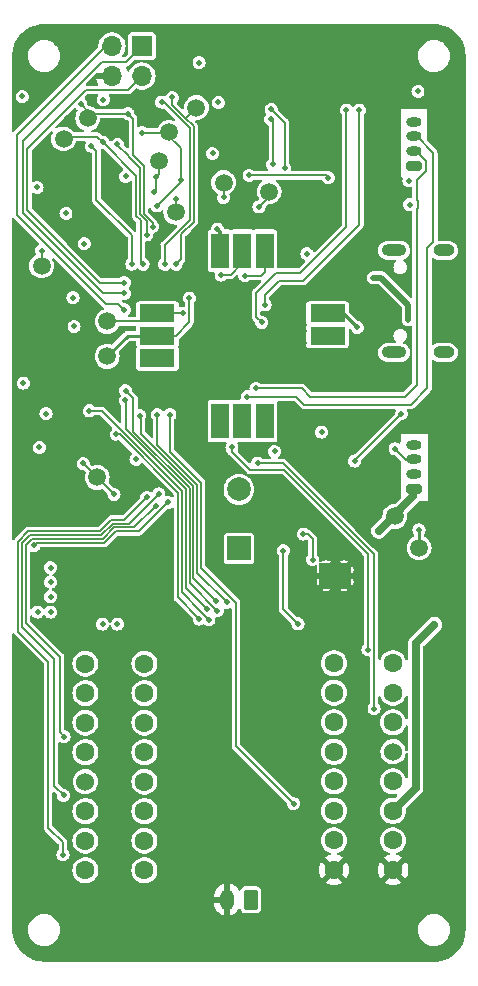
<source format=gbr>
%TF.GenerationSoftware,KiCad,Pcbnew,7.0.2-0*%
%TF.CreationDate,2023-10-14T01:58:59-05:00*%
%TF.ProjectId,Flight Computer,466c6967-6874-4204-936f-6d7075746572,1.1*%
%TF.SameCoordinates,Original*%
%TF.FileFunction,Copper,L4,Bot*%
%TF.FilePolarity,Positive*%
%FSLAX46Y46*%
G04 Gerber Fmt 4.6, Leading zero omitted, Abs format (unit mm)*
G04 Created by KiCad (PCBNEW 7.0.2-0) date 2023-10-14 01:58:59*
%MOMM*%
%LPD*%
G01*
G04 APERTURE LIST*
G04 Aperture macros list*
%AMRoundRect*
0 Rectangle with rounded corners*
0 $1 Rounding radius*
0 $2 $3 $4 $5 $6 $7 $8 $9 X,Y pos of 4 corners*
0 Add a 4 corners polygon primitive as box body*
4,1,4,$2,$3,$4,$5,$6,$7,$8,$9,$2,$3,0*
0 Add four circle primitives for the rounded corners*
1,1,$1+$1,$2,$3*
1,1,$1+$1,$4,$5*
1,1,$1+$1,$6,$7*
1,1,$1+$1,$8,$9*
0 Add four rect primitives between the rounded corners*
20,1,$1+$1,$2,$3,$4,$5,0*
20,1,$1+$1,$4,$5,$6,$7,0*
20,1,$1+$1,$6,$7,$8,$9,0*
20,1,$1+$1,$8,$9,$2,$3,0*%
G04 Aperture macros list end*
%TA.AperFunction,ComponentPad*%
%ADD10RoundRect,0.200000X0.450000X-0.200000X0.450000X0.200000X-0.450000X0.200000X-0.450000X-0.200000X0*%
%TD*%
%TA.AperFunction,ComponentPad*%
%ADD11O,1.300000X0.800000*%
%TD*%
%TA.AperFunction,ComponentPad*%
%ADD12O,2.100000X1.000000*%
%TD*%
%TA.AperFunction,ComponentPad*%
%ADD13O,1.800000X1.000000*%
%TD*%
%TA.AperFunction,ComponentPad*%
%ADD14C,0.600000*%
%TD*%
%TA.AperFunction,SMDPad,CuDef*%
%ADD15R,2.800000X2.300000*%
%TD*%
%TA.AperFunction,SMDPad,CuDef*%
%ADD16C,1.500000*%
%TD*%
%TA.AperFunction,ComponentPad*%
%ADD17RoundRect,0.250000X0.350000X0.625000X-0.350000X0.625000X-0.350000X-0.625000X0.350000X-0.625000X0*%
%TD*%
%TA.AperFunction,ComponentPad*%
%ADD18O,1.200000X1.750000*%
%TD*%
%TA.AperFunction,ComponentPad*%
%ADD19C,1.600000*%
%TD*%
%TA.AperFunction,ComponentPad*%
%ADD20C,1.524000*%
%TD*%
%TA.AperFunction,SMDPad,CuDef*%
%ADD21R,3.000000X1.500000*%
%TD*%
%TA.AperFunction,SMDPad,CuDef*%
%ADD22R,1.500000X3.000000*%
%TD*%
%TA.AperFunction,ComponentPad*%
%ADD23R,2.000000X2.000000*%
%TD*%
%TA.AperFunction,ComponentPad*%
%ADD24C,2.000000*%
%TD*%
%TA.AperFunction,ComponentPad*%
%ADD25R,1.700000X1.700000*%
%TD*%
%TA.AperFunction,ComponentPad*%
%ADD26O,1.700000X1.700000*%
%TD*%
%TA.AperFunction,ViaPad*%
%ADD27C,0.500000*%
%TD*%
%TA.AperFunction,Conductor*%
%ADD28C,0.127000*%
%TD*%
%TA.AperFunction,Conductor*%
%ADD29C,0.700000*%
%TD*%
%TA.AperFunction,Conductor*%
%ADD30C,0.300000*%
%TD*%
%TA.AperFunction,Conductor*%
%ADD31C,0.250000*%
%TD*%
%TA.AperFunction,Conductor*%
%ADD32C,0.500000*%
%TD*%
G04 APERTURE END LIST*
D10*
%TO.P,J8,1,Pin_1*%
%TO.N,+5V*%
X167100000Y-103175000D03*
D11*
%TO.P,J8,2,Pin_2*%
%TO.N,/UART3 RX*%
X167100000Y-101925000D03*
%TO.P,J8,3,Pin_3*%
%TO.N,/UART3 TX*%
X167100000Y-100675000D03*
%TO.P,J8,4,Pin_4*%
%TO.N,GND*%
X167100000Y-99425000D03*
%TD*%
D12*
%TO.P,J7,S1,SHIELD*%
%TO.N,Net-(J7-SHIELD)*%
X165440000Y-91622500D03*
D13*
X169640000Y-91622500D03*
D12*
X165440000Y-82982500D03*
D13*
X169640000Y-82982500D03*
%TD*%
D10*
%TO.P,J9,1,Pin_1*%
%TO.N,+3.3V*%
X167100000Y-75837500D03*
D11*
%TO.P,J9,2,Pin_2*%
%TO.N,/I2C2 SDA*%
X167100000Y-74587500D03*
%TO.P,J9,3,Pin_3*%
%TO.N,/I2C2 SCL*%
X167100000Y-73337500D03*
%TO.P,J9,4,Pin_4*%
%TO.N,GND*%
X167100000Y-72087500D03*
%TD*%
D14*
%TO.P,U8,11,GND*%
%TO.N,GND*%
X161200000Y-110037500D03*
X159700000Y-110037500D03*
X160450000Y-110537500D03*
D15*
X160450000Y-110537500D03*
D14*
X161200000Y-111037500D03*
X159700000Y-111037500D03*
%TD*%
D16*
%TO.P,TP10,1,1*%
%TO.N,/UART2 TX*%
X141150000Y-89000000D03*
%TD*%
%TO.P,TP15,1,1*%
%TO.N,/QSPI Clock*%
X140300000Y-102200000D03*
%TD*%
D17*
%TO.P,J4,1,Pin_1*%
%TO.N,/Main battery connector*%
X153300000Y-137950000D03*
D18*
%TO.P,J4,2,Pin_2*%
%TO.N,GND*%
X151300000Y-137950000D03*
%TD*%
D16*
%TO.P,TP5,1,1*%
%TO.N,/SPI1 SCK*%
X146400000Y-73000000D03*
%TD*%
%TO.P,TP4,1,1*%
%TO.N,/SPI1 MOSI*%
X145550000Y-75400000D03*
%TD*%
%TO.P,TP1,1,1*%
%TO.N,+5V*%
X165500000Y-105500000D03*
%TD*%
%TO.P,TP11,1,1*%
%TO.N,/UART2 RX*%
X141150000Y-91950000D03*
%TD*%
%TO.P,TP6,1,1*%
%TO.N,/Chip Select Altimeter*%
X135600000Y-84300000D03*
%TD*%
%TO.P,TP7,1,1*%
%TO.N,/Chip Select High G Accel*%
X148700000Y-70900000D03*
%TD*%
D19*
%TO.P,J2,1,Pin_1*%
%TO.N,+12V*%
X139300000Y-135462500D03*
%TO.P,J2,2,Pin_2*%
X144300000Y-135462500D03*
%TO.P,J2,3,Pin_3*%
%TO.N,/Pyrotechnic Channels/Pyro Channel A*%
X139300000Y-132962500D03*
%TO.P,J2,4,Pin_4*%
X144300000Y-132962500D03*
%TO.P,J2,5,Pin_5*%
%TO.N,+12V*%
X139300000Y-130462500D03*
%TO.P,J2,6,Pin_6*%
X144300000Y-130462500D03*
D20*
%TO.P,J2,7,Pin_7*%
%TO.N,/Pyrotechnic Channels/Pyro Channel B*%
X139300000Y-127962500D03*
D19*
%TO.P,J2,8,Pin_8*%
X144300000Y-127962500D03*
%TO.P,J2,9,Pin_9*%
%TO.N,+12V*%
X139300000Y-125462500D03*
%TO.P,J2,10,Pin_10*%
X144300000Y-125462500D03*
%TO.P,J2,11,Pin_11*%
%TO.N,/Pyrotechnic Channels/Pyro Channel C*%
X139300000Y-122962500D03*
%TO.P,J2,12,Pin_12*%
X144300000Y-122962500D03*
%TO.P,J2,13,Pin_13*%
%TO.N,+12V*%
X139300000Y-120462500D03*
%TO.P,J2,14,Pin_14*%
X144300000Y-120462500D03*
%TO.P,J2,15,Pin_15*%
%TO.N,/Pyrotechnic Channels/Pyro Channel D*%
X139300000Y-117962500D03*
%TO.P,J2,16,Pin_16*%
X144300000Y-117962500D03*
%TD*%
D21*
%TO.P,U11,1,GND*%
%TO.N,GND*%
X159800000Y-86412500D03*
%TO.P,U11,2,VCC_IO*%
%TO.N,+3.3V*%
X159800000Y-88312500D03*
%TO.P,U11,3,V_BCKP*%
%TO.N,unconnected-(U11-V_BCKP-Pad3)*%
X159800000Y-90212500D03*
%TO.P,U11,4,GND*%
%TO.N,GND*%
X159800000Y-92112500D03*
%TO.P,U11,5,GND*%
X159800000Y-94012500D03*
D22*
%TO.P,U11,6,GND*%
X156400000Y-97412500D03*
%TO.P,U11,7,TIMEPULSE*%
%TO.N,unconnected-(U11-TIMEPULSE-Pad7)*%
X154500000Y-97412500D03*
%TO.P,U11,8,~{SAFEBOOT}*%
%TO.N,unconnected-(U11-~{SAFEBOOT}-Pad8)*%
X152600000Y-97412500D03*
%TO.P,U11,9,SDA*%
%TO.N,unconnected-(U11-SDA-Pad9)*%
X150700000Y-97412500D03*
%TO.P,U11,10,GND*%
%TO.N,GND*%
X148800000Y-97412500D03*
D21*
%TO.P,U11,11,GND*%
X145400000Y-94012500D03*
%TO.P,U11,12,SCL*%
%TO.N,unconnected-(U11-SCL-Pad12)*%
X145400000Y-92112500D03*
%TO.P,U11,13,TXD*%
%TO.N,/UART2 RX*%
X145400000Y-90212500D03*
%TO.P,U11,14,RXD*%
%TO.N,/UART2 TX*%
X145400000Y-88312500D03*
%TO.P,U11,15,GND*%
%TO.N,GND*%
X145400000Y-86412500D03*
D22*
%TO.P,U11,16,GND*%
X148800000Y-83012500D03*
%TO.P,U11,17,VCC*%
%TO.N,+3.3V*%
X150700000Y-83012500D03*
%TO.P,U11,18,~{RESET}*%
%TO.N,/GPS Reset*%
X152600000Y-83012500D03*
%TO.P,U11,19,EXTINT*%
%TO.N,/GPS External Interrupt*%
X154500000Y-83012500D03*
%TO.P,U11,20,GND*%
%TO.N,GND*%
X156400000Y-83012500D03*
%TD*%
D16*
%TO.P,TP9,1,1*%
%TO.N,/Chip Select Low G Gyro*%
X139500000Y-71800000D03*
%TD*%
D23*
%TO.P,BZ1,1,-*%
%TO.N,+5V*%
X152300000Y-108212500D03*
D24*
%TO.P,BZ1,2,+*%
%TO.N,Net-(BZ1-+)*%
X152300000Y-103212500D03*
%TD*%
D16*
%TO.P,TP3,1,1*%
%TO.N,/SPI1 MISO*%
X146950000Y-79750000D03*
%TD*%
%TO.P,TP2,1,1*%
%TO.N,+3.3V*%
X167550000Y-108150000D03*
%TD*%
%TO.P,TP13,1,1*%
%TO.N,/SDMMC Clock*%
X154850000Y-78000000D03*
%TD*%
%TO.P,TP14,1,1*%
%TO.N,/SDMMC Command*%
X151000000Y-77250000D03*
%TD*%
D19*
%TO.P,J1,1,Pin_1*%
%TO.N,/Pyrotechnic Channels/Pyro Channel E*%
X165350000Y-117937500D03*
%TO.P,J1,2,Pin_2*%
X160350000Y-117937500D03*
%TO.P,J1,3,Pin_3*%
%TO.N,+12V*%
X165350000Y-120437500D03*
%TO.P,J1,4,Pin_4*%
X160350000Y-120437500D03*
%TO.P,J1,5,Pin_5*%
%TO.N,/Pyrotechnic Channels/Pyro Channel F*%
X165350000Y-122937500D03*
%TO.P,J1,6,Pin_6*%
X160350000Y-122937500D03*
D20*
%TO.P,J1,7,Pin_7*%
%TO.N,+12V*%
X165350000Y-125437500D03*
D19*
%TO.P,J1,8,Pin_8*%
X160350000Y-125437500D03*
%TO.P,J1,9,Pin_9*%
%TO.N,/Main battery connector*%
X165350000Y-127937500D03*
%TO.P,J1,10,Pin_10*%
X160350000Y-127937500D03*
%TO.P,J1,11,Pin_11*%
%TO.N,/Main battery in*%
X165350000Y-130437500D03*
%TO.P,J1,12,Pin_12*%
X160350000Y-130437500D03*
%TO.P,J1,13,Pin_13*%
%TO.N,+12V*%
X165350000Y-132937500D03*
%TO.P,J1,14,Pin_14*%
X160350000Y-132937500D03*
%TO.P,J1,15,Pin_15*%
%TO.N,GND*%
X165350000Y-135437500D03*
%TO.P,J1,16,Pin_16*%
X160350000Y-135437500D03*
%TD*%
D25*
%TO.P,J3,1,Pin_1*%
%TO.N,/SWDIO*%
X144100000Y-65675000D03*
D26*
%TO.P,J3,2,Pin_2*%
%TO.N,/NRST*%
X141560000Y-65675000D03*
%TO.P,J3,3,Pin_3*%
%TO.N,/SWCLK*%
X144100000Y-68215000D03*
%TO.P,J3,4,Pin_4*%
%TO.N,GND*%
X141560000Y-68215000D03*
%TD*%
D16*
%TO.P,TP8,1,1*%
%TO.N,/Chip Select Low G Accel*%
X137450000Y-73550000D03*
%TD*%
%TO.P,TP12,1,1*%
%TO.N,GND*%
X164300000Y-102300000D03*
%TD*%
D27*
%TO.N,+5V*%
X156050000Y-108400000D03*
X157300000Y-114600000D03*
X164131250Y-106731250D03*
%TO.N,+3.3V*%
X136350000Y-109850000D03*
X135970000Y-96800000D03*
X135400000Y-99650000D03*
X148925000Y-67075000D03*
X167550000Y-106650000D03*
X136350000Y-113600000D03*
X137650000Y-79850000D03*
X150550000Y-70450000D03*
X138250000Y-86992500D03*
X167450000Y-69512500D03*
X136350000Y-112300000D03*
X138350000Y-89417500D03*
X133950000Y-69950000D03*
X142700000Y-76700000D03*
X142000000Y-114612500D03*
X136350000Y-111050000D03*
X135250000Y-113600000D03*
X143576731Y-100673270D03*
X155312500Y-100000000D03*
X158050000Y-83262500D03*
X140820000Y-70219500D03*
X162315378Y-89504622D03*
X134050000Y-94212500D03*
X140750000Y-114612500D03*
X159300000Y-98362500D03*
X150474500Y-81181000D03*
X135200000Y-77650000D03*
X166690000Y-77090000D03*
X166750500Y-79112500D03*
X139200000Y-82400000D03*
X150066208Y-74775738D03*
%TO.N,GND*%
X136800000Y-93712500D03*
X141780000Y-70219500D03*
X149250000Y-126350000D03*
X147300000Y-121700000D03*
X139050000Y-115150000D03*
X133600000Y-93012500D03*
X155100000Y-125350000D03*
X169500000Y-107812500D03*
X153350000Y-118400000D03*
X144050000Y-71912500D03*
X137350000Y-81050000D03*
X149500000Y-73600000D03*
X166800000Y-110400000D03*
X159212500Y-99962500D03*
X148300000Y-131362500D03*
X157950000Y-82262500D03*
X154600000Y-115612500D03*
X163220000Y-83540000D03*
X139200000Y-80875000D03*
X136720000Y-79850000D03*
X150750000Y-120400000D03*
X138350000Y-88450000D03*
X134225000Y-122920000D03*
X152050000Y-133500000D03*
X144400000Y-108800000D03*
X152150000Y-77987998D03*
X135200000Y-76650000D03*
X150300000Y-107512500D03*
X157050000Y-112662500D03*
X158610916Y-104789084D03*
X147700000Y-92862500D03*
X142750000Y-100650000D03*
X139050000Y-114250000D03*
X155550000Y-119612500D03*
X161850000Y-94012500D03*
X170500000Y-119850000D03*
X153700000Y-119650000D03*
X133620000Y-96800000D03*
X147300000Y-116800000D03*
X149300000Y-121162500D03*
X157837998Y-90830000D03*
X138250000Y-86032500D03*
X150300000Y-105012500D03*
X139450000Y-104350000D03*
X149250000Y-131350000D03*
X139556585Y-69956585D03*
X141467869Y-105017869D03*
X165100000Y-110412500D03*
X166600500Y-93588046D03*
X148800000Y-81200000D03*
X165855000Y-79650000D03*
X151300000Y-122500000D03*
X139450000Y-77700000D03*
X170605000Y-79600000D03*
X150600000Y-125350000D03*
X153200419Y-100000000D03*
X157350000Y-124000000D03*
X150700000Y-129100000D03*
X168840000Y-72090000D03*
X167090000Y-98170000D03*
X153950000Y-112812500D03*
X148800000Y-94612500D03*
X148250000Y-121150000D03*
X155150000Y-112812500D03*
X149690000Y-72760000D03*
X141604977Y-76745023D03*
X149300000Y-69300000D03*
X157900000Y-97412500D03*
X157837998Y-89780000D03*
X153050000Y-122850000D03*
X158075000Y-129287500D03*
X147300000Y-126350000D03*
X138750000Y-74300000D03*
X137950000Y-115900000D03*
X137706585Y-71806585D03*
X165550000Y-113812500D03*
X148250000Y-116200000D03*
X147300000Y-131362500D03*
X152750000Y-112812500D03*
X156800000Y-124690000D03*
X159850000Y-97012500D03*
X134225000Y-127920000D03*
X157350000Y-119150000D03*
X134225000Y-117930000D03*
X134225000Y-132930000D03*
X148300000Y-126350000D03*
X170425000Y-124475000D03*
X163750000Y-90750000D03*
X149300000Y-116200000D03*
X161040000Y-113990000D03*
X145700000Y-109700000D03*
X156600000Y-119612500D03*
X143150000Y-103450000D03*
X159288743Y-85013000D03*
X155850000Y-124700000D03*
X148850000Y-136100000D03*
X135330000Y-86632500D03*
X141457760Y-73272825D03*
X142900000Y-107850000D03*
%TO.N,/SWDIO*%
X142602661Y-86616781D03*
%TO.N,/SWCLK*%
X142590690Y-85717358D03*
%TO.N,/NRST*%
X142598172Y-88000000D03*
%TO.N,/UART3 TX*%
X165524500Y-99790000D03*
%TO.N,/I2C2 SDA*%
X153750000Y-94663498D03*
%TO.N,/I2C2 SCL*%
X153000000Y-95362998D03*
%TO.N,/SDMMC Data 2*%
X155028415Y-71028415D03*
X156160000Y-76000000D03*
%TO.N,/SDMMC Data 3*%
X155170000Y-75700000D03*
X155000000Y-71890000D03*
%TO.N,/SDMMC Command*%
X151000000Y-78500000D03*
%TO.N,/SDMMC Clock*%
X154000000Y-79300000D03*
%TO.N,/SDMMC Data 0*%
X161400000Y-71100000D03*
X154237002Y-89085497D03*
%TO.N,/SDMMC Data 1*%
X154510000Y-87592500D03*
X162490000Y-71100000D03*
%TO.N,/SD Card Detect*%
X159870000Y-76822500D03*
X153160500Y-76620000D03*
%TO.N,/Pyro Channel A Trigger*%
X144501831Y-103877951D03*
X137400000Y-134150000D03*
%TO.N,/Pyro Channel B Trigger*%
X145525000Y-103595000D03*
X137450000Y-129112500D03*
%TO.N,/Pyro Channel C Trigger*%
X145269395Y-104597434D03*
X137500000Y-124150000D03*
%TO.N,/Pyro Channel E Trigger*%
X163224500Y-116787500D03*
X151700000Y-99670000D03*
%TO.N,/Pyro Channel F Trigger*%
X163750000Y-121787500D03*
X153890000Y-100990000D03*
%TO.N,/Pyro Channel D Trigger*%
X146305000Y-104305000D03*
X134939691Y-107967691D03*
%TO.N,/Pyro A Continuity Voltage*%
X150481891Y-113485061D03*
X142700599Y-94850000D03*
%TO.N,/Pyro B Continuity Voltage*%
X149621392Y-113367732D03*
X142695486Y-95689579D03*
%TO.N,/Pyro C Continuity Voltage*%
X139645980Y-96566297D03*
X149760605Y-114250115D03*
%TO.N,/Pyro E Continuity Voltage*%
X145389693Y-96888998D03*
X151260303Y-112770000D03*
%TO.N,/Pyro F Continuity Voltage*%
X150381035Y-112634205D03*
X143898967Y-96978603D03*
%TO.N,/Pyro D Continuity Voltage*%
X148955388Y-114188069D03*
X141907954Y-98542045D03*
%TO.N,/Ignition Battery Voltage*%
X156932500Y-129830000D03*
X146458242Y-96888000D03*
%TO.N,/Main battery in*%
X168850000Y-114662500D03*
%TO.N,Net-(U1-PD13)*%
X162100000Y-100812500D03*
X166050000Y-96812500D03*
%TO.N,Net-(U8-PG)*%
X158542767Y-109176153D03*
X157750000Y-107000000D03*
%TO.N,/High G Interrupt*%
X146025500Y-84150000D03*
X145770000Y-70430000D03*
%TO.N,/Chip Select Low G Gyro*%
X138908835Y-70604335D03*
X145000000Y-80977500D03*
X142895937Y-71400500D03*
%TO.N,/SPI1 SCK*%
X144100000Y-73012500D03*
X145345376Y-79217124D03*
X147404495Y-77000000D03*
%TO.N,/SPI1 MOSI*%
X145250000Y-76774500D03*
X145150000Y-78062000D03*
%TO.N,/SPI1 MISO*%
X146950000Y-78672454D03*
%TO.N,/Low G Gyro Interrupt*%
X144500000Y-81670000D03*
X142000000Y-74000000D03*
%TO.N,/Chip Select Low G Accel*%
X144180000Y-84150000D03*
X140803544Y-73834118D03*
%TO.N,/Low G Accel Interrupt*%
X143237076Y-84147384D03*
X139800000Y-74150000D03*
%TO.N,/QSPI Clock*%
X141725000Y-103625000D03*
X139125000Y-101025000D03*
%TO.N,/GPS Reset*%
X150792358Y-85070143D03*
%TO.N,/GPS External Interrupt*%
X152800000Y-85112002D03*
%TO.N,/UART2 TX*%
X147550000Y-88312500D03*
%TO.N,/UART2 RX*%
X148099665Y-87019665D03*
%TO.N,/USB 5V in*%
X166650500Y-88862500D03*
X163680601Y-85297617D03*
%TO.N,/Chip Select Altimeter*%
X135588773Y-83011227D03*
%TO.N,/Chip Select High G Accel*%
X146973946Y-84149500D03*
X146652500Y-70030000D03*
%TD*%
D28*
%TO.N,+5V*%
X156050000Y-113350000D02*
X156050000Y-108400000D01*
X157300000Y-114600000D02*
X156050000Y-113350000D01*
D29*
X164131250Y-106731250D02*
X167050000Y-103812500D01*
X167050000Y-103812500D02*
X167050000Y-103187500D01*
D30*
%TO.N,+3.3V*%
X162315378Y-89504622D02*
X161123256Y-88312500D01*
X161123256Y-88312500D02*
X159800000Y-88312500D01*
X150474500Y-81181000D02*
X150700000Y-81406500D01*
D31*
X167550000Y-106650000D02*
X167550000Y-108150000D01*
D30*
X150700000Y-81406500D02*
X150700000Y-83012500D01*
%TO.N,GND*%
X147197500Y-94012500D02*
X147700000Y-93510000D01*
X148800000Y-97412500D02*
X148800000Y-94612500D01*
X159800000Y-92112500D02*
X159800000Y-94012500D01*
X157200000Y-83012500D02*
X157950000Y-82262500D01*
X145400000Y-94012500D02*
X147197500Y-94012500D01*
X156400000Y-83012500D02*
X157200000Y-83012500D01*
X159800000Y-94012500D02*
X161850000Y-94012500D01*
X147700000Y-93510000D02*
X147700000Y-92862500D01*
X156400000Y-97412500D02*
X157900000Y-97412500D01*
X148800000Y-81200000D02*
X148800000Y-83012500D01*
D28*
%TO.N,/SWDIO*%
X140776781Y-86616781D02*
X133980000Y-79820000D01*
X142760000Y-67015000D02*
X144100000Y-65675000D01*
X133980000Y-79820000D02*
X133980000Y-73717552D01*
X140682552Y-67015000D02*
X142760000Y-67015000D01*
X133980000Y-73717552D02*
X140682552Y-67015000D01*
X142602661Y-86616781D02*
X140776781Y-86616781D01*
%TO.N,/SWCLK*%
X142037943Y-69415000D02*
X142900000Y-69415000D01*
X134380000Y-79567552D02*
X134380000Y-74390000D01*
X140529806Y-85717358D02*
X134380000Y-79567552D01*
X139370000Y-69400000D02*
X142022943Y-69400000D01*
X142590690Y-85717358D02*
X140529806Y-85717358D01*
X142022943Y-69400000D02*
X142037943Y-69415000D01*
X134380000Y-74390000D02*
X139370000Y-69400000D01*
X142900000Y-69415000D02*
X144100000Y-68215000D01*
%TO.N,/NRST*%
X141025000Y-65675000D02*
X141560000Y-65675000D01*
X141030000Y-87500000D02*
X133523000Y-79993000D01*
X142098172Y-87500000D02*
X141030000Y-87500000D01*
X142598172Y-88000000D02*
X142098172Y-87500000D01*
X133523000Y-79993000D02*
X133523000Y-73177000D01*
X133523000Y-73177000D02*
X141025000Y-65675000D01*
%TO.N,/UART3 TX*%
X166422000Y-100687500D02*
X167050000Y-100687500D01*
X165524500Y-99790000D02*
X166422000Y-100687500D01*
%TO.N,/I2C2 SDA*%
X167350000Y-77015317D02*
X168100000Y-76265317D01*
X167350000Y-94362500D02*
X167350000Y-79502950D01*
X167350000Y-78722050D02*
X167350000Y-77015317D01*
X167277817Y-74587500D02*
X167100000Y-74587500D01*
X168100000Y-75409683D02*
X167277817Y-74587500D01*
X168100000Y-76265317D02*
X168100000Y-75409683D01*
X166350000Y-95362500D02*
X167350000Y-94362500D01*
X158350000Y-95362500D02*
X166350000Y-95362500D01*
X167450500Y-78822550D02*
X167350000Y-78722050D01*
X157650998Y-94663498D02*
X158350000Y-95362500D01*
X167350000Y-79502950D02*
X167450500Y-79402450D01*
X167450500Y-79402450D02*
X167450500Y-78822550D01*
X153750000Y-94663498D02*
X157650998Y-94663498D01*
%TO.N,/I2C2 SCL*%
X168750000Y-82270418D02*
X168750000Y-74737500D01*
X166850000Y-96062500D02*
X168250000Y-94662500D01*
X157150498Y-95362998D02*
X157850000Y-96062500D01*
X153000000Y-95362998D02*
X157150498Y-95362998D01*
X168250000Y-82770418D02*
X168750000Y-82270418D01*
X157850000Y-96062500D02*
X166850000Y-96062500D01*
X168250000Y-94662500D02*
X168250000Y-82770418D01*
X168750000Y-74737500D02*
X167350000Y-73337500D01*
X167350000Y-73337500D02*
X167100000Y-73337500D01*
%TO.N,/SDMMC Data 2*%
X155028415Y-71028415D02*
X156160000Y-72160000D01*
X156160000Y-72160000D02*
X156160000Y-76000000D01*
%TO.N,/SDMMC Data 3*%
X155170000Y-72060000D02*
X155170000Y-75700000D01*
X155000000Y-71890000D02*
X155170000Y-72060000D01*
%TO.N,/SDMMC Command*%
X151000000Y-77250000D02*
X151000000Y-78500000D01*
%TO.N,/SDMMC Clock*%
X154000000Y-79300000D02*
X154850000Y-78450000D01*
X154850000Y-78450000D02*
X154850000Y-78000000D01*
%TO.N,/SDMMC Data 0*%
X161400000Y-71100000D02*
X161400000Y-80962500D01*
X153760000Y-88608495D02*
X154237002Y-89085497D01*
X153760000Y-86552500D02*
X153760000Y-88608495D01*
X157500000Y-84862500D02*
X155450000Y-84862500D01*
X155450000Y-84862500D02*
X153760000Y-86552500D01*
X161400000Y-80962500D02*
X157500000Y-84862500D01*
%TO.N,/SDMMC Data 1*%
X162490000Y-71100000D02*
X162490000Y-80822500D01*
X157750000Y-85562500D02*
X155700000Y-85562500D01*
X162490000Y-80822500D02*
X157750000Y-85562500D01*
X154510000Y-86752500D02*
X154510000Y-87592500D01*
X155700000Y-85562500D02*
X154510000Y-86752500D01*
%TO.N,/SD Card Detect*%
X153160500Y-76620000D02*
X159667500Y-76620000D01*
X159667500Y-76620000D02*
X159870000Y-76822500D01*
%TO.N,/Pyro Channel A Trigger*%
X137400000Y-133102500D02*
X137400000Y-134150000D01*
X144501831Y-103877951D02*
X142600782Y-105779000D01*
X142600782Y-105779000D02*
X141491000Y-105779000D01*
X133596000Y-115258500D02*
X136150000Y-117812500D01*
X140511500Y-106758500D02*
X134480816Y-106758500D01*
X134480816Y-106758500D02*
X133596000Y-107643316D01*
X136150000Y-117812500D02*
X136150000Y-131852500D01*
X141491000Y-105779000D02*
X140511500Y-106758500D01*
X136150000Y-131852500D02*
X137400000Y-133102500D01*
X133596000Y-107643316D02*
X133596000Y-115258500D01*
%TO.N,/Pyro Channel B Trigger*%
X133923000Y-107778764D02*
X133923000Y-114878394D01*
X133923000Y-114878394D02*
X136650000Y-117605394D01*
X143016952Y-106106000D02*
X141626448Y-106106000D01*
X140646948Y-107085500D02*
X134616264Y-107085500D01*
X145525000Y-103597952D02*
X143016952Y-106106000D01*
X134616264Y-107085500D02*
X133923000Y-107778764D01*
X136650000Y-117605394D02*
X136650000Y-128312500D01*
X141626448Y-106106000D02*
X140646948Y-107085500D01*
X136650000Y-128312500D02*
X137450000Y-129112500D01*
X145525000Y-103595000D02*
X145525000Y-103597952D01*
%TO.N,/Pyro Channel C Trigger*%
X134250000Y-107914212D02*
X134250000Y-114498288D01*
X145269395Y-104597434D02*
X143433829Y-106433000D01*
X140782396Y-107412500D02*
X134751712Y-107412500D01*
X134250000Y-114498288D02*
X137150000Y-117398288D01*
X141761896Y-106433000D02*
X140782396Y-107412500D01*
X143433829Y-106433000D02*
X141761896Y-106433000D01*
X137150000Y-117398288D02*
X137150000Y-123800000D01*
X137150000Y-123800000D02*
X137500000Y-124150000D01*
X134751712Y-107412500D02*
X134250000Y-107914212D01*
%TO.N,/Pyro Channel E Trigger*%
X156115002Y-101550000D02*
X163224500Y-108659498D01*
X151700000Y-99670000D02*
X151700000Y-100017134D01*
X151700000Y-100017134D02*
X153232866Y-101550000D01*
X153232866Y-101550000D02*
X156115002Y-101550000D01*
X163224500Y-108659498D02*
X163224500Y-116787500D01*
%TO.N,/Pyro Channel F Trigger*%
X153890000Y-100990000D02*
X156017450Y-100990000D01*
X163750000Y-108722550D02*
X163750000Y-121787500D01*
X156017450Y-100990000D02*
X163750000Y-108722550D01*
%TO.N,/Pyro Channel D Trigger*%
X146305000Y-104305000D02*
X143850000Y-106760000D01*
X143850000Y-106760000D02*
X141897344Y-106760000D01*
X135167882Y-107739500D02*
X134939691Y-107967691D01*
X141897344Y-106760000D02*
X140917844Y-107739500D01*
X140917844Y-107739500D02*
X135167882Y-107739500D01*
%TO.N,/Pyro A Continuity Voltage*%
X142700599Y-94850000D02*
X143372967Y-95522368D01*
X143372967Y-98338992D02*
X148119000Y-103085025D01*
X143372967Y-95522368D02*
X143372967Y-98338992D01*
X148119000Y-111122170D02*
X150481891Y-113485061D01*
X148119000Y-103085025D02*
X148119000Y-111122170D01*
%TO.N,/Pyro B Continuity Voltage*%
X142695486Y-95689579D02*
X142698967Y-95693060D01*
X142698967Y-98127440D02*
X147792000Y-103220473D01*
X147792000Y-103220473D02*
X147792000Y-111538340D01*
X142698967Y-95693060D02*
X142698967Y-98127440D01*
X147792000Y-111538340D02*
X149621392Y-113367732D01*
%TO.N,/Pyro C Continuity Voltage*%
X149095392Y-113565392D02*
X147465000Y-111935000D01*
X149760605Y-114250115D02*
X149095392Y-113584902D01*
X147465000Y-111935000D02*
X147465000Y-103355921D01*
X147465000Y-103355921D02*
X140675376Y-96566297D01*
X140675376Y-96566297D02*
X139645980Y-96566297D01*
X149095392Y-113584902D02*
X149095392Y-113565392D01*
%TO.N,/Pyro E Continuity Voltage*%
X145389693Y-99430822D02*
X145389693Y-96888998D01*
X151260000Y-112770000D02*
X148773000Y-110283000D01*
X148773000Y-102814129D02*
X145389693Y-99430822D01*
X151260303Y-112770000D02*
X151260000Y-112770000D01*
X148773000Y-110283000D02*
X148773000Y-102814129D01*
%TO.N,/Pyro F Continuity Voltage*%
X150381035Y-112634205D02*
X148446000Y-110699170D01*
X148446000Y-102949577D02*
X143999500Y-98503077D01*
X148446000Y-110699170D02*
X148446000Y-102949577D01*
X143999500Y-98503077D02*
X143999500Y-97079136D01*
X143999500Y-97079136D02*
X143898967Y-96978603D01*
%TO.N,/Pyro D Continuity Voltage*%
X147138000Y-112368000D02*
X147138000Y-103491369D01*
X142188676Y-98542045D02*
X141907954Y-98542045D01*
X148955388Y-114185388D02*
X147138000Y-112368000D01*
X147138000Y-103491369D02*
X142188676Y-98542045D01*
X148955388Y-114188069D02*
X148955388Y-114185388D01*
%TO.N,/Ignition Battery Voltage*%
X156932500Y-129830000D02*
X152050000Y-124947500D01*
X149100000Y-102678681D02*
X146458242Y-100036924D01*
X146458242Y-100036924D02*
X146458242Y-96888000D01*
X152050000Y-124947500D02*
X152050000Y-112800000D01*
X152050000Y-112800000D02*
X149100000Y-109850000D01*
X149100000Y-109850000D02*
X149100000Y-102678681D01*
D29*
%TO.N,/Main battery in*%
X168850000Y-114662500D02*
X167250000Y-116262500D01*
X167250000Y-116262500D02*
X167250000Y-128537500D01*
X167250000Y-128537500D02*
X165350000Y-130437500D01*
D28*
%TO.N,Net-(U1-PD13)*%
X162100000Y-100762500D02*
X162100000Y-100812500D01*
X166050000Y-96812500D02*
X162100000Y-100762500D01*
%TO.N,Net-(U8-PG)*%
X157750000Y-107000000D02*
X158150000Y-107000000D01*
X158150000Y-107000000D02*
X158542767Y-107392767D01*
X158542767Y-107392767D02*
X158542767Y-109176153D01*
%TO.N,/High G Interrupt*%
X146025500Y-84150000D02*
X146025500Y-82522052D01*
X148129495Y-72609495D02*
X145950000Y-70430000D01*
X146025500Y-82522052D02*
X148129495Y-80418057D01*
X145950000Y-70430000D02*
X145770000Y-70430000D01*
X148129495Y-80418057D02*
X148129495Y-72609495D01*
%TO.N,/Chip Select Low G Gyro*%
X143325000Y-74912552D02*
X143325000Y-71829563D01*
X138908835Y-70604335D02*
X139704500Y-71400000D01*
X142895937Y-71400500D02*
X142895437Y-71400000D01*
X142895437Y-71400000D02*
X139900000Y-71400000D01*
X139704500Y-71400000D02*
X139900000Y-71400000D01*
X139900000Y-71400000D02*
X139500000Y-71800000D01*
X145000000Y-80977500D02*
X145000000Y-80633290D01*
X144277000Y-75864552D02*
X143325000Y-74912552D01*
X144277000Y-79910290D02*
X144277000Y-75864552D01*
X145000000Y-80633290D02*
X144277000Y-79910290D01*
X143325000Y-71829563D02*
X142895937Y-71400500D01*
%TO.N,/SPI1 SCK*%
X147404495Y-77000000D02*
X147404495Y-77158005D01*
X146062500Y-73012500D02*
X144100000Y-73012500D01*
X147404495Y-77158005D02*
X145345376Y-79217124D01*
X147404495Y-77000000D02*
X147404495Y-74354495D01*
X147404495Y-74354495D02*
X146062500Y-73012500D01*
%TO.N,/SPI1 MOSI*%
X145250000Y-76774500D02*
X145250000Y-77962000D01*
X145550000Y-76474500D02*
X145550000Y-75350000D01*
X145250000Y-76774500D02*
X145550000Y-76474500D01*
X145250000Y-77962000D02*
X145150000Y-78062000D01*
%TO.N,/SPI1 MISO*%
X146950000Y-78672454D02*
X146950000Y-79350000D01*
%TO.N,/Low G Gyro Interrupt*%
X142998000Y-75028000D02*
X142000000Y-74030000D01*
X142998000Y-75048000D02*
X142998000Y-75028000D01*
X144500000Y-81670000D02*
X144500000Y-80492500D01*
X143950000Y-76000000D02*
X142998000Y-75048000D01*
X143950000Y-79942500D02*
X143950000Y-76000000D01*
X144500000Y-80492500D02*
X143950000Y-79942500D01*
X142000000Y-74030000D02*
X142000000Y-74000000D01*
%TO.N,/Chip Select Low G Accel*%
X140319426Y-73350000D02*
X137650000Y-73350000D01*
X140803544Y-73834118D02*
X140319426Y-73350000D01*
X143970000Y-83940000D02*
X143970000Y-80450000D01*
X140804118Y-73834118D02*
X140803544Y-73834118D01*
X137650000Y-73350000D02*
X137450000Y-73550000D01*
X144180000Y-84150000D02*
X143970000Y-83940000D01*
X143970000Y-80450000D02*
X143623000Y-80103000D01*
X143623000Y-76653000D02*
X140804118Y-73834118D01*
X143623000Y-80103000D02*
X143623000Y-76653000D01*
%TO.N,/Low G Accel Interrupt*%
X140225000Y-78687500D02*
X140225000Y-74575000D01*
X140225000Y-74575000D02*
X139800000Y-74150000D01*
X143237076Y-81699576D02*
X140225000Y-78687500D01*
X143237076Y-84147384D02*
X143237076Y-81699576D01*
%TO.N,/QSPI Clock*%
X141725000Y-103625000D02*
X139125000Y-101025000D01*
%TO.N,/GPS Reset*%
X152600000Y-84062500D02*
X152600000Y-83012500D01*
X150792358Y-85070143D02*
X151592357Y-85070143D01*
X151592357Y-85070143D02*
X152600000Y-84062500D01*
%TO.N,/GPS External Interrupt*%
X152800000Y-85112002D02*
X154200498Y-85112002D01*
X154500000Y-84812500D02*
X154500000Y-83012500D01*
X154200498Y-85112002D02*
X154500000Y-84812500D01*
%TO.N,/UART2 TX*%
X147550000Y-88312500D02*
X145400000Y-88312500D01*
X141150000Y-89000000D02*
X144712500Y-89000000D01*
X144712500Y-89000000D02*
X145400000Y-88312500D01*
%TO.N,/UART2 RX*%
X148100000Y-87020000D02*
X148100000Y-89062500D01*
D31*
X142887500Y-90212500D02*
X141150000Y-91950000D01*
D28*
X146950000Y-90212500D02*
X145400000Y-90212500D01*
D31*
X145400000Y-90212500D02*
X142887500Y-90212500D01*
D28*
X148099665Y-87019665D02*
X148100000Y-87020000D01*
X148100000Y-89062500D02*
X146950000Y-90212500D01*
D32*
%TO.N,/USB 5V in*%
X164335117Y-85297617D02*
X166650500Y-87613000D01*
X166650500Y-87613000D02*
X166650500Y-88862500D01*
X163680601Y-85297617D02*
X164335117Y-85297617D01*
D28*
%TO.N,/Chip Select Altimeter*%
X135600000Y-84300000D02*
X135588773Y-84288773D01*
X135588773Y-84288773D02*
X135588773Y-83011227D01*
%TO.N,/Chip Select High G Accel*%
X147741224Y-71758776D02*
X147841224Y-71758776D01*
X147400000Y-83723446D02*
X147400000Y-81610000D01*
X147741224Y-71758776D02*
X146652500Y-70670052D01*
X148456495Y-80553505D02*
X148456495Y-72474047D01*
X146652500Y-70670052D02*
X146652500Y-70030000D01*
X146973946Y-84149500D02*
X147400000Y-83723446D01*
X147841224Y-71758776D02*
X148700000Y-70900000D01*
X147400000Y-81610000D02*
X148456495Y-80553505D01*
X148456495Y-72474047D02*
X147741224Y-71758776D01*
%TD*%
%TA.AperFunction,Conductor*%
%TO.N,GND*%
G36*
X168802777Y-63813155D02*
G01*
X169096701Y-63829662D01*
X169107724Y-63830904D01*
X169395224Y-63879752D01*
X169406018Y-63882215D01*
X169686251Y-63962949D01*
X169696722Y-63966613D01*
X169966134Y-64078208D01*
X169976136Y-64083025D01*
X170231354Y-64224078D01*
X170240755Y-64229985D01*
X170478575Y-64398728D01*
X170487254Y-64405649D01*
X170517388Y-64432578D01*
X170704697Y-64599967D01*
X170712532Y-64607802D01*
X170752240Y-64652235D01*
X170906850Y-64825245D01*
X170913771Y-64833924D01*
X171082514Y-65071744D01*
X171088421Y-65081145D01*
X171229474Y-65336363D01*
X171234291Y-65346365D01*
X171345884Y-65615773D01*
X171349551Y-65626252D01*
X171430280Y-65906466D01*
X171432750Y-65917290D01*
X171481594Y-66204770D01*
X171482837Y-66215802D01*
X171499344Y-66509721D01*
X171499500Y-66515272D01*
X171499500Y-140509726D01*
X171499344Y-140515277D01*
X171482837Y-140809197D01*
X171481594Y-140820229D01*
X171432750Y-141107709D01*
X171430280Y-141118533D01*
X171349551Y-141398747D01*
X171345884Y-141409226D01*
X171234291Y-141678634D01*
X171229474Y-141688636D01*
X171088421Y-141943854D01*
X171082514Y-141953255D01*
X170913771Y-142191075D01*
X170906850Y-142199754D01*
X170712540Y-142417189D01*
X170704689Y-142425040D01*
X170487254Y-142619350D01*
X170478575Y-142626271D01*
X170240755Y-142795014D01*
X170231354Y-142800921D01*
X169976136Y-142941974D01*
X169966134Y-142946791D01*
X169696726Y-143058384D01*
X169686247Y-143062051D01*
X169406033Y-143142780D01*
X169395209Y-143145250D01*
X169107729Y-143194094D01*
X169096697Y-143195337D01*
X168802778Y-143211844D01*
X168797227Y-143212000D01*
X135813894Y-143212000D01*
X135804645Y-143211567D01*
X135509649Y-143183886D01*
X135498941Y-143182287D01*
X135207123Y-143122227D01*
X135196652Y-143119467D01*
X134913150Y-143027901D01*
X134903044Y-143024015D01*
X134631227Y-142902031D01*
X134621606Y-142897064D01*
X134447937Y-142795014D01*
X134364738Y-142746125D01*
X134355733Y-142740149D01*
X134116876Y-142562056D01*
X134108568Y-142555123D01*
X133890595Y-142352014D01*
X133883089Y-142344211D01*
X133855804Y-142312548D01*
X133688598Y-142118511D01*
X133682005Y-142109956D01*
X133513317Y-141864353D01*
X133507688Y-141855111D01*
X133503639Y-141847563D01*
X133366844Y-141592581D01*
X133362261Y-141582789D01*
X133250921Y-141306426D01*
X133247436Y-141296194D01*
X133166940Y-141009314D01*
X133164595Y-140998770D01*
X133115912Y-140704832D01*
X133114732Y-140694097D01*
X133104788Y-140512499D01*
X134444340Y-140512499D01*
X134464936Y-140747905D01*
X134526098Y-140976167D01*
X134625963Y-141190326D01*
X134625964Y-141190327D01*
X134625965Y-141190329D01*
X134761505Y-141383901D01*
X134928599Y-141550995D01*
X135122171Y-141686535D01*
X135122172Y-141686535D01*
X135122173Y-141686536D01*
X135336332Y-141786401D01*
X135336333Y-141786401D01*
X135336337Y-141786403D01*
X135564592Y-141847563D01*
X135741034Y-141863000D01*
X135743203Y-141863000D01*
X135856797Y-141863000D01*
X135858966Y-141863000D01*
X136035408Y-141847563D01*
X136263663Y-141786403D01*
X136477829Y-141686535D01*
X136671401Y-141550995D01*
X136838495Y-141383901D01*
X136974035Y-141190330D01*
X137073903Y-140976163D01*
X137135063Y-140747908D01*
X137155659Y-140512500D01*
X167444340Y-140512500D01*
X167464936Y-140747905D01*
X167526098Y-140976167D01*
X167625963Y-141190326D01*
X167625964Y-141190327D01*
X167625965Y-141190329D01*
X167761505Y-141383901D01*
X167928599Y-141550995D01*
X168122171Y-141686535D01*
X168122172Y-141686535D01*
X168122173Y-141686536D01*
X168336332Y-141786401D01*
X168336333Y-141786401D01*
X168336337Y-141786403D01*
X168564592Y-141847563D01*
X168741034Y-141863000D01*
X168743203Y-141863000D01*
X168856797Y-141863000D01*
X168858966Y-141863000D01*
X169035408Y-141847563D01*
X169263663Y-141786403D01*
X169477829Y-141686535D01*
X169671401Y-141550995D01*
X169838495Y-141383901D01*
X169974035Y-141190330D01*
X170073903Y-140976163D01*
X170135063Y-140747908D01*
X170155659Y-140512500D01*
X170135063Y-140277092D01*
X170073903Y-140048837D01*
X169974035Y-139834671D01*
X169838495Y-139641099D01*
X169671401Y-139474005D01*
X169477829Y-139338465D01*
X169477828Y-139338464D01*
X169477826Y-139338463D01*
X169263667Y-139238598D01*
X169035405Y-139177436D01*
X168861129Y-139162189D01*
X168861123Y-139162188D01*
X168858966Y-139162000D01*
X168741034Y-139162000D01*
X168738877Y-139162188D01*
X168738870Y-139162189D01*
X168564594Y-139177436D01*
X168336332Y-139238598D01*
X168122173Y-139338463D01*
X167928602Y-139474002D01*
X167761502Y-139641102D01*
X167625963Y-139834672D01*
X167526098Y-140048832D01*
X167464936Y-140277094D01*
X167444340Y-140512500D01*
X137155659Y-140512500D01*
X137135063Y-140277092D01*
X137073903Y-140048837D01*
X136974035Y-139834671D01*
X136838495Y-139641099D01*
X136671401Y-139474005D01*
X136477829Y-139338465D01*
X136477828Y-139338464D01*
X136477826Y-139338463D01*
X136263667Y-139238598D01*
X136035405Y-139177436D01*
X135861129Y-139162189D01*
X135861123Y-139162188D01*
X135858966Y-139162000D01*
X135741034Y-139162000D01*
X135738877Y-139162188D01*
X135738870Y-139162189D01*
X135564594Y-139177436D01*
X135336332Y-139238598D01*
X135122173Y-139338463D01*
X134928602Y-139474002D01*
X134761502Y-139641102D01*
X134625963Y-139834672D01*
X134526098Y-140048832D01*
X134464936Y-140277094D01*
X134444340Y-140512499D01*
X133104788Y-140512499D01*
X133098291Y-140393864D01*
X133098144Y-140388453D01*
X133098145Y-140343587D01*
X133098180Y-139238597D01*
X133098233Y-137569962D01*
X150199999Y-137569962D01*
X150200000Y-137699999D01*
X150200001Y-137700000D01*
X151020440Y-137700000D01*
X150981722Y-137742059D01*
X150931449Y-137856670D01*
X150921114Y-137981395D01*
X150951837Y-138102719D01*
X151015394Y-138200000D01*
X150200001Y-138200000D01*
X150200000Y-138200001D01*
X150200000Y-138275049D01*
X150200223Y-138279744D01*
X150214965Y-138434124D01*
X150274149Y-138635689D01*
X150370411Y-138822410D01*
X150500271Y-138987541D01*
X150659031Y-139125107D01*
X150840967Y-139230147D01*
X151039486Y-139298856D01*
X151049999Y-139300367D01*
X151050000Y-139300366D01*
X151050000Y-138230617D01*
X151119052Y-138284363D01*
X151237424Y-138325000D01*
X151331073Y-138325000D01*
X151423446Y-138309586D01*
X151533514Y-138250019D01*
X151550000Y-138232110D01*
X151550000Y-139296257D01*
X151661412Y-139269230D01*
X151852498Y-139181963D01*
X152023623Y-139060105D01*
X152168593Y-138908065D01*
X152263036Y-138761110D01*
X152310402Y-138722379D01*
X152371488Y-138718885D01*
X152422960Y-138751965D01*
X152438417Y-138778314D01*
X152465637Y-138847340D01*
X152557077Y-138967922D01*
X152677656Y-139059360D01*
X152677657Y-139059360D01*
X152677658Y-139059361D01*
X152818436Y-139114877D01*
X152906898Y-139125500D01*
X152909850Y-139125500D01*
X153690150Y-139125500D01*
X153693102Y-139125500D01*
X153781564Y-139114877D01*
X153922342Y-139059361D01*
X154042922Y-138967922D01*
X154134361Y-138847342D01*
X154189877Y-138706564D01*
X154200500Y-138618102D01*
X154200500Y-137281898D01*
X154189877Y-137193436D01*
X154134361Y-137052658D01*
X154134360Y-137052657D01*
X154134360Y-137052656D01*
X154042922Y-136932077D01*
X153922343Y-136840639D01*
X153781562Y-136785122D01*
X153696030Y-136774851D01*
X153696019Y-136774850D01*
X153693102Y-136774500D01*
X152906898Y-136774500D01*
X152903981Y-136774850D01*
X152903969Y-136774851D01*
X152818437Y-136785122D01*
X152677656Y-136840639D01*
X152557077Y-136932077D01*
X152465637Y-137052659D01*
X152437836Y-137123158D01*
X152398899Y-137170355D01*
X152339657Y-137185652D01*
X152282738Y-137163205D01*
X152257744Y-137132203D01*
X152229588Y-137077589D01*
X152099728Y-136912458D01*
X151940968Y-136774892D01*
X151759032Y-136669852D01*
X151560513Y-136601143D01*
X151550001Y-136599631D01*
X151550000Y-136599632D01*
X151550000Y-137669382D01*
X151480948Y-137615637D01*
X151362576Y-137575000D01*
X151268927Y-137575000D01*
X151176554Y-137590414D01*
X151066486Y-137649981D01*
X151050000Y-137667889D01*
X151050000Y-136603740D01*
X151049999Y-136603740D01*
X150938592Y-136630769D01*
X150747497Y-136718039D01*
X150576376Y-136839894D01*
X150431407Y-136991933D01*
X150317831Y-137168660D01*
X150239755Y-137363683D01*
X150199999Y-137569962D01*
X133098233Y-137569962D01*
X133098300Y-135462500D01*
X138194785Y-135462500D01*
X138213603Y-135665583D01*
X138247756Y-135785618D01*
X138269419Y-135861752D01*
X138360325Y-136044318D01*
X138360326Y-136044319D01*
X138360327Y-136044321D01*
X138483236Y-136207079D01*
X138633959Y-136344481D01*
X138807363Y-136451848D01*
X138957254Y-136509915D01*
X138997546Y-136525525D01*
X139198022Y-136563000D01*
X139198024Y-136563000D01*
X139401978Y-136563000D01*
X139602453Y-136525525D01*
X139602456Y-136525524D01*
X139792637Y-136451848D01*
X139966041Y-136344481D01*
X140116764Y-136207079D01*
X140239673Y-136044321D01*
X140330582Y-135861750D01*
X140386397Y-135665583D01*
X140405215Y-135462500D01*
X143194785Y-135462500D01*
X143213603Y-135665583D01*
X143247756Y-135785618D01*
X143269419Y-135861752D01*
X143360325Y-136044318D01*
X143360326Y-136044319D01*
X143360327Y-136044321D01*
X143483236Y-136207079D01*
X143633959Y-136344481D01*
X143807363Y-136451848D01*
X143957254Y-136509915D01*
X143997546Y-136525525D01*
X144198022Y-136563000D01*
X144198024Y-136563000D01*
X144401978Y-136563000D01*
X144602453Y-136525525D01*
X144602456Y-136525524D01*
X144792637Y-136451848D01*
X144966041Y-136344481D01*
X145116764Y-136207079D01*
X145239673Y-136044321D01*
X145330582Y-135861750D01*
X145386397Y-135665583D01*
X145405215Y-135462500D01*
X145402898Y-135437500D01*
X159045033Y-135437500D01*
X159064858Y-135664101D01*
X159123734Y-135883829D01*
X159219864Y-136089980D01*
X159270972Y-136162971D01*
X159930194Y-135503748D01*
X159940762Y-135570469D01*
X160001882Y-135690423D01*
X160097077Y-135785618D01*
X160217031Y-135846738D01*
X160283748Y-135857304D01*
X159624527Y-136516526D01*
X159697519Y-136567635D01*
X159903670Y-136663765D01*
X160123398Y-136722641D01*
X160349999Y-136742466D01*
X160576601Y-136722641D01*
X160796329Y-136663765D01*
X161002480Y-136567635D01*
X161075471Y-136516526D01*
X160416250Y-135857305D01*
X160482969Y-135846738D01*
X160602923Y-135785618D01*
X160698118Y-135690423D01*
X160759238Y-135570469D01*
X160769805Y-135503750D01*
X161429026Y-136162971D01*
X161480135Y-136089980D01*
X161576265Y-135883829D01*
X161635141Y-135664101D01*
X161654966Y-135437500D01*
X161654966Y-135437499D01*
X164045033Y-135437499D01*
X164064858Y-135664101D01*
X164123734Y-135883829D01*
X164219864Y-136089980D01*
X164270972Y-136162971D01*
X164930194Y-135503748D01*
X164940762Y-135570469D01*
X165001882Y-135690423D01*
X165097077Y-135785618D01*
X165217031Y-135846738D01*
X165283748Y-135857304D01*
X164624527Y-136516526D01*
X164697519Y-136567635D01*
X164903670Y-136663765D01*
X165123398Y-136722641D01*
X165349999Y-136742466D01*
X165576601Y-136722641D01*
X165796329Y-136663765D01*
X166002480Y-136567635D01*
X166075471Y-136516526D01*
X165416250Y-135857305D01*
X165482969Y-135846738D01*
X165602923Y-135785618D01*
X165698118Y-135690423D01*
X165759238Y-135570469D01*
X165769805Y-135503750D01*
X166429026Y-136162971D01*
X166480135Y-136089980D01*
X166576265Y-135883829D01*
X166635141Y-135664101D01*
X166654966Y-135437500D01*
X166635141Y-135210898D01*
X166576265Y-134991170D01*
X166480135Y-134785019D01*
X166429026Y-134712027D01*
X165769804Y-135371248D01*
X165759238Y-135304531D01*
X165698118Y-135184577D01*
X165602923Y-135089382D01*
X165482969Y-135028262D01*
X165416248Y-135017694D01*
X166075471Y-134358472D01*
X166002480Y-134307364D01*
X165796330Y-134211234D01*
X165682531Y-134180742D01*
X165631217Y-134147417D01*
X165609291Y-134090296D01*
X165625127Y-134031195D01*
X165672392Y-133992800D01*
X165842637Y-133926848D01*
X166016041Y-133819481D01*
X166166764Y-133682079D01*
X166289673Y-133519321D01*
X166380582Y-133336750D01*
X166436397Y-133140583D01*
X166455215Y-132937500D01*
X166436397Y-132734417D01*
X166380582Y-132538250D01*
X166289673Y-132355679D01*
X166166764Y-132192921D01*
X166016041Y-132055519D01*
X165960252Y-132020976D01*
X165842639Y-131948153D01*
X165842637Y-131948152D01*
X165802347Y-131932543D01*
X165652453Y-131874474D01*
X165451978Y-131837000D01*
X165451976Y-131837000D01*
X165248024Y-131837000D01*
X165248022Y-131837000D01*
X165047546Y-131874474D01*
X164857360Y-131948153D01*
X164683961Y-132055517D01*
X164533237Y-132192920D01*
X164410325Y-132355681D01*
X164319419Y-132538247D01*
X164319418Y-132538250D01*
X164263603Y-132734417D01*
X164244785Y-132937500D01*
X164263603Y-133140583D01*
X164307334Y-133294281D01*
X164319419Y-133336752D01*
X164410325Y-133519318D01*
X164410326Y-133519319D01*
X164410327Y-133519321D01*
X164533236Y-133682079D01*
X164683959Y-133819481D01*
X164857363Y-133926848D01*
X165027607Y-133992800D01*
X165075038Y-134031451D01*
X165090692Y-134090600D01*
X165068589Y-134147654D01*
X165017468Y-134180741D01*
X164903674Y-134211232D01*
X164697519Y-134307364D01*
X164624527Y-134358472D01*
X165283749Y-135017694D01*
X165217031Y-135028262D01*
X165097077Y-135089382D01*
X165001882Y-135184577D01*
X164940762Y-135304531D01*
X164930194Y-135371249D01*
X164270972Y-134712027D01*
X164219864Y-134785019D01*
X164123734Y-134991170D01*
X164064858Y-135210898D01*
X164045033Y-135437499D01*
X161654966Y-135437499D01*
X161635141Y-135210898D01*
X161576265Y-134991170D01*
X161480135Y-134785019D01*
X161429026Y-134712027D01*
X160769804Y-135371248D01*
X160759238Y-135304531D01*
X160698118Y-135184577D01*
X160602923Y-135089382D01*
X160482969Y-135028262D01*
X160416248Y-135017694D01*
X161075471Y-134358472D01*
X161002480Y-134307364D01*
X160796330Y-134211234D01*
X160682531Y-134180742D01*
X160631217Y-134147417D01*
X160609291Y-134090296D01*
X160625127Y-134031195D01*
X160672392Y-133992800D01*
X160842637Y-133926848D01*
X161016041Y-133819481D01*
X161166764Y-133682079D01*
X161289673Y-133519321D01*
X161380582Y-133336750D01*
X161436397Y-133140583D01*
X161455215Y-132937500D01*
X161436397Y-132734417D01*
X161380582Y-132538250D01*
X161289673Y-132355679D01*
X161166764Y-132192921D01*
X161016041Y-132055519D01*
X160960252Y-132020976D01*
X160842639Y-131948153D01*
X160842637Y-131948152D01*
X160802347Y-131932543D01*
X160652453Y-131874474D01*
X160451978Y-131837000D01*
X160451976Y-131837000D01*
X160248024Y-131837000D01*
X160248022Y-131837000D01*
X160047546Y-131874474D01*
X159857360Y-131948153D01*
X159683961Y-132055517D01*
X159533237Y-132192920D01*
X159410325Y-132355681D01*
X159319419Y-132538247D01*
X159319418Y-132538250D01*
X159263603Y-132734417D01*
X159244785Y-132937500D01*
X159263603Y-133140583D01*
X159307334Y-133294281D01*
X159319419Y-133336752D01*
X159410325Y-133519318D01*
X159410326Y-133519319D01*
X159410327Y-133519321D01*
X159533236Y-133682079D01*
X159683959Y-133819481D01*
X159857363Y-133926848D01*
X160027607Y-133992800D01*
X160075038Y-134031451D01*
X160090692Y-134090600D01*
X160068589Y-134147654D01*
X160017468Y-134180741D01*
X159903674Y-134211232D01*
X159697519Y-134307364D01*
X159624527Y-134358472D01*
X160283749Y-135017694D01*
X160217031Y-135028262D01*
X160097077Y-135089382D01*
X160001882Y-135184577D01*
X159940762Y-135304531D01*
X159930194Y-135371249D01*
X159270972Y-134712027D01*
X159219864Y-134785019D01*
X159123734Y-134991170D01*
X159064858Y-135210898D01*
X159045033Y-135437500D01*
X145402898Y-135437500D01*
X145386397Y-135259417D01*
X145330582Y-135063250D01*
X145239673Y-134880679D01*
X145116764Y-134717921D01*
X144966041Y-134580519D01*
X144792637Y-134473152D01*
X144752347Y-134457543D01*
X144602453Y-134399474D01*
X144401978Y-134362000D01*
X144401976Y-134362000D01*
X144198024Y-134362000D01*
X144198022Y-134362000D01*
X143997546Y-134399474D01*
X143807360Y-134473153D01*
X143633961Y-134580517D01*
X143483237Y-134717920D01*
X143360325Y-134880681D01*
X143269419Y-135063247D01*
X143213603Y-135259417D01*
X143197102Y-135437500D01*
X143194785Y-135462500D01*
X140405215Y-135462500D01*
X140386397Y-135259417D01*
X140330582Y-135063250D01*
X140239673Y-134880679D01*
X140116764Y-134717921D01*
X139966041Y-134580519D01*
X139792637Y-134473152D01*
X139752347Y-134457543D01*
X139602453Y-134399474D01*
X139401978Y-134362000D01*
X139401976Y-134362000D01*
X139198024Y-134362000D01*
X139198022Y-134362000D01*
X138997546Y-134399474D01*
X138807360Y-134473153D01*
X138633961Y-134580517D01*
X138483237Y-134717920D01*
X138360325Y-134880681D01*
X138269419Y-135063247D01*
X138213603Y-135259417D01*
X138197102Y-135437500D01*
X138194785Y-135462500D01*
X133098300Y-135462500D01*
X133098937Y-115498441D01*
X133117846Y-115440253D01*
X133167347Y-115404290D01*
X133228533Y-115404292D01*
X133278032Y-115440258D01*
X133286878Y-115454965D01*
X133297962Y-115477638D01*
X133300932Y-115481622D01*
X133342432Y-115519825D01*
X133345385Y-115522658D01*
X135757004Y-117934277D01*
X135784781Y-117988794D01*
X135786000Y-118004281D01*
X135786000Y-131804486D01*
X135783893Y-131824801D01*
X135781283Y-131837249D01*
X135785240Y-131868995D01*
X135786000Y-131881240D01*
X135786000Y-131882660D01*
X135789390Y-131902982D01*
X135789978Y-131907024D01*
X135796955Y-131962991D01*
X135798471Y-131967722D01*
X135825322Y-132017338D01*
X135827195Y-132020976D01*
X135851962Y-132071639D01*
X135854932Y-132075622D01*
X135896431Y-132113824D01*
X135899384Y-132116657D01*
X137007004Y-133224277D01*
X137034781Y-133278794D01*
X137036000Y-133294281D01*
X137036000Y-133686596D01*
X137017093Y-133744787D01*
X137015077Y-133746857D01*
X137015313Y-133747039D01*
X136919138Y-133872375D01*
X136863669Y-134006290D01*
X136844750Y-134150000D01*
X136863669Y-134293709D01*
X136902892Y-134388401D01*
X136919139Y-134427625D01*
X136954073Y-134473152D01*
X137007378Y-134542621D01*
X137056766Y-134580517D01*
X137122375Y-134630861D01*
X137217067Y-134670083D01*
X137256290Y-134686330D01*
X137273008Y-134688531D01*
X137400000Y-134705250D01*
X137543709Y-134686330D01*
X137677625Y-134630861D01*
X137792621Y-134542621D01*
X137880861Y-134427625D01*
X137936330Y-134293709D01*
X137955250Y-134150000D01*
X137936330Y-134006291D01*
X137933941Y-134000524D01*
X137880861Y-133872375D01*
X137784687Y-133747039D01*
X137788354Y-133744224D01*
X137768055Y-133714640D01*
X137764000Y-133686596D01*
X137764000Y-133150514D01*
X137766107Y-133130198D01*
X137766112Y-133130172D01*
X137768717Y-133117750D01*
X137764760Y-133086002D01*
X137764000Y-133073758D01*
X137764000Y-133072338D01*
X137760607Y-133052006D01*
X137760017Y-133047956D01*
X137753691Y-132997201D01*
X137753689Y-132997198D01*
X137753041Y-132991994D01*
X137751533Y-132987287D01*
X137749038Y-132982677D01*
X137749038Y-132982675D01*
X137738120Y-132962500D01*
X138194785Y-132962500D01*
X138213603Y-133165583D01*
X138262305Y-133336752D01*
X138269419Y-133361752D01*
X138360325Y-133544318D01*
X138360326Y-133544319D01*
X138360327Y-133544321D01*
X138483236Y-133707079D01*
X138633959Y-133844481D01*
X138807363Y-133951848D01*
X138933011Y-134000524D01*
X138997546Y-134025525D01*
X139198022Y-134063000D01*
X139198024Y-134063000D01*
X139401978Y-134063000D01*
X139602453Y-134025525D01*
X139602456Y-134025524D01*
X139792637Y-133951848D01*
X139966041Y-133844481D01*
X140116764Y-133707079D01*
X140239673Y-133544321D01*
X140330582Y-133361750D01*
X140386397Y-133165583D01*
X140405215Y-132962500D01*
X143194785Y-132962500D01*
X143213603Y-133165583D01*
X143262305Y-133336752D01*
X143269419Y-133361752D01*
X143360325Y-133544318D01*
X143360326Y-133544319D01*
X143360327Y-133544321D01*
X143483236Y-133707079D01*
X143633959Y-133844481D01*
X143807363Y-133951848D01*
X143933011Y-134000524D01*
X143997546Y-134025525D01*
X144198022Y-134063000D01*
X144198024Y-134063000D01*
X144401978Y-134063000D01*
X144602453Y-134025525D01*
X144602456Y-134025524D01*
X144792637Y-133951848D01*
X144966041Y-133844481D01*
X145116764Y-133707079D01*
X145239673Y-133544321D01*
X145330582Y-133361750D01*
X145386397Y-133165583D01*
X145405215Y-132962500D01*
X145386397Y-132759417D01*
X145330582Y-132563250D01*
X145239673Y-132380679D01*
X145116764Y-132217921D01*
X144966041Y-132080519D01*
X144958132Y-132075622D01*
X144792639Y-131973153D01*
X144792637Y-131973152D01*
X144728104Y-131948152D01*
X144602453Y-131899474D01*
X144401978Y-131862000D01*
X144401976Y-131862000D01*
X144198024Y-131862000D01*
X144198022Y-131862000D01*
X143997546Y-131899474D01*
X143807360Y-131973153D01*
X143633961Y-132080517D01*
X143483237Y-132217920D01*
X143360325Y-132380681D01*
X143269419Y-132563247D01*
X143213603Y-132759417D01*
X143197102Y-132937500D01*
X143194785Y-132962500D01*
X140405215Y-132962500D01*
X140386397Y-132759417D01*
X140330582Y-132563250D01*
X140239673Y-132380679D01*
X140116764Y-132217921D01*
X139966041Y-132080519D01*
X139958132Y-132075622D01*
X139792639Y-131973153D01*
X139792637Y-131973152D01*
X139728104Y-131948152D01*
X139602453Y-131899474D01*
X139401978Y-131862000D01*
X139401976Y-131862000D01*
X139198024Y-131862000D01*
X139198022Y-131862000D01*
X138997546Y-131899474D01*
X138807360Y-131973153D01*
X138633961Y-132080517D01*
X138483237Y-132217920D01*
X138360325Y-132380681D01*
X138269419Y-132563247D01*
X138213603Y-132759417D01*
X138197102Y-132937500D01*
X138194785Y-132962500D01*
X137738120Y-132962500D01*
X137724663Y-132937635D01*
X137722807Y-132934029D01*
X137698037Y-132883360D01*
X137695067Y-132879377D01*
X137653567Y-132841173D01*
X137650614Y-132838341D01*
X136542996Y-131730722D01*
X136515219Y-131676205D01*
X136514000Y-131660718D01*
X136514000Y-130462500D01*
X138194785Y-130462500D01*
X138213603Y-130665583D01*
X138262305Y-130836752D01*
X138269419Y-130861752D01*
X138360325Y-131044318D01*
X138360326Y-131044319D01*
X138360327Y-131044321D01*
X138483236Y-131207079D01*
X138633959Y-131344481D01*
X138807363Y-131451848D01*
X138933011Y-131500524D01*
X138997546Y-131525525D01*
X139198022Y-131563000D01*
X139198024Y-131563000D01*
X139401978Y-131563000D01*
X139602453Y-131525525D01*
X139602456Y-131525524D01*
X139792637Y-131451848D01*
X139966041Y-131344481D01*
X140116764Y-131207079D01*
X140239673Y-131044321D01*
X140330582Y-130861750D01*
X140386397Y-130665583D01*
X140405215Y-130462500D01*
X143194785Y-130462500D01*
X143213603Y-130665583D01*
X143262305Y-130836752D01*
X143269419Y-130861752D01*
X143360325Y-131044318D01*
X143360326Y-131044319D01*
X143360327Y-131044321D01*
X143483236Y-131207079D01*
X143633959Y-131344481D01*
X143807363Y-131451848D01*
X143933011Y-131500524D01*
X143997546Y-131525525D01*
X144198022Y-131563000D01*
X144198024Y-131563000D01*
X144401978Y-131563000D01*
X144602453Y-131525525D01*
X144602456Y-131525524D01*
X144792637Y-131451848D01*
X144966041Y-131344481D01*
X145116764Y-131207079D01*
X145239673Y-131044321D01*
X145330582Y-130861750D01*
X145386397Y-130665583D01*
X145405215Y-130462500D01*
X145402898Y-130437500D01*
X159244785Y-130437500D01*
X159263603Y-130640583D01*
X159270716Y-130665583D01*
X159319419Y-130836752D01*
X159410325Y-131019318D01*
X159410326Y-131019319D01*
X159410327Y-131019321D01*
X159533236Y-131182079D01*
X159683959Y-131319481D01*
X159857363Y-131426848D01*
X160007254Y-131484915D01*
X160047546Y-131500525D01*
X160248022Y-131538000D01*
X160248024Y-131538000D01*
X160451978Y-131538000D01*
X160652453Y-131500525D01*
X160652456Y-131500524D01*
X160842637Y-131426848D01*
X161016041Y-131319481D01*
X161166764Y-131182079D01*
X161289673Y-131019321D01*
X161380582Y-130836750D01*
X161436397Y-130640583D01*
X161455215Y-130437500D01*
X161436397Y-130234417D01*
X161380582Y-130038250D01*
X161289673Y-129855679D01*
X161166764Y-129692921D01*
X161016041Y-129555519D01*
X161010963Y-129552375D01*
X160842639Y-129448153D01*
X160842637Y-129448152D01*
X160802347Y-129432543D01*
X160652453Y-129374474D01*
X160451978Y-129337000D01*
X160451976Y-129337000D01*
X160248024Y-129337000D01*
X160248022Y-129337000D01*
X160047546Y-129374474D01*
X159857360Y-129448153D01*
X159683961Y-129555517D01*
X159533237Y-129692920D01*
X159410325Y-129855681D01*
X159351555Y-129973709D01*
X159319418Y-130038250D01*
X159263603Y-130234417D01*
X159244785Y-130437500D01*
X145402898Y-130437500D01*
X145386397Y-130259417D01*
X145330582Y-130063250D01*
X145239673Y-129880679D01*
X145116764Y-129717921D01*
X144966041Y-129580519D01*
X144925665Y-129555519D01*
X144792639Y-129473153D01*
X144792637Y-129473152D01*
X144700296Y-129437379D01*
X144602453Y-129399474D01*
X144401978Y-129362000D01*
X144401976Y-129362000D01*
X144198024Y-129362000D01*
X144198022Y-129362000D01*
X143997546Y-129399474D01*
X143807360Y-129473153D01*
X143633961Y-129580517D01*
X143483237Y-129717920D01*
X143360325Y-129880681D01*
X143281866Y-130038250D01*
X143269418Y-130063250D01*
X143220716Y-130234417D01*
X143213603Y-130259417D01*
X143197102Y-130437500D01*
X143194785Y-130462500D01*
X140405215Y-130462500D01*
X140386397Y-130259417D01*
X140330582Y-130063250D01*
X140239673Y-129880679D01*
X140116764Y-129717921D01*
X139966041Y-129580519D01*
X139925665Y-129555519D01*
X139792639Y-129473153D01*
X139792637Y-129473152D01*
X139700296Y-129437379D01*
X139602453Y-129399474D01*
X139401978Y-129362000D01*
X139401976Y-129362000D01*
X139198024Y-129362000D01*
X139198022Y-129362000D01*
X138997546Y-129399474D01*
X138807360Y-129473153D01*
X138633961Y-129580517D01*
X138483237Y-129717920D01*
X138360325Y-129880681D01*
X138281866Y-130038250D01*
X138269418Y-130063250D01*
X138220716Y-130234417D01*
X138213603Y-130259417D01*
X138197102Y-130437500D01*
X138194785Y-130462500D01*
X136514000Y-130462500D01*
X136514000Y-128930280D01*
X136532907Y-128872089D01*
X136582407Y-128836125D01*
X136643593Y-128836125D01*
X136683002Y-128860276D01*
X136774572Y-128951846D01*
X136864937Y-129042211D01*
X136892714Y-129096727D01*
X136892755Y-129099617D01*
X136893049Y-129099579D01*
X136913669Y-129256209D01*
X136936976Y-129312476D01*
X136969139Y-129390125D01*
X137007450Y-129440052D01*
X137057378Y-129505121D01*
X137107306Y-129543432D01*
X137172375Y-129593361D01*
X137267067Y-129632583D01*
X137306290Y-129648830D01*
X137323008Y-129651031D01*
X137450000Y-129667750D01*
X137593709Y-129648830D01*
X137727625Y-129593361D01*
X137842621Y-129505121D01*
X137930861Y-129390125D01*
X137986330Y-129256209D01*
X138005250Y-129112500D01*
X137988820Y-128987709D01*
X137986330Y-128968790D01*
X137945933Y-128871263D01*
X137930861Y-128834875D01*
X137870649Y-128756405D01*
X137842621Y-128719878D01*
X137771145Y-128665033D01*
X137727625Y-128631639D01*
X137688401Y-128615392D01*
X137593709Y-128576169D01*
X137437079Y-128555549D01*
X137437681Y-128550973D01*
X137402281Y-128544330D01*
X137379711Y-128527437D01*
X137042996Y-128190722D01*
X137015219Y-128136205D01*
X137014000Y-128120718D01*
X137014000Y-127962500D01*
X138232358Y-127962500D01*
X138252872Y-128170784D01*
X138313627Y-128371069D01*
X138412287Y-128555648D01*
X138429129Y-128576170D01*
X138545064Y-128717436D01*
X138619919Y-128778868D01*
X138706851Y-128850212D01*
X138891430Y-128948872D01*
X138948115Y-128966067D01*
X139091714Y-129009627D01*
X139175002Y-129017830D01*
X139299999Y-129030141D01*
X139299999Y-129030140D01*
X139300000Y-129030141D01*
X139508286Y-129009627D01*
X139708569Y-128948872D01*
X139893150Y-128850211D01*
X140054936Y-128717436D01*
X140187711Y-128555650D01*
X140286372Y-128371069D01*
X140347127Y-128170786D01*
X140367641Y-127962500D01*
X143194785Y-127962500D01*
X143213603Y-128165583D01*
X143262305Y-128336752D01*
X143269419Y-128361752D01*
X143360325Y-128544318D01*
X143360326Y-128544319D01*
X143360327Y-128544321D01*
X143483236Y-128707079D01*
X143633959Y-128844481D01*
X143807363Y-128951848D01*
X143933011Y-129000524D01*
X143997546Y-129025525D01*
X144198022Y-129063000D01*
X144198024Y-129063000D01*
X144401978Y-129063000D01*
X144602453Y-129025525D01*
X144602456Y-129025524D01*
X144792637Y-128951848D01*
X144966041Y-128844481D01*
X145116764Y-128707079D01*
X145239673Y-128544321D01*
X145330582Y-128361750D01*
X145386397Y-128165583D01*
X145405215Y-127962500D01*
X145386397Y-127759417D01*
X145330582Y-127563250D01*
X145239673Y-127380679D01*
X145116764Y-127217921D01*
X144966041Y-127080519D01*
X144956787Y-127074789D01*
X144792639Y-126973153D01*
X144792637Y-126973152D01*
X144728104Y-126948152D01*
X144602453Y-126899474D01*
X144401978Y-126862000D01*
X144401976Y-126862000D01*
X144198024Y-126862000D01*
X144198022Y-126862000D01*
X143997546Y-126899474D01*
X143807360Y-126973153D01*
X143633961Y-127080517D01*
X143483237Y-127217920D01*
X143360325Y-127380681D01*
X143274058Y-127553931D01*
X143269418Y-127563250D01*
X143213603Y-127759417D01*
X143194785Y-127962500D01*
X140367641Y-127962500D01*
X140347127Y-127754214D01*
X140286372Y-127553931D01*
X140286372Y-127553930D01*
X140187712Y-127369351D01*
X140167523Y-127344751D01*
X140054936Y-127207564D01*
X139893150Y-127074789D01*
X139893151Y-127074789D01*
X139893148Y-127074787D01*
X139708569Y-126976127D01*
X139508284Y-126915372D01*
X139300000Y-126894858D01*
X139091715Y-126915372D01*
X138891430Y-126976127D01*
X138706851Y-127074787D01*
X138545064Y-127207564D01*
X138412287Y-127369351D01*
X138313627Y-127553930D01*
X138252872Y-127754215D01*
X138232358Y-127962500D01*
X137014000Y-127962500D01*
X137014000Y-125462500D01*
X138194785Y-125462500D01*
X138213603Y-125665583D01*
X138264956Y-125846069D01*
X138269419Y-125861752D01*
X138360325Y-126044318D01*
X138360326Y-126044319D01*
X138360327Y-126044321D01*
X138483236Y-126207079D01*
X138633959Y-126344481D01*
X138807363Y-126451848D01*
X138933011Y-126500524D01*
X138997546Y-126525525D01*
X139198022Y-126563000D01*
X139198024Y-126563000D01*
X139401978Y-126563000D01*
X139602453Y-126525525D01*
X139602456Y-126525524D01*
X139792637Y-126451848D01*
X139966041Y-126344481D01*
X140116764Y-126207079D01*
X140239673Y-126044321D01*
X140330582Y-125861750D01*
X140386397Y-125665583D01*
X140405215Y-125462500D01*
X143194785Y-125462500D01*
X143213603Y-125665583D01*
X143264956Y-125846069D01*
X143269419Y-125861752D01*
X143360325Y-126044318D01*
X143360326Y-126044319D01*
X143360327Y-126044321D01*
X143483236Y-126207079D01*
X143633959Y-126344481D01*
X143807363Y-126451848D01*
X143933011Y-126500524D01*
X143997546Y-126525525D01*
X144198022Y-126563000D01*
X144198024Y-126563000D01*
X144401978Y-126563000D01*
X144602453Y-126525525D01*
X144602456Y-126525524D01*
X144792637Y-126451848D01*
X144966041Y-126344481D01*
X145116764Y-126207079D01*
X145239673Y-126044321D01*
X145330582Y-125861750D01*
X145386397Y-125665583D01*
X145405215Y-125462500D01*
X145386397Y-125259417D01*
X145330582Y-125063250D01*
X145239673Y-124880679D01*
X145116764Y-124717921D01*
X144966041Y-124580519D01*
X144925665Y-124555519D01*
X144792639Y-124473153D01*
X144792637Y-124473152D01*
X144728104Y-124448152D01*
X144602453Y-124399474D01*
X144401978Y-124362000D01*
X144401976Y-124362000D01*
X144198024Y-124362000D01*
X144198022Y-124362000D01*
X143997546Y-124399474D01*
X143807360Y-124473153D01*
X143633961Y-124580517D01*
X143483237Y-124717920D01*
X143360325Y-124880681D01*
X143269419Y-125063247D01*
X143213603Y-125259417D01*
X143197102Y-125437500D01*
X143194785Y-125462500D01*
X140405215Y-125462500D01*
X140386397Y-125259417D01*
X140330582Y-125063250D01*
X140239673Y-124880679D01*
X140116764Y-124717921D01*
X139966041Y-124580519D01*
X139925665Y-124555519D01*
X139792639Y-124473153D01*
X139792637Y-124473152D01*
X139728104Y-124448152D01*
X139602453Y-124399474D01*
X139401978Y-124362000D01*
X139401976Y-124362000D01*
X139198024Y-124362000D01*
X139198022Y-124362000D01*
X138997546Y-124399474D01*
X138807360Y-124473153D01*
X138633961Y-124580517D01*
X138483237Y-124717920D01*
X138360325Y-124880681D01*
X138269419Y-125063247D01*
X138213603Y-125259417D01*
X138197102Y-125437500D01*
X138194785Y-125462500D01*
X137014000Y-125462500D01*
X137014000Y-124671721D01*
X137032907Y-124613530D01*
X137082407Y-124577566D01*
X137143593Y-124577566D01*
X137173267Y-124593179D01*
X137222375Y-124630861D01*
X137356290Y-124686330D01*
X137375209Y-124688820D01*
X137500000Y-124705250D01*
X137643709Y-124686330D01*
X137777625Y-124630861D01*
X137892621Y-124542621D01*
X137980861Y-124427625D01*
X138036330Y-124293709D01*
X138055250Y-124150000D01*
X138036330Y-124006291D01*
X138033941Y-124000524D01*
X138003423Y-123926846D01*
X137980861Y-123872375D01*
X137930932Y-123807306D01*
X137892621Y-123757378D01*
X137827069Y-123707079D01*
X137777625Y-123669139D01*
X137738401Y-123652892D01*
X137643709Y-123613669D01*
X137600077Y-123607925D01*
X137544852Y-123581583D01*
X137515658Y-123527812D01*
X137514000Y-123509772D01*
X137514000Y-122962500D01*
X138194785Y-122962500D01*
X138213603Y-123165583D01*
X138262305Y-123336752D01*
X138269419Y-123361752D01*
X138360325Y-123544318D01*
X138360326Y-123544319D01*
X138360327Y-123544321D01*
X138483236Y-123707079D01*
X138633959Y-123844481D01*
X138807363Y-123951848D01*
X138933011Y-124000524D01*
X138997546Y-124025525D01*
X139198022Y-124063000D01*
X139198024Y-124063000D01*
X139401978Y-124063000D01*
X139602453Y-124025525D01*
X139602456Y-124025524D01*
X139792637Y-123951848D01*
X139966041Y-123844481D01*
X140116764Y-123707079D01*
X140239673Y-123544321D01*
X140330582Y-123361750D01*
X140386397Y-123165583D01*
X140405215Y-122962500D01*
X143194785Y-122962500D01*
X143213603Y-123165583D01*
X143262305Y-123336752D01*
X143269419Y-123361752D01*
X143360325Y-123544318D01*
X143360326Y-123544319D01*
X143360327Y-123544321D01*
X143483236Y-123707079D01*
X143633959Y-123844481D01*
X143807363Y-123951848D01*
X143933011Y-124000524D01*
X143997546Y-124025525D01*
X144198022Y-124063000D01*
X144198024Y-124063000D01*
X144401978Y-124063000D01*
X144602453Y-124025525D01*
X144602456Y-124025524D01*
X144792637Y-123951848D01*
X144966041Y-123844481D01*
X145116764Y-123707079D01*
X145239673Y-123544321D01*
X145330582Y-123361750D01*
X145386397Y-123165583D01*
X145405215Y-122962500D01*
X145386397Y-122759417D01*
X145330582Y-122563250D01*
X145239673Y-122380679D01*
X145116764Y-122217921D01*
X144966041Y-122080519D01*
X144925665Y-122055519D01*
X144792639Y-121973153D01*
X144792637Y-121973152D01*
X144728104Y-121948152D01*
X144602453Y-121899474D01*
X144401978Y-121862000D01*
X144401976Y-121862000D01*
X144198024Y-121862000D01*
X144198022Y-121862000D01*
X143997546Y-121899474D01*
X143807360Y-121973153D01*
X143633961Y-122080517D01*
X143483237Y-122217920D01*
X143360325Y-122380681D01*
X143269419Y-122563247D01*
X143213603Y-122759417D01*
X143197102Y-122937500D01*
X143194785Y-122962500D01*
X140405215Y-122962500D01*
X140386397Y-122759417D01*
X140330582Y-122563250D01*
X140239673Y-122380679D01*
X140116764Y-122217921D01*
X139966041Y-122080519D01*
X139925665Y-122055519D01*
X139792639Y-121973153D01*
X139792637Y-121973152D01*
X139728104Y-121948152D01*
X139602453Y-121899474D01*
X139401978Y-121862000D01*
X139401976Y-121862000D01*
X139198024Y-121862000D01*
X139198022Y-121862000D01*
X138997546Y-121899474D01*
X138807360Y-121973153D01*
X138633961Y-122080517D01*
X138483237Y-122217920D01*
X138360325Y-122380681D01*
X138269419Y-122563247D01*
X138213603Y-122759417D01*
X138197102Y-122937500D01*
X138194785Y-122962500D01*
X137514000Y-122962500D01*
X137514000Y-120462500D01*
X138194785Y-120462500D01*
X138213603Y-120665583D01*
X138262305Y-120836752D01*
X138269419Y-120861752D01*
X138360325Y-121044318D01*
X138360326Y-121044319D01*
X138360327Y-121044321D01*
X138483236Y-121207079D01*
X138633959Y-121344481D01*
X138807363Y-121451848D01*
X138933011Y-121500524D01*
X138997546Y-121525525D01*
X139198022Y-121563000D01*
X139198024Y-121563000D01*
X139401978Y-121563000D01*
X139602453Y-121525525D01*
X139602456Y-121525524D01*
X139792637Y-121451848D01*
X139966041Y-121344481D01*
X140116764Y-121207079D01*
X140239673Y-121044321D01*
X140330582Y-120861750D01*
X140386397Y-120665583D01*
X140405215Y-120462500D01*
X143194785Y-120462500D01*
X143213603Y-120665583D01*
X143262305Y-120836752D01*
X143269419Y-120861752D01*
X143360325Y-121044318D01*
X143360326Y-121044319D01*
X143360327Y-121044321D01*
X143483236Y-121207079D01*
X143633959Y-121344481D01*
X143807363Y-121451848D01*
X143933011Y-121500524D01*
X143997546Y-121525525D01*
X144198022Y-121563000D01*
X144198024Y-121563000D01*
X144401978Y-121563000D01*
X144602453Y-121525525D01*
X144602456Y-121525524D01*
X144792637Y-121451848D01*
X144966041Y-121344481D01*
X145116764Y-121207079D01*
X145239673Y-121044321D01*
X145330582Y-120861750D01*
X145386397Y-120665583D01*
X145405215Y-120462500D01*
X145386397Y-120259417D01*
X145330582Y-120063250D01*
X145239673Y-119880679D01*
X145116764Y-119717921D01*
X144966041Y-119580519D01*
X144925665Y-119555519D01*
X144792639Y-119473153D01*
X144792637Y-119473152D01*
X144728104Y-119448152D01*
X144602453Y-119399474D01*
X144401978Y-119362000D01*
X144401976Y-119362000D01*
X144198024Y-119362000D01*
X144198022Y-119362000D01*
X143997546Y-119399474D01*
X143807360Y-119473153D01*
X143633961Y-119580517D01*
X143483237Y-119717920D01*
X143360325Y-119880681D01*
X143269419Y-120063247D01*
X143213603Y-120259417D01*
X143197102Y-120437500D01*
X143194785Y-120462500D01*
X140405215Y-120462500D01*
X140386397Y-120259417D01*
X140330582Y-120063250D01*
X140239673Y-119880679D01*
X140116764Y-119717921D01*
X139966041Y-119580519D01*
X139925665Y-119555519D01*
X139792639Y-119473153D01*
X139792637Y-119473152D01*
X139728104Y-119448152D01*
X139602453Y-119399474D01*
X139401978Y-119362000D01*
X139401976Y-119362000D01*
X139198024Y-119362000D01*
X139198022Y-119362000D01*
X138997546Y-119399474D01*
X138807360Y-119473153D01*
X138633961Y-119580517D01*
X138483237Y-119717920D01*
X138360325Y-119880681D01*
X138269419Y-120063247D01*
X138213603Y-120259417D01*
X138197102Y-120437500D01*
X138194785Y-120462500D01*
X137514000Y-120462500D01*
X137514000Y-117962500D01*
X138194785Y-117962500D01*
X138213603Y-118165583D01*
X138262305Y-118336752D01*
X138269419Y-118361752D01*
X138360325Y-118544318D01*
X138360326Y-118544319D01*
X138360327Y-118544321D01*
X138483236Y-118707079D01*
X138633959Y-118844481D01*
X138807363Y-118951848D01*
X138933011Y-119000524D01*
X138997546Y-119025525D01*
X139198022Y-119063000D01*
X139198024Y-119063000D01*
X139401978Y-119063000D01*
X139602453Y-119025525D01*
X139602456Y-119025524D01*
X139792637Y-118951848D01*
X139966041Y-118844481D01*
X140116764Y-118707079D01*
X140239673Y-118544321D01*
X140330582Y-118361750D01*
X140386397Y-118165583D01*
X140405215Y-117962500D01*
X143194785Y-117962500D01*
X143213603Y-118165583D01*
X143262305Y-118336752D01*
X143269419Y-118361752D01*
X143360325Y-118544318D01*
X143360326Y-118544319D01*
X143360327Y-118544321D01*
X143483236Y-118707079D01*
X143633959Y-118844481D01*
X143807363Y-118951848D01*
X143933011Y-119000524D01*
X143997546Y-119025525D01*
X144198022Y-119063000D01*
X144198024Y-119063000D01*
X144401978Y-119063000D01*
X144602453Y-119025525D01*
X144602456Y-119025524D01*
X144792637Y-118951848D01*
X144966041Y-118844481D01*
X145116764Y-118707079D01*
X145239673Y-118544321D01*
X145330582Y-118361750D01*
X145386397Y-118165583D01*
X145405215Y-117962500D01*
X145386397Y-117759417D01*
X145330582Y-117563250D01*
X145239673Y-117380679D01*
X145116764Y-117217921D01*
X144966041Y-117080519D01*
X144925665Y-117055519D01*
X144792639Y-116973153D01*
X144792637Y-116973152D01*
X144728104Y-116948152D01*
X144602453Y-116899474D01*
X144401978Y-116862000D01*
X144401976Y-116862000D01*
X144198024Y-116862000D01*
X144198022Y-116862000D01*
X143997546Y-116899474D01*
X143807360Y-116973153D01*
X143633961Y-117080517D01*
X143483237Y-117217920D01*
X143360325Y-117380681D01*
X143269419Y-117563247D01*
X143269418Y-117563250D01*
X143213603Y-117759417D01*
X143194785Y-117962500D01*
X140405215Y-117962500D01*
X140386397Y-117759417D01*
X140330582Y-117563250D01*
X140239673Y-117380679D01*
X140116764Y-117217921D01*
X139966041Y-117080519D01*
X139925665Y-117055519D01*
X139792639Y-116973153D01*
X139792637Y-116973152D01*
X139728104Y-116948152D01*
X139602453Y-116899474D01*
X139401978Y-116862000D01*
X139401976Y-116862000D01*
X139198024Y-116862000D01*
X139198022Y-116862000D01*
X138997546Y-116899474D01*
X138807360Y-116973153D01*
X138633961Y-117080517D01*
X138483237Y-117217920D01*
X138360325Y-117380681D01*
X138269419Y-117563247D01*
X138269418Y-117563250D01*
X138213603Y-117759417D01*
X138194785Y-117962500D01*
X137514000Y-117962500D01*
X137514000Y-117446302D01*
X137516107Y-117425986D01*
X137516112Y-117425960D01*
X137518717Y-117413538D01*
X137514760Y-117381790D01*
X137514000Y-117369546D01*
X137514000Y-117368126D01*
X137510607Y-117347794D01*
X137510017Y-117343744D01*
X137509893Y-117342749D01*
X137503691Y-117292989D01*
X137503689Y-117292986D01*
X137503041Y-117287782D01*
X137501532Y-117283072D01*
X137474680Y-117233454D01*
X137472816Y-117229833D01*
X137450337Y-117183851D01*
X137450336Y-117183850D01*
X137448038Y-117179149D01*
X137445068Y-117175165D01*
X137403579Y-117136972D01*
X137400626Y-117134140D01*
X134878985Y-114612499D01*
X140194750Y-114612499D01*
X140213669Y-114756209D01*
X140250624Y-114845426D01*
X140269139Y-114890125D01*
X140307450Y-114940052D01*
X140357378Y-115005121D01*
X140407306Y-115043432D01*
X140472375Y-115093361D01*
X140567067Y-115132583D01*
X140606290Y-115148830D01*
X140625209Y-115151320D01*
X140750000Y-115167750D01*
X140893709Y-115148830D01*
X141027625Y-115093361D01*
X141142621Y-115005121D01*
X141230861Y-114890125D01*
X141283535Y-114762955D01*
X141323272Y-114716429D01*
X141382767Y-114702145D01*
X141439295Y-114725560D01*
X141466464Y-114762955D01*
X141519139Y-114890125D01*
X141557450Y-114940052D01*
X141607378Y-115005121D01*
X141657306Y-115043432D01*
X141722375Y-115093361D01*
X141817067Y-115132583D01*
X141856290Y-115148830D01*
X141873008Y-115151031D01*
X142000000Y-115167750D01*
X142143709Y-115148830D01*
X142277625Y-115093361D01*
X142392621Y-115005121D01*
X142480861Y-114890125D01*
X142536330Y-114756209D01*
X142555250Y-114612500D01*
X142536330Y-114468791D01*
X142535047Y-114465694D01*
X142505278Y-114393824D01*
X142480861Y-114334875D01*
X142399542Y-114228898D01*
X142392621Y-114219878D01*
X142308394Y-114155249D01*
X142277625Y-114131639D01*
X142238401Y-114115392D01*
X142143709Y-114076169D01*
X142000000Y-114057250D01*
X141856290Y-114076169D01*
X141722375Y-114131639D01*
X141607378Y-114219878D01*
X141519139Y-114334874D01*
X141466464Y-114462045D01*
X141426727Y-114508570D01*
X141367233Y-114522854D01*
X141310705Y-114499439D01*
X141283536Y-114462045D01*
X141255278Y-114393824D01*
X141230861Y-114334875D01*
X141209093Y-114306506D01*
X141142621Y-114219878D01*
X141058394Y-114155249D01*
X141027625Y-114131639D01*
X140988401Y-114115392D01*
X140893709Y-114076169D01*
X140750000Y-114057250D01*
X140606290Y-114076169D01*
X140472375Y-114131639D01*
X140357378Y-114219878D01*
X140269139Y-114334875D01*
X140213669Y-114468790D01*
X140194750Y-114612499D01*
X134878985Y-114612499D01*
X134642996Y-114376510D01*
X134615219Y-114321993D01*
X134614000Y-114306506D01*
X134614000Y-113967088D01*
X134632907Y-113908897D01*
X134682407Y-113872933D01*
X134743593Y-113872933D01*
X134791542Y-113906821D01*
X134857378Y-113992621D01*
X134907306Y-114030932D01*
X134972375Y-114080861D01*
X135064788Y-114119139D01*
X135106290Y-114136330D01*
X135125209Y-114138820D01*
X135250000Y-114155250D01*
X135393709Y-114136330D01*
X135527625Y-114080861D01*
X135642621Y-113992621D01*
X135721458Y-113889878D01*
X135771882Y-113855223D01*
X135833047Y-113856824D01*
X135878542Y-113889879D01*
X135957378Y-113992621D01*
X136007306Y-114030932D01*
X136072375Y-114080861D01*
X136164788Y-114119139D01*
X136206290Y-114136330D01*
X136225209Y-114138820D01*
X136350000Y-114155250D01*
X136493709Y-114136330D01*
X136627625Y-114080861D01*
X136742621Y-113992621D01*
X136830861Y-113877625D01*
X136886330Y-113743709D01*
X136905250Y-113600000D01*
X136886330Y-113456291D01*
X136885919Y-113455299D01*
X136863213Y-113400482D01*
X136830861Y-113322375D01*
X136772430Y-113246227D01*
X136742621Y-113207378D01*
X136677552Y-113157450D01*
X136627625Y-113119139D01*
X136597287Y-113106572D01*
X136493710Y-113063669D01*
X136396918Y-113050927D01*
X136375845Y-113048152D01*
X136354900Y-113038162D01*
X136324153Y-113048152D01*
X136313304Y-113049581D01*
X136206290Y-113063669D01*
X136072375Y-113119139D01*
X135957378Y-113207378D01*
X135878542Y-113310120D01*
X135828117Y-113344776D01*
X135766953Y-113343174D01*
X135721458Y-113310120D01*
X135642621Y-113207378D01*
X135577552Y-113157450D01*
X135527625Y-113119139D01*
X135488401Y-113102892D01*
X135393709Y-113063669D01*
X135266717Y-113046951D01*
X135250000Y-113044750D01*
X135249999Y-113044750D01*
X135106290Y-113063669D01*
X134972375Y-113119139D01*
X134857378Y-113207378D01*
X134791542Y-113293178D01*
X134741117Y-113327834D01*
X134679953Y-113326232D01*
X134631411Y-113288985D01*
X134614000Y-113232911D01*
X134614000Y-112300000D01*
X135794750Y-112300000D01*
X135813669Y-112443709D01*
X135831943Y-112487825D01*
X135869139Y-112577625D01*
X135907450Y-112627552D01*
X135957378Y-112692621D01*
X136007306Y-112730932D01*
X136072375Y-112780861D01*
X136155399Y-112815250D01*
X136206290Y-112836330D01*
X136269270Y-112844621D01*
X136324153Y-112851847D01*
X136345098Y-112861837D01*
X136375844Y-112851847D01*
X136452662Y-112841733D01*
X136493710Y-112836330D01*
X136544601Y-112815250D01*
X136627625Y-112780861D01*
X136742621Y-112692621D01*
X136830861Y-112577625D01*
X136886330Y-112443709D01*
X136905250Y-112300000D01*
X136886330Y-112156291D01*
X136830861Y-112022375D01*
X136780932Y-111957306D01*
X136742621Y-111907378D01*
X136658149Y-111842561D01*
X136627625Y-111819139D01*
X136547501Y-111785951D01*
X136500455Y-111766464D01*
X136453929Y-111726728D01*
X136439645Y-111667233D01*
X136463060Y-111610705D01*
X136500455Y-111583536D01*
X136519115Y-111575806D01*
X136627625Y-111530861D01*
X136742621Y-111442621D01*
X136830861Y-111327625D01*
X136886330Y-111193709D01*
X136905250Y-111050000D01*
X136886330Y-110906291D01*
X136830861Y-110772375D01*
X136755675Y-110674391D01*
X136742621Y-110657378D01*
X136627625Y-110569139D01*
X136560810Y-110541463D01*
X136514284Y-110501726D01*
X136500001Y-110442231D01*
X136523416Y-110385703D01*
X136560807Y-110358537D01*
X136627625Y-110330861D01*
X136742621Y-110242621D01*
X136830861Y-110127625D01*
X136886330Y-109993709D01*
X136905250Y-109850000D01*
X136886330Y-109706291D01*
X136830861Y-109572375D01*
X136780932Y-109507306D01*
X136742621Y-109457378D01*
X136668400Y-109400427D01*
X136627625Y-109369139D01*
X136588401Y-109352892D01*
X136493709Y-109313669D01*
X136366717Y-109296951D01*
X136350000Y-109294750D01*
X136349999Y-109294750D01*
X136206290Y-109313669D01*
X136072375Y-109369139D01*
X135957378Y-109457378D01*
X135869139Y-109572375D01*
X135813669Y-109706290D01*
X135794750Y-109849999D01*
X135813669Y-109993709D01*
X135852892Y-110088401D01*
X135869139Y-110127625D01*
X135903179Y-110171986D01*
X135957378Y-110242621D01*
X136045618Y-110310329D01*
X136072375Y-110330861D01*
X136125868Y-110353018D01*
X136139189Y-110358536D01*
X136185714Y-110398273D01*
X136199998Y-110457768D01*
X136176583Y-110514296D01*
X136139189Y-110541464D01*
X136072374Y-110569139D01*
X135957378Y-110657378D01*
X135869139Y-110772375D01*
X135813669Y-110906290D01*
X135794750Y-111049999D01*
X135813669Y-111193709D01*
X135823169Y-111216643D01*
X135869139Y-111327625D01*
X135907450Y-111377552D01*
X135957378Y-111442621D01*
X136045618Y-111510329D01*
X136072375Y-111530861D01*
X136162235Y-111568081D01*
X136199545Y-111583536D01*
X136246070Y-111623273D01*
X136260354Y-111682767D01*
X136236939Y-111739295D01*
X136199545Y-111766464D01*
X136072374Y-111819139D01*
X135957378Y-111907378D01*
X135869139Y-112022375D01*
X135813669Y-112156290D01*
X135794750Y-112300000D01*
X134614000Y-112300000D01*
X134614000Y-108576805D01*
X134632907Y-108518614D01*
X134682407Y-108482650D01*
X134743593Y-108482650D01*
X134750857Y-108485330D01*
X134795982Y-108504021D01*
X134939691Y-108522941D01*
X135083400Y-108504021D01*
X135217316Y-108448552D01*
X135332312Y-108360312D01*
X135420552Y-108245316D01*
X135453978Y-108164615D01*
X135493715Y-108118089D01*
X135545443Y-108103500D01*
X140869830Y-108103500D01*
X140890146Y-108105607D01*
X140902594Y-108108217D01*
X140934340Y-108104259D01*
X140946584Y-108103500D01*
X140948006Y-108103500D01*
X140968330Y-108100108D01*
X140972365Y-108099519D01*
X141023143Y-108093191D01*
X141023144Y-108093190D01*
X141028353Y-108092541D01*
X141033052Y-108091036D01*
X141037667Y-108088538D01*
X141037669Y-108088538D01*
X141082704Y-108064165D01*
X141086302Y-108062313D01*
X141132280Y-108039837D01*
X141132281Y-108039835D01*
X141136998Y-108037530D01*
X141140955Y-108034579D01*
X141144507Y-108030719D01*
X141144509Y-108030719D01*
X141179170Y-107993065D01*
X141182004Y-107990112D01*
X142019122Y-107152996D01*
X142073638Y-107125219D01*
X142089125Y-107124000D01*
X143801986Y-107124000D01*
X143822302Y-107126107D01*
X143834750Y-107128717D01*
X143866496Y-107124759D01*
X143878740Y-107124000D01*
X143880162Y-107124000D01*
X143900486Y-107120608D01*
X143904521Y-107120019D01*
X143955299Y-107113691D01*
X143955300Y-107113690D01*
X143960509Y-107113041D01*
X143965208Y-107111536D01*
X143969823Y-107109038D01*
X143969825Y-107109038D01*
X144014860Y-107084665D01*
X144018458Y-107082813D01*
X144064436Y-107060337D01*
X144064437Y-107060335D01*
X144069154Y-107058030D01*
X144073111Y-107055079D01*
X144076663Y-107051219D01*
X144076665Y-107051219D01*
X144111326Y-107013565D01*
X144114135Y-107010636D01*
X146234711Y-104890060D01*
X146289226Y-104862285D01*
X146292116Y-104862248D01*
X146292077Y-104861951D01*
X146304998Y-104860249D01*
X146305000Y-104860250D01*
X146448709Y-104841330D01*
X146582625Y-104785861D01*
X146614735Y-104761221D01*
X146672408Y-104740799D01*
X146731074Y-104758176D01*
X146768321Y-104806717D01*
X146774000Y-104839765D01*
X146774000Y-112319986D01*
X146771893Y-112340301D01*
X146769283Y-112352749D01*
X146773240Y-112384495D01*
X146774000Y-112396740D01*
X146774000Y-112398160D01*
X146777390Y-112418482D01*
X146777978Y-112422524D01*
X146784955Y-112478491D01*
X146786471Y-112483222D01*
X146813322Y-112532838D01*
X146815195Y-112536476D01*
X146839962Y-112587139D01*
X146842932Y-112591122D01*
X146884431Y-112629324D01*
X146887384Y-112632157D01*
X148370637Y-114115411D01*
X148398414Y-114169928D01*
X148398488Y-114175535D01*
X148419057Y-114331778D01*
X148432749Y-114364832D01*
X148474527Y-114465694D01*
X148500421Y-114499439D01*
X148562766Y-114580690D01*
X148587932Y-114600000D01*
X148677763Y-114668930D01*
X148772455Y-114708152D01*
X148811678Y-114724399D01*
X148830598Y-114726889D01*
X148955388Y-114743319D01*
X149099097Y-114724399D01*
X149233013Y-114668930D01*
X149257300Y-114650293D01*
X149314971Y-114629870D01*
X149373637Y-114647246D01*
X149377832Y-114650294D01*
X149420583Y-114683097D01*
X149482980Y-114730976D01*
X149577672Y-114770198D01*
X149616895Y-114786445D01*
X149633613Y-114788646D01*
X149760605Y-114805365D01*
X149904314Y-114786445D01*
X150038230Y-114730976D01*
X150153226Y-114642736D01*
X150241466Y-114527740D01*
X150296935Y-114393824D01*
X150315855Y-114250115D01*
X150301658Y-114142280D01*
X150312808Y-114082120D01*
X150357190Y-114040003D01*
X150412733Y-114031206D01*
X150481891Y-114040311D01*
X150625600Y-114021391D01*
X150759516Y-113965922D01*
X150874512Y-113877682D01*
X150962752Y-113762686D01*
X151018221Y-113628770D01*
X151037141Y-113485061D01*
X151028634Y-113420446D01*
X151039784Y-113360288D01*
X151084166Y-113318170D01*
X151139708Y-113309373D01*
X151260303Y-113325250D01*
X151404012Y-113306330D01*
X151537928Y-113250861D01*
X151537929Y-113250859D01*
X151549114Y-113246227D01*
X151610111Y-113241426D01*
X151662280Y-113273396D01*
X151685695Y-113329924D01*
X151686000Y-113337691D01*
X151686000Y-124899486D01*
X151683893Y-124919801D01*
X151681283Y-124932249D01*
X151685240Y-124963995D01*
X151686000Y-124976240D01*
X151686000Y-124977660D01*
X151689390Y-124997982D01*
X151689978Y-125002024D01*
X151696955Y-125057991D01*
X151698471Y-125062722D01*
X151725322Y-125112338D01*
X151727195Y-125115976D01*
X151751962Y-125166639D01*
X151754932Y-125170622D01*
X151796432Y-125208825D01*
X151799385Y-125211658D01*
X156347437Y-129759711D01*
X156375214Y-129814228D01*
X156375255Y-129817117D01*
X156375549Y-129817079D01*
X156396169Y-129973709D01*
X156435392Y-130068401D01*
X156451639Y-130107625D01*
X156489950Y-130157552D01*
X156539878Y-130222621D01*
X156556114Y-130235079D01*
X156654875Y-130310861D01*
X156749567Y-130350083D01*
X156788790Y-130366330D01*
X156807710Y-130368820D01*
X156932500Y-130385250D01*
X157076209Y-130366330D01*
X157210125Y-130310861D01*
X157325121Y-130222621D01*
X157413361Y-130107625D01*
X157468830Y-129973709D01*
X157487750Y-129830000D01*
X157468830Y-129686291D01*
X157413361Y-129552375D01*
X157352571Y-129473152D01*
X157325121Y-129437378D01*
X157260052Y-129387450D01*
X157210125Y-129349139D01*
X157170901Y-129332892D01*
X157076209Y-129293669D01*
X156950416Y-129277108D01*
X156932500Y-129274750D01*
X156932499Y-129274750D01*
X156919578Y-129273049D01*
X156920180Y-129268473D01*
X156884780Y-129261830D01*
X156862210Y-129244937D01*
X155554773Y-127937500D01*
X159244785Y-127937500D01*
X159263603Y-128140583D01*
X159270716Y-128165583D01*
X159319419Y-128336752D01*
X159410325Y-128519318D01*
X159410326Y-128519319D01*
X159410327Y-128519321D01*
X159533236Y-128682079D01*
X159683959Y-128819481D01*
X159857363Y-128926848D01*
X159970660Y-128970739D01*
X160047546Y-129000525D01*
X160248022Y-129038000D01*
X160248024Y-129038000D01*
X160451978Y-129038000D01*
X160652453Y-129000525D01*
X160652456Y-129000524D01*
X160842637Y-128926848D01*
X161016041Y-128819481D01*
X161166764Y-128682079D01*
X161289673Y-128519321D01*
X161380582Y-128336750D01*
X161436397Y-128140583D01*
X161455215Y-127937500D01*
X161436397Y-127734417D01*
X161380582Y-127538250D01*
X161289673Y-127355679D01*
X161166764Y-127192921D01*
X161016041Y-127055519D01*
X160887820Y-126976128D01*
X160842639Y-126948153D01*
X160842637Y-126948152D01*
X160802347Y-126932543D01*
X160652453Y-126874474D01*
X160451978Y-126837000D01*
X160451976Y-126837000D01*
X160248024Y-126837000D01*
X160248022Y-126837000D01*
X160047546Y-126874474D01*
X159857360Y-126948153D01*
X159683961Y-127055517D01*
X159533237Y-127192920D01*
X159410325Y-127355681D01*
X159319419Y-127538247D01*
X159319418Y-127538250D01*
X159263603Y-127734417D01*
X159244785Y-127937500D01*
X155554773Y-127937500D01*
X153054774Y-125437500D01*
X159244785Y-125437500D01*
X159263603Y-125640583D01*
X159270716Y-125665583D01*
X159319419Y-125836752D01*
X159410325Y-126019318D01*
X159410326Y-126019319D01*
X159410327Y-126019321D01*
X159533236Y-126182079D01*
X159683959Y-126319481D01*
X159857363Y-126426848D01*
X160006509Y-126484627D01*
X160047546Y-126500525D01*
X160248022Y-126538000D01*
X160248024Y-126538000D01*
X160451978Y-126538000D01*
X160652453Y-126500525D01*
X160652456Y-126500524D01*
X160842637Y-126426848D01*
X161016041Y-126319481D01*
X161166764Y-126182079D01*
X161289673Y-126019321D01*
X161380582Y-125836750D01*
X161436397Y-125640583D01*
X161455215Y-125437500D01*
X161436397Y-125234417D01*
X161380582Y-125038250D01*
X161289673Y-124855679D01*
X161166764Y-124692921D01*
X161016041Y-124555519D01*
X161006787Y-124549789D01*
X160842639Y-124448153D01*
X160842637Y-124448152D01*
X160802347Y-124432543D01*
X160652453Y-124374474D01*
X160451978Y-124337000D01*
X160451976Y-124337000D01*
X160248024Y-124337000D01*
X160248022Y-124337000D01*
X160047546Y-124374474D01*
X159857360Y-124448153D01*
X159683961Y-124555517D01*
X159656537Y-124580517D01*
X159533236Y-124692921D01*
X159523926Y-124705250D01*
X159410325Y-124855681D01*
X159324058Y-125028931D01*
X159319418Y-125038250D01*
X159263603Y-125234417D01*
X159244785Y-125437500D01*
X153054774Y-125437500D01*
X152442996Y-124825722D01*
X152415219Y-124771205D01*
X152414000Y-124755718D01*
X152414000Y-122937500D01*
X159244785Y-122937500D01*
X159263603Y-123140583D01*
X159292740Y-123242989D01*
X159319419Y-123336752D01*
X159410325Y-123519318D01*
X159410326Y-123519319D01*
X159410327Y-123519321D01*
X159533236Y-123682079D01*
X159683959Y-123819481D01*
X159857363Y-123926848D01*
X160007254Y-123984915D01*
X160047546Y-124000525D01*
X160248022Y-124038000D01*
X160248024Y-124038000D01*
X160451978Y-124038000D01*
X160652453Y-124000525D01*
X160652456Y-124000524D01*
X160842637Y-123926848D01*
X161016041Y-123819481D01*
X161166764Y-123682079D01*
X161289673Y-123519321D01*
X161380582Y-123336750D01*
X161436397Y-123140583D01*
X161455215Y-122937500D01*
X161436397Y-122734417D01*
X161380582Y-122538250D01*
X161289673Y-122355679D01*
X161166764Y-122192921D01*
X161016041Y-122055519D01*
X160883015Y-121973153D01*
X160842639Y-121948153D01*
X160842637Y-121948152D01*
X160798902Y-121931209D01*
X160652453Y-121874474D01*
X160451978Y-121837000D01*
X160451976Y-121837000D01*
X160248024Y-121837000D01*
X160248022Y-121837000D01*
X160047546Y-121874474D01*
X159857360Y-121948153D01*
X159683961Y-122055517D01*
X159533237Y-122192920D01*
X159410325Y-122355681D01*
X159319419Y-122538247D01*
X159319418Y-122538250D01*
X159263603Y-122734417D01*
X159244785Y-122937500D01*
X152414000Y-122937500D01*
X152414000Y-120437500D01*
X159244785Y-120437500D01*
X159263603Y-120640583D01*
X159319418Y-120836750D01*
X159319419Y-120836752D01*
X159410325Y-121019318D01*
X159410326Y-121019319D01*
X159410327Y-121019321D01*
X159533236Y-121182079D01*
X159683959Y-121319481D01*
X159857363Y-121426848D01*
X160007254Y-121484915D01*
X160047546Y-121500525D01*
X160248022Y-121538000D01*
X160248024Y-121538000D01*
X160451978Y-121538000D01*
X160652453Y-121500525D01*
X160652456Y-121500524D01*
X160842637Y-121426848D01*
X161016041Y-121319481D01*
X161166764Y-121182079D01*
X161289673Y-121019321D01*
X161380582Y-120836750D01*
X161436397Y-120640583D01*
X161455215Y-120437500D01*
X161436397Y-120234417D01*
X161380582Y-120038250D01*
X161289673Y-119855679D01*
X161166764Y-119692921D01*
X161016041Y-119555519D01*
X160883015Y-119473153D01*
X160842639Y-119448153D01*
X160842637Y-119448152D01*
X160802347Y-119432543D01*
X160652453Y-119374474D01*
X160451978Y-119337000D01*
X160451976Y-119337000D01*
X160248024Y-119337000D01*
X160248022Y-119337000D01*
X160047546Y-119374474D01*
X159857360Y-119448153D01*
X159683961Y-119555517D01*
X159533237Y-119692920D01*
X159410325Y-119855681D01*
X159319419Y-120038247D01*
X159319418Y-120038250D01*
X159263603Y-120234417D01*
X159244785Y-120437500D01*
X152414000Y-120437500D01*
X152414000Y-117937500D01*
X159244785Y-117937500D01*
X159263603Y-118140583D01*
X159319418Y-118336750D01*
X159319419Y-118336752D01*
X159410325Y-118519318D01*
X159410326Y-118519319D01*
X159410327Y-118519321D01*
X159533236Y-118682079D01*
X159683959Y-118819481D01*
X159857363Y-118926848D01*
X160007254Y-118984915D01*
X160047546Y-119000525D01*
X160248022Y-119038000D01*
X160248024Y-119038000D01*
X160451978Y-119038000D01*
X160652453Y-119000525D01*
X160652456Y-119000524D01*
X160842637Y-118926848D01*
X161016041Y-118819481D01*
X161166764Y-118682079D01*
X161289673Y-118519321D01*
X161380582Y-118336750D01*
X161436397Y-118140583D01*
X161455215Y-117937500D01*
X161436397Y-117734417D01*
X161380582Y-117538250D01*
X161289673Y-117355679D01*
X161166764Y-117192921D01*
X161016041Y-117055519D01*
X160883015Y-116973153D01*
X160842639Y-116948153D01*
X160842637Y-116948152D01*
X160798902Y-116931209D01*
X160652453Y-116874474D01*
X160451978Y-116837000D01*
X160451976Y-116837000D01*
X160248024Y-116837000D01*
X160248022Y-116837000D01*
X160047546Y-116874474D01*
X159857360Y-116948153D01*
X159683961Y-117055517D01*
X159533237Y-117192920D01*
X159410325Y-117355681D01*
X159365202Y-117446302D01*
X159319418Y-117538250D01*
X159263603Y-117734417D01*
X159244785Y-117937500D01*
X152414000Y-117937500D01*
X152414000Y-112848014D01*
X152416107Y-112827698D01*
X152416112Y-112827672D01*
X152418717Y-112815250D01*
X152414760Y-112783502D01*
X152414000Y-112771258D01*
X152414000Y-112769838D01*
X152410607Y-112749506D01*
X152410017Y-112745456D01*
X152403691Y-112694701D01*
X152403689Y-112694698D01*
X152403041Y-112689494D01*
X152401532Y-112684784D01*
X152374680Y-112635166D01*
X152372816Y-112631545D01*
X152350337Y-112585563D01*
X152350336Y-112585562D01*
X152348038Y-112580861D01*
X152345068Y-112576877D01*
X152303579Y-112538684D01*
X152300626Y-112535852D01*
X149492996Y-109728222D01*
X149465219Y-109673705D01*
X149464000Y-109658218D01*
X149464000Y-109254525D01*
X150999500Y-109254525D01*
X150999501Y-109257364D01*
X150999828Y-109260187D01*
X150999829Y-109260197D01*
X151001961Y-109278581D01*
X151002415Y-109282491D01*
X151016182Y-109313670D01*
X151047793Y-109385264D01*
X151047794Y-109385265D01*
X151127235Y-109464706D01*
X151230009Y-109510085D01*
X151255135Y-109513000D01*
X153344864Y-109512999D01*
X153369991Y-109510085D01*
X153472765Y-109464706D01*
X153552206Y-109385265D01*
X153597585Y-109282491D01*
X153600500Y-109257365D01*
X153600500Y-108400000D01*
X155494750Y-108400000D01*
X155513669Y-108543709D01*
X155558307Y-108651475D01*
X155569139Y-108677625D01*
X155657379Y-108792621D01*
X155657381Y-108792622D01*
X155665314Y-108802961D01*
X155661632Y-108805785D01*
X155681849Y-108835036D01*
X155686000Y-108863403D01*
X155686000Y-113301986D01*
X155683893Y-113322301D01*
X155681283Y-113334749D01*
X155685240Y-113366495D01*
X155686000Y-113378740D01*
X155686000Y-113380160D01*
X155689390Y-113400482D01*
X155689978Y-113404524D01*
X155696955Y-113460491D01*
X155698471Y-113465222D01*
X155725322Y-113514838D01*
X155727195Y-113518476D01*
X155751962Y-113569139D01*
X155754932Y-113573122D01*
X155796431Y-113611324D01*
X155799384Y-113614157D01*
X156714937Y-114529711D01*
X156742714Y-114584228D01*
X156742755Y-114587117D01*
X156743049Y-114587079D01*
X156763669Y-114743709D01*
X156789208Y-114805364D01*
X156819139Y-114877625D01*
X156828730Y-114890124D01*
X156907378Y-114992621D01*
X156923669Y-115005121D01*
X157022375Y-115080861D01*
X157117067Y-115120083D01*
X157156290Y-115136330D01*
X157173008Y-115138531D01*
X157300000Y-115155250D01*
X157443709Y-115136330D01*
X157577625Y-115080861D01*
X157692621Y-114992621D01*
X157780861Y-114877625D01*
X157836330Y-114743709D01*
X157855250Y-114600000D01*
X157836330Y-114456291D01*
X157780861Y-114322375D01*
X157725414Y-114250115D01*
X157692621Y-114207378D01*
X157627552Y-114157450D01*
X157577625Y-114119139D01*
X157538401Y-114102892D01*
X157443709Y-114063669D01*
X157317916Y-114047108D01*
X157300000Y-114044750D01*
X157299999Y-114044750D01*
X157287078Y-114043049D01*
X157287680Y-114038473D01*
X157252280Y-114031830D01*
X157229710Y-114014937D01*
X156442996Y-113228222D01*
X156415219Y-113173705D01*
X156414000Y-113158218D01*
X156414000Y-111754160D01*
X159336891Y-111754160D01*
X159350699Y-111762836D01*
X159520853Y-111822376D01*
X159700000Y-111842561D01*
X159879143Y-111822376D01*
X160049304Y-111762835D01*
X160063107Y-111754161D01*
X160063106Y-111754160D01*
X160836891Y-111754160D01*
X160850699Y-111762836D01*
X161020853Y-111822376D01*
X161200000Y-111842561D01*
X161379143Y-111822376D01*
X161549304Y-111762835D01*
X161563107Y-111754161D01*
X161199999Y-111391053D01*
X160836891Y-111754160D01*
X160063106Y-111754160D01*
X159699999Y-111391053D01*
X159336891Y-111754160D01*
X156414000Y-111754160D01*
X156414000Y-111037500D01*
X158894938Y-111037500D01*
X158915123Y-111216643D01*
X158974664Y-111386806D01*
X158983337Y-111400608D01*
X159346446Y-111037500D01*
X159544709Y-111037500D01*
X159565514Y-111115145D01*
X159622355Y-111171986D01*
X159680254Y-111187500D01*
X159719746Y-111187500D01*
X159777645Y-111171986D01*
X159787131Y-111162500D01*
X160178554Y-111162500D01*
X160416661Y-111400607D01*
X160438920Y-111398100D01*
X160461089Y-111398101D01*
X160483337Y-111400608D01*
X160721446Y-111162500D01*
X160596446Y-111037500D01*
X161044709Y-111037500D01*
X161065514Y-111115145D01*
X161122355Y-111171986D01*
X161180254Y-111187500D01*
X161219746Y-111187500D01*
X161277645Y-111171986D01*
X161334486Y-111115146D01*
X161355291Y-111037500D01*
X161553552Y-111037500D01*
X161916660Y-111400608D01*
X161916661Y-111400607D01*
X161925335Y-111386804D01*
X161984876Y-111216643D01*
X162005061Y-111037500D01*
X161984876Y-110858353D01*
X161925336Y-110688199D01*
X161916660Y-110674391D01*
X161553552Y-111037500D01*
X161355291Y-111037500D01*
X161334486Y-110959855D01*
X161277645Y-110903014D01*
X161219746Y-110887500D01*
X161180254Y-110887500D01*
X161122355Y-110903014D01*
X161065514Y-110959854D01*
X161044709Y-111037500D01*
X160596446Y-111037500D01*
X160450000Y-110891054D01*
X160178554Y-111162500D01*
X159787131Y-111162500D01*
X159834486Y-111115146D01*
X159855291Y-111037500D01*
X159834486Y-110959855D01*
X159777645Y-110903014D01*
X159719746Y-110887500D01*
X159680254Y-110887500D01*
X159622355Y-110903014D01*
X159565514Y-110959854D01*
X159544709Y-111037500D01*
X159346446Y-111037500D01*
X159346447Y-111037499D01*
X158983338Y-110674390D01*
X158974663Y-110688197D01*
X158915123Y-110858353D01*
X158894938Y-111037500D01*
X156414000Y-111037500D01*
X156414000Y-110537500D01*
X159553554Y-110537500D01*
X159700000Y-110683946D01*
X159846446Y-110537500D01*
X160294709Y-110537500D01*
X160315514Y-110615145D01*
X160372355Y-110671986D01*
X160430254Y-110687500D01*
X160469746Y-110687500D01*
X160527645Y-110671986D01*
X160584486Y-110615146D01*
X160605291Y-110537500D01*
X161053554Y-110537500D01*
X161200000Y-110683946D01*
X161346446Y-110537500D01*
X161200000Y-110391054D01*
X161053554Y-110537500D01*
X160605291Y-110537500D01*
X160584486Y-110459855D01*
X160527645Y-110403014D01*
X160469746Y-110387500D01*
X160430254Y-110387500D01*
X160372355Y-110403014D01*
X160315514Y-110459854D01*
X160294709Y-110537500D01*
X159846446Y-110537500D01*
X159700000Y-110391054D01*
X159553554Y-110537500D01*
X156414000Y-110537500D01*
X156414000Y-108863403D01*
X156432907Y-108805212D01*
X156434925Y-108803145D01*
X156434686Y-108802961D01*
X156442618Y-108792622D01*
X156442621Y-108792621D01*
X156530861Y-108677625D01*
X156586330Y-108543709D01*
X156605250Y-108400000D01*
X156586330Y-108256291D01*
X156530861Y-108122375D01*
X156465757Y-108037530D01*
X156442621Y-108007378D01*
X156360110Y-107944066D01*
X156327625Y-107919139D01*
X156288401Y-107902892D01*
X156193709Y-107863669D01*
X156050000Y-107844750D01*
X155906290Y-107863669D01*
X155772375Y-107919139D01*
X155657378Y-108007378D01*
X155569139Y-108122375D01*
X155513669Y-108256290D01*
X155494750Y-108400000D01*
X153600500Y-108400000D01*
X153600499Y-107167636D01*
X153597585Y-107142509D01*
X153552206Y-107039735D01*
X153512470Y-106999999D01*
X157194750Y-106999999D01*
X157213669Y-107143709D01*
X157247048Y-107224293D01*
X157269139Y-107277625D01*
X157276692Y-107287468D01*
X157357378Y-107392621D01*
X157377443Y-107408017D01*
X157472375Y-107480861D01*
X157553685Y-107514540D01*
X157606290Y-107536330D01*
X157623008Y-107538531D01*
X157750000Y-107555250D01*
X157893709Y-107536330D01*
X157903583Y-107532240D01*
X158029064Y-107480265D01*
X158090060Y-107475464D01*
X158136950Y-107501723D01*
X158149768Y-107514540D01*
X158177548Y-107569055D01*
X158178767Y-107584546D01*
X158178767Y-108712749D01*
X158159860Y-108770940D01*
X158157844Y-108773010D01*
X158158080Y-108773192D01*
X158061905Y-108898528D01*
X158006436Y-109032443D01*
X157987517Y-109176153D01*
X158006436Y-109319862D01*
X158045659Y-109414554D01*
X158061906Y-109453778D01*
X158100217Y-109503705D01*
X158150145Y-109568774D01*
X158200073Y-109607085D01*
X158265142Y-109657014D01*
X158359834Y-109696236D01*
X158399057Y-109712483D01*
X158417976Y-109714973D01*
X158542767Y-109731403D01*
X158686476Y-109712483D01*
X158809175Y-109661659D01*
X158870170Y-109656859D01*
X158922339Y-109688829D01*
X158945754Y-109745356D01*
X158940504Y-109785821D01*
X158915123Y-109858356D01*
X158894938Y-110037500D01*
X158915123Y-110216643D01*
X158974664Y-110386806D01*
X158983337Y-110400608D01*
X159346447Y-110037500D01*
X159544709Y-110037500D01*
X159565514Y-110115145D01*
X159622355Y-110171986D01*
X159680254Y-110187500D01*
X159719746Y-110187500D01*
X159777645Y-110171986D01*
X159834486Y-110115146D01*
X159855291Y-110037500D01*
X159834486Y-109959855D01*
X159787130Y-109912499D01*
X160178553Y-109912499D01*
X160450000Y-110183946D01*
X160596446Y-110037500D01*
X161044709Y-110037500D01*
X161065514Y-110115145D01*
X161122355Y-110171986D01*
X161180254Y-110187500D01*
X161219746Y-110187500D01*
X161277645Y-110171986D01*
X161334486Y-110115146D01*
X161355291Y-110037500D01*
X161553552Y-110037500D01*
X161916660Y-110400608D01*
X161916661Y-110400607D01*
X161925335Y-110386804D01*
X161984876Y-110216643D01*
X162005061Y-110037500D01*
X161984876Y-109858353D01*
X161925336Y-109688199D01*
X161916660Y-109674391D01*
X161553552Y-110037500D01*
X161355291Y-110037500D01*
X161334486Y-109959855D01*
X161277645Y-109903014D01*
X161219746Y-109887500D01*
X161180254Y-109887500D01*
X161122355Y-109903014D01*
X161065514Y-109959854D01*
X161044709Y-110037500D01*
X160596446Y-110037500D01*
X160721447Y-109912499D01*
X160483338Y-109674390D01*
X160461089Y-109676898D01*
X160438919Y-109676899D01*
X160416660Y-109674391D01*
X160178553Y-109912499D01*
X159787130Y-109912499D01*
X159777645Y-109903014D01*
X159719746Y-109887500D01*
X159680254Y-109887500D01*
X159622355Y-109903014D01*
X159565514Y-109959854D01*
X159544709Y-110037500D01*
X159346447Y-110037500D01*
X159700001Y-109683947D01*
X160063107Y-109320838D01*
X160836890Y-109320838D01*
X161199999Y-109683946D01*
X161563108Y-109320837D01*
X161549306Y-109312164D01*
X161379143Y-109252623D01*
X161200000Y-109232438D01*
X161020853Y-109252623D01*
X160850697Y-109312163D01*
X160836890Y-109320838D01*
X160063107Y-109320838D01*
X160063108Y-109320837D01*
X160049306Y-109312164D01*
X159879143Y-109252623D01*
X159700000Y-109232438D01*
X159520853Y-109252623D01*
X159350698Y-109312163D01*
X159234019Y-109385477D01*
X159174688Y-109400427D01*
X159117901Y-109377647D01*
X159085349Y-109325840D01*
X159083195Y-109288732D01*
X159098017Y-109176153D01*
X159079097Y-109032444D01*
X159077125Y-109027684D01*
X159023628Y-108898528D01*
X158927454Y-108773192D01*
X158931121Y-108770377D01*
X158910822Y-108740793D01*
X158906767Y-108712749D01*
X158906767Y-107440781D01*
X158908874Y-107420465D01*
X158908879Y-107420439D01*
X158911484Y-107408017D01*
X158907527Y-107376269D01*
X158906767Y-107364025D01*
X158906767Y-107362605D01*
X158903374Y-107342273D01*
X158902784Y-107338223D01*
X158902132Y-107332993D01*
X158896458Y-107287468D01*
X158896456Y-107287465D01*
X158895808Y-107282261D01*
X158894299Y-107277551D01*
X158891465Y-107272315D01*
X158867446Y-107227931D01*
X158865583Y-107224312D01*
X158843104Y-107178330D01*
X158843103Y-107178329D01*
X158840805Y-107173628D01*
X158837835Y-107169644D01*
X158796346Y-107131451D01*
X158793393Y-107128619D01*
X158441337Y-106776563D01*
X158428462Y-106760707D01*
X158421506Y-106750060D01*
X158396262Y-106730412D01*
X158387072Y-106722297D01*
X158386063Y-106721288D01*
X158371168Y-106710653D01*
X158369276Y-106709302D01*
X158366011Y-106706867D01*
X158321512Y-106672232D01*
X158317093Y-106669957D01*
X158263023Y-106653859D01*
X158259144Y-106652616D01*
X158240381Y-106646175D01*
X158205788Y-106634299D01*
X158189207Y-106631884D01*
X158182782Y-106629971D01*
X158150765Y-106613629D01*
X158142622Y-106607381D01*
X158142621Y-106607379D01*
X158027625Y-106519139D01*
X157993321Y-106504930D01*
X157893709Y-106463669D01*
X157750000Y-106444750D01*
X157606290Y-106463669D01*
X157472375Y-106519139D01*
X157357378Y-106607378D01*
X157269139Y-106722375D01*
X157213669Y-106856290D01*
X157194750Y-106999999D01*
X153512470Y-106999999D01*
X153472765Y-106960294D01*
X153472764Y-106960293D01*
X153369989Y-106914914D01*
X153347714Y-106912330D01*
X153347704Y-106912329D01*
X153344865Y-106912000D01*
X153342000Y-106912000D01*
X151257991Y-106912000D01*
X151257973Y-106912000D01*
X151255136Y-106912001D01*
X151252313Y-106912328D01*
X151252302Y-106912329D01*
X151230009Y-106914915D01*
X151127235Y-106960293D01*
X151047793Y-107039735D01*
X151002414Y-107142510D01*
X150999830Y-107164785D01*
X150999829Y-107164796D01*
X150999500Y-107167635D01*
X150999500Y-107170491D01*
X150999500Y-107170499D01*
X150999500Y-109254508D01*
X150999500Y-109254525D01*
X149464000Y-109254525D01*
X149464000Y-103212499D01*
X150994531Y-103212499D01*
X151014364Y-103439189D01*
X151073262Y-103659000D01*
X151169430Y-103865231D01*
X151169431Y-103865233D01*
X151169432Y-103865234D01*
X151195613Y-103902624D01*
X151276133Y-104017621D01*
X151299953Y-104051639D01*
X151460861Y-104212547D01*
X151647266Y-104343068D01*
X151647267Y-104343068D01*
X151647268Y-104343069D01*
X151853499Y-104439237D01*
X151853500Y-104439237D01*
X151853504Y-104439239D01*
X152073308Y-104498135D01*
X152300000Y-104517968D01*
X152526692Y-104498135D01*
X152746496Y-104439239D01*
X152952734Y-104343068D01*
X153139139Y-104212547D01*
X153300047Y-104051639D01*
X153430568Y-103865234D01*
X153526739Y-103658996D01*
X153585635Y-103439192D01*
X153605468Y-103212500D01*
X153604582Y-103202378D01*
X153598857Y-103136935D01*
X153585635Y-102985808D01*
X153526739Y-102766004D01*
X153471954Y-102648519D01*
X153430569Y-102559768D01*
X153429930Y-102558856D01*
X153300047Y-102373361D01*
X153139139Y-102212453D01*
X152952734Y-102081932D01*
X152952733Y-102081931D01*
X152952731Y-102081930D01*
X152746500Y-101985762D01*
X152526689Y-101926864D01*
X152300000Y-101907031D01*
X152073310Y-101926864D01*
X151853499Y-101985762D01*
X151647268Y-102081930D01*
X151460864Y-102212450D01*
X151299950Y-102373364D01*
X151169430Y-102559768D01*
X151073262Y-102765999D01*
X151014364Y-102985810D01*
X150994531Y-103212499D01*
X149464000Y-103212499D01*
X149464000Y-102726695D01*
X149466107Y-102706379D01*
X149466112Y-102706353D01*
X149468717Y-102693931D01*
X149464760Y-102662183D01*
X149464000Y-102649939D01*
X149464000Y-102648519D01*
X149460607Y-102628187D01*
X149460017Y-102624137D01*
X149455827Y-102590523D01*
X149453691Y-102573382D01*
X149453689Y-102573379D01*
X149453041Y-102568175D01*
X149451532Y-102563465D01*
X149424680Y-102513847D01*
X149422816Y-102510226D01*
X149400337Y-102464244D01*
X149400336Y-102464243D01*
X149398038Y-102459542D01*
X149395068Y-102455558D01*
X149353579Y-102417365D01*
X149350626Y-102414533D01*
X146851238Y-99915145D01*
X146823461Y-99860628D01*
X146822242Y-99845141D01*
X146822242Y-98954525D01*
X149649500Y-98954525D01*
X149649501Y-98957364D01*
X149649828Y-98960187D01*
X149649829Y-98960197D01*
X149651961Y-98978581D01*
X149652415Y-98982491D01*
X149670260Y-99022906D01*
X149697793Y-99085264D01*
X149697794Y-99085265D01*
X149777235Y-99164706D01*
X149880009Y-99210085D01*
X149905135Y-99213000D01*
X151156027Y-99212999D01*
X151214218Y-99231906D01*
X151250182Y-99281406D01*
X151250182Y-99342592D01*
X151234569Y-99372266D01*
X151219139Y-99392374D01*
X151163669Y-99526290D01*
X151144750Y-99670000D01*
X151163669Y-99813709D01*
X151208307Y-99921475D01*
X151219139Y-99947625D01*
X151307379Y-100062621D01*
X151308812Y-100063721D01*
X151309331Y-100064119D01*
X151343987Y-100114544D01*
X151346280Y-100125518D01*
X151348471Y-100132356D01*
X151375322Y-100181972D01*
X151377185Y-100185591D01*
X151386796Y-100205250D01*
X151401962Y-100236273D01*
X151404932Y-100240256D01*
X151446431Y-100278458D01*
X151449384Y-100281291D01*
X152941529Y-101773437D01*
X152954403Y-101789291D01*
X152961360Y-101799939D01*
X152986609Y-101819591D01*
X152995790Y-101827698D01*
X152996807Y-101828715D01*
X153013579Y-101840690D01*
X153016857Y-101843135D01*
X153061362Y-101877774D01*
X153065764Y-101880040D01*
X153070787Y-101881535D01*
X153070788Y-101881536D01*
X153119825Y-101896134D01*
X153123704Y-101897377D01*
X153172125Y-101914000D01*
X153172127Y-101914000D01*
X153177076Y-101915699D01*
X153181989Y-101916415D01*
X153187219Y-101916198D01*
X153187220Y-101916199D01*
X153238333Y-101914085D01*
X153242425Y-101914000D01*
X155923221Y-101914000D01*
X155981412Y-101932907D01*
X155993225Y-101942996D01*
X162831504Y-108781275D01*
X162859281Y-108835792D01*
X162860500Y-108851279D01*
X162860500Y-116324096D01*
X162841593Y-116382287D01*
X162839577Y-116384357D01*
X162839813Y-116384539D01*
X162743638Y-116509875D01*
X162688169Y-116643790D01*
X162669250Y-116787499D01*
X162688169Y-116931209D01*
X162727392Y-117025901D01*
X162743639Y-117065125D01*
X162781950Y-117115052D01*
X162831878Y-117180121D01*
X162848560Y-117192921D01*
X162946875Y-117268361D01*
X163041567Y-117307583D01*
X163080790Y-117323830D01*
X163102578Y-117326698D01*
X163224500Y-117342750D01*
X163274079Y-117336222D01*
X163334238Y-117347372D01*
X163376355Y-117391753D01*
X163386000Y-117434375D01*
X163386000Y-121324096D01*
X163367093Y-121382287D01*
X163365077Y-121384357D01*
X163365313Y-121384539D01*
X163269138Y-121509875D01*
X163213669Y-121643790D01*
X163194750Y-121787500D01*
X163213669Y-121931209D01*
X163252892Y-122025901D01*
X163269139Y-122065125D01*
X163307450Y-122115052D01*
X163357378Y-122180121D01*
X163374060Y-122192921D01*
X163472375Y-122268361D01*
X163567067Y-122307583D01*
X163606290Y-122323830D01*
X163623008Y-122326031D01*
X163750000Y-122342750D01*
X163893709Y-122323830D01*
X164027625Y-122268361D01*
X164142621Y-122180121D01*
X164230861Y-122065125D01*
X164286330Y-121931209D01*
X164305250Y-121787500D01*
X164286330Y-121643791D01*
X164230861Y-121509875D01*
X164142621Y-121394879D01*
X164134687Y-121384539D01*
X164138354Y-121381724D01*
X164118055Y-121352140D01*
X164114000Y-121324096D01*
X164114000Y-120824487D01*
X164132907Y-120766296D01*
X164182407Y-120730332D01*
X164243593Y-120730332D01*
X164293093Y-120766296D01*
X164308219Y-120797392D01*
X164315810Y-120824071D01*
X164319418Y-120836751D01*
X164410325Y-121019318D01*
X164410326Y-121019319D01*
X164410327Y-121019321D01*
X164533236Y-121182079D01*
X164683959Y-121319481D01*
X164857363Y-121426848D01*
X165007254Y-121484915D01*
X165047546Y-121500525D01*
X165248022Y-121538000D01*
X165248024Y-121538000D01*
X165451978Y-121538000D01*
X165652453Y-121500525D01*
X165652456Y-121500524D01*
X165842637Y-121426848D01*
X166016041Y-121319481D01*
X166166764Y-121182079D01*
X166289673Y-121019321D01*
X166380582Y-120836750D01*
X166405280Y-120749944D01*
X166439389Y-120699152D01*
X166496842Y-120678108D01*
X166555691Y-120694852D01*
X166593460Y-120742989D01*
X166599500Y-120777040D01*
X166599500Y-122597959D01*
X166580593Y-122656150D01*
X166531093Y-122692114D01*
X166469907Y-122692114D01*
X166420407Y-122656150D01*
X166405280Y-122625054D01*
X166380582Y-122538250D01*
X166289673Y-122355679D01*
X166166764Y-122192921D01*
X166016041Y-122055519D01*
X165883015Y-121973153D01*
X165842639Y-121948153D01*
X165842637Y-121948152D01*
X165798902Y-121931209D01*
X165652453Y-121874474D01*
X165451978Y-121837000D01*
X165451976Y-121837000D01*
X165248024Y-121837000D01*
X165248022Y-121837000D01*
X165047546Y-121874474D01*
X164857360Y-121948153D01*
X164683961Y-122055517D01*
X164533237Y-122192920D01*
X164410325Y-122355681D01*
X164319419Y-122538247D01*
X164319418Y-122538250D01*
X164263603Y-122734417D01*
X164244785Y-122937500D01*
X164263603Y-123140583D01*
X164292740Y-123242989D01*
X164319419Y-123336752D01*
X164410325Y-123519318D01*
X164410326Y-123519319D01*
X164410327Y-123519321D01*
X164533236Y-123682079D01*
X164683959Y-123819481D01*
X164857363Y-123926848D01*
X165007254Y-123984915D01*
X165047546Y-124000525D01*
X165248022Y-124038000D01*
X165248024Y-124038000D01*
X165451978Y-124038000D01*
X165652453Y-124000525D01*
X165652456Y-124000524D01*
X165842637Y-123926848D01*
X166016041Y-123819481D01*
X166166764Y-123682079D01*
X166289673Y-123519321D01*
X166380582Y-123336750D01*
X166405280Y-123249944D01*
X166439389Y-123199152D01*
X166496842Y-123178108D01*
X166555691Y-123194852D01*
X166593460Y-123242989D01*
X166599500Y-123277040D01*
X166599500Y-125268748D01*
X166580593Y-125326939D01*
X166531093Y-125362903D01*
X166469907Y-125362903D01*
X166420407Y-125326939D01*
X166401977Y-125278451D01*
X166397127Y-125229215D01*
X166376718Y-125161936D01*
X166346782Y-125063247D01*
X166336372Y-125028930D01*
X166237712Y-124844351D01*
X166164972Y-124755718D01*
X166104936Y-124682564D01*
X165992347Y-124590164D01*
X165943148Y-124549787D01*
X165758569Y-124451127D01*
X165558284Y-124390372D01*
X165350000Y-124369858D01*
X165141715Y-124390372D01*
X164941430Y-124451127D01*
X164756851Y-124549787D01*
X164595064Y-124682564D01*
X164462287Y-124844351D01*
X164363627Y-125028930D01*
X164302872Y-125229215D01*
X164282358Y-125437499D01*
X164302872Y-125645784D01*
X164363627Y-125846069D01*
X164462287Y-126030648D01*
X164502664Y-126079847D01*
X164595064Y-126192436D01*
X164732251Y-126305023D01*
X164756851Y-126325212D01*
X164941430Y-126423872D01*
X165033649Y-126451846D01*
X165141714Y-126484627D01*
X165350000Y-126505141D01*
X165558286Y-126484627D01*
X165758569Y-126423872D01*
X165943150Y-126325211D01*
X166104936Y-126192436D01*
X166237711Y-126030650D01*
X166336372Y-125846069D01*
X166397127Y-125645786D01*
X166401021Y-125606251D01*
X166401977Y-125596548D01*
X166426496Y-125540490D01*
X166479283Y-125509551D01*
X166540174Y-125515548D01*
X166585910Y-125556191D01*
X166599500Y-125606251D01*
X166599500Y-127597959D01*
X166580593Y-127656150D01*
X166531093Y-127692114D01*
X166469907Y-127692114D01*
X166420407Y-127656150D01*
X166405280Y-127625054D01*
X166380582Y-127538250D01*
X166289673Y-127355679D01*
X166166764Y-127192921D01*
X166016041Y-127055519D01*
X165887820Y-126976128D01*
X165842639Y-126948153D01*
X165842637Y-126948152D01*
X165802347Y-126932543D01*
X165652453Y-126874474D01*
X165451978Y-126837000D01*
X165451976Y-126837000D01*
X165248024Y-126837000D01*
X165248022Y-126837000D01*
X165047546Y-126874474D01*
X164857360Y-126948153D01*
X164683961Y-127055517D01*
X164533237Y-127192920D01*
X164410325Y-127355681D01*
X164319419Y-127538247D01*
X164319418Y-127538250D01*
X164263603Y-127734417D01*
X164244785Y-127937500D01*
X164263603Y-128140583D01*
X164270716Y-128165583D01*
X164319419Y-128336752D01*
X164410325Y-128519318D01*
X164410326Y-128519319D01*
X164410327Y-128519321D01*
X164533236Y-128682079D01*
X164683959Y-128819481D01*
X164857363Y-128926848D01*
X164970660Y-128970739D01*
X165047546Y-129000525D01*
X165248022Y-129038000D01*
X165248024Y-129038000D01*
X165451978Y-129038000D01*
X165602102Y-129009937D01*
X165662776Y-129017830D01*
X165707223Y-129059878D01*
X165718466Y-129120022D01*
X165692210Y-129175287D01*
X165690297Y-129177255D01*
X165555076Y-129312476D01*
X165500559Y-129340253D01*
X165466881Y-129339786D01*
X165451977Y-129337000D01*
X165451976Y-129337000D01*
X165248024Y-129337000D01*
X165248022Y-129337000D01*
X165047546Y-129374474D01*
X164857360Y-129448153D01*
X164683961Y-129555517D01*
X164533237Y-129692920D01*
X164410325Y-129855681D01*
X164351555Y-129973709D01*
X164319418Y-130038250D01*
X164263603Y-130234417D01*
X164244785Y-130437500D01*
X164263603Y-130640583D01*
X164270716Y-130665583D01*
X164319419Y-130836752D01*
X164410325Y-131019318D01*
X164410326Y-131019319D01*
X164410327Y-131019321D01*
X164533236Y-131182079D01*
X164683959Y-131319481D01*
X164857363Y-131426848D01*
X165007254Y-131484915D01*
X165047546Y-131500525D01*
X165248022Y-131538000D01*
X165248024Y-131538000D01*
X165451978Y-131538000D01*
X165652453Y-131500525D01*
X165652456Y-131500524D01*
X165842637Y-131426848D01*
X166016041Y-131319481D01*
X166166764Y-131182079D01*
X166289673Y-131019321D01*
X166380582Y-130836750D01*
X166436397Y-130640583D01*
X166455215Y-130437500D01*
X166443791Y-130314216D01*
X166457249Y-130254530D01*
X166472361Y-130235083D01*
X167651465Y-129055978D01*
X167667633Y-129043028D01*
X167667937Y-129042703D01*
X167667940Y-129042702D01*
X167716173Y-128991337D01*
X167718277Y-128989167D01*
X167738911Y-128968534D01*
X167742322Y-128964135D01*
X167748382Y-128957038D01*
X167780448Y-128922893D01*
X167791624Y-128902562D01*
X167800143Y-128889592D01*
X167814363Y-128871263D01*
X167832971Y-128828259D01*
X167837050Y-128819932D01*
X167859627Y-128778868D01*
X167865395Y-128756398D01*
X167870426Y-128741706D01*
X167879636Y-128720426D01*
X167886965Y-128674145D01*
X167888849Y-128665050D01*
X167900500Y-128619677D01*
X167900500Y-128596488D01*
X167901719Y-128581000D01*
X167905347Y-128558095D01*
X167900939Y-128511465D01*
X167900500Y-128502148D01*
X167900500Y-116572953D01*
X167919407Y-116514762D01*
X167929490Y-116502955D01*
X169338912Y-115093534D01*
X169407492Y-115005121D01*
X169414362Y-114996265D01*
X169415939Y-114992621D01*
X169479636Y-114845426D01*
X169497763Y-114730976D01*
X169505347Y-114683097D01*
X169504008Y-114668929D01*
X169489880Y-114519470D01*
X169434206Y-114364832D01*
X169341826Y-114228898D01*
X169331595Y-114219878D01*
X169218539Y-114120205D01*
X169072103Y-114045592D01*
X168911703Y-114009739D01*
X168747430Y-114014902D01*
X168589600Y-114060755D01*
X168448138Y-114144416D01*
X166848530Y-115744022D01*
X166832366Y-115756972D01*
X166783871Y-115808613D01*
X166781711Y-115810841D01*
X166763285Y-115829268D01*
X166763278Y-115829275D01*
X166761089Y-115831465D01*
X166759192Y-115833910D01*
X166759178Y-115833926D01*
X166757657Y-115835887D01*
X166751611Y-115842966D01*
X166719550Y-115877108D01*
X166708380Y-115897427D01*
X166699854Y-115910408D01*
X166685637Y-115928736D01*
X166667040Y-115971710D01*
X166662939Y-115980080D01*
X166640372Y-116021132D01*
X166634602Y-116043601D01*
X166629574Y-116058289D01*
X166620364Y-116079573D01*
X166613039Y-116125822D01*
X166611148Y-116134953D01*
X166599500Y-116180322D01*
X166599500Y-116203511D01*
X166598281Y-116218999D01*
X166594652Y-116241904D01*
X166599061Y-116288533D01*
X166599500Y-116297850D01*
X166599500Y-117597959D01*
X166580593Y-117656150D01*
X166531093Y-117692114D01*
X166469907Y-117692114D01*
X166420407Y-117656150D01*
X166405280Y-117625054D01*
X166380582Y-117538250D01*
X166289673Y-117355679D01*
X166166764Y-117192921D01*
X166016041Y-117055519D01*
X165883015Y-116973153D01*
X165842639Y-116948153D01*
X165842637Y-116948152D01*
X165798902Y-116931209D01*
X165652453Y-116874474D01*
X165451978Y-116837000D01*
X165451976Y-116837000D01*
X165248024Y-116837000D01*
X165248022Y-116837000D01*
X165047546Y-116874474D01*
X164857360Y-116948153D01*
X164683961Y-117055517D01*
X164533237Y-117192920D01*
X164410325Y-117355681D01*
X164365202Y-117446302D01*
X164319418Y-117538250D01*
X164308219Y-117577606D01*
X164274110Y-117628400D01*
X164216658Y-117649444D01*
X164157808Y-117632700D01*
X164120040Y-117584563D01*
X164114000Y-117550512D01*
X164114000Y-108770564D01*
X164116107Y-108750248D01*
X164118089Y-108740793D01*
X164118717Y-108737800D01*
X164114760Y-108706052D01*
X164114000Y-108693808D01*
X164114000Y-108692388D01*
X164110607Y-108672056D01*
X164110017Y-108668006D01*
X164103691Y-108617251D01*
X164103689Y-108617248D01*
X164103041Y-108612044D01*
X164101532Y-108607334D01*
X164085010Y-108576805D01*
X164074679Y-108557714D01*
X164072816Y-108554095D01*
X164050337Y-108508113D01*
X164050336Y-108508112D01*
X164048038Y-108503411D01*
X164045068Y-108499427D01*
X164003579Y-108461234D01*
X164000626Y-108458402D01*
X163692224Y-108150000D01*
X166494416Y-108150000D01*
X166514699Y-108355933D01*
X166565360Y-108522940D01*
X166574768Y-108553954D01*
X166672315Y-108736450D01*
X166803590Y-108896410D01*
X166963550Y-109027685D01*
X167146046Y-109125232D01*
X167344066Y-109185300D01*
X167550000Y-109205583D01*
X167755934Y-109185300D01*
X167953954Y-109125232D01*
X168136450Y-109027685D01*
X168296410Y-108896410D01*
X168427685Y-108736450D01*
X168525232Y-108553954D01*
X168585300Y-108355934D01*
X168605583Y-108150000D01*
X168585300Y-107944066D01*
X168525232Y-107746046D01*
X168427685Y-107563550D01*
X168296410Y-107403590D01*
X168210387Y-107332993D01*
X168136450Y-107272314D01*
X168027831Y-107214255D01*
X167985424Y-107170149D01*
X167975500Y-107126945D01*
X167975500Y-107033378D01*
X167994407Y-106975187D01*
X167995932Y-106973144D01*
X168030861Y-106927625D01*
X168086330Y-106793709D01*
X168105250Y-106650000D01*
X168088021Y-106519138D01*
X168086330Y-106506290D01*
X168057088Y-106435694D01*
X168030861Y-106372375D01*
X167977380Y-106302678D01*
X167942621Y-106257378D01*
X167877552Y-106207450D01*
X167827625Y-106169139D01*
X167788401Y-106152892D01*
X167693709Y-106113669D01*
X167566717Y-106096951D01*
X167550000Y-106094750D01*
X167549999Y-106094750D01*
X167406290Y-106113669D01*
X167272375Y-106169139D01*
X167157378Y-106257378D01*
X167069139Y-106372375D01*
X167013669Y-106506290D01*
X166994750Y-106649999D01*
X167013669Y-106793709D01*
X167058307Y-106901475D01*
X167069139Y-106927625D01*
X167104042Y-106973111D01*
X167124466Y-107030786D01*
X167124500Y-107033378D01*
X167124500Y-107126945D01*
X167105593Y-107185136D01*
X167072169Y-107214255D01*
X166963549Y-107272314D01*
X166803590Y-107403590D01*
X166672315Y-107563549D01*
X166574767Y-107746047D01*
X166514699Y-107944066D01*
X166494416Y-108150000D01*
X163692224Y-108150000D01*
X162252877Y-106710653D01*
X163475902Y-106710653D01*
X163491371Y-106874281D01*
X163547042Y-107028915D01*
X163547043Y-107028917D01*
X163547044Y-107028918D01*
X163639425Y-107164852D01*
X163708937Y-107226135D01*
X163762711Y-107273544D01*
X163909147Y-107348157D01*
X163909148Y-107348157D01*
X163909150Y-107348158D01*
X164069546Y-107384010D01*
X164233819Y-107378847D01*
X164391648Y-107332994D01*
X164533115Y-107249331D01*
X165218245Y-106564199D01*
X165272760Y-106536424D01*
X165297945Y-106535682D01*
X165500000Y-106555583D01*
X165705934Y-106535300D01*
X165903954Y-106475232D01*
X166086450Y-106377685D01*
X166246410Y-106246410D01*
X166377685Y-106086450D01*
X166475232Y-105903954D01*
X166535300Y-105705934D01*
X166555583Y-105500000D01*
X166553707Y-105480956D01*
X166535683Y-105297949D01*
X166548795Y-105238185D01*
X166564198Y-105218245D01*
X167451465Y-104330978D01*
X167467634Y-104318027D01*
X167467938Y-104317703D01*
X167467940Y-104317702D01*
X167511578Y-104271230D01*
X167565195Y-104241754D01*
X167583747Y-104240000D01*
X168299999Y-104240000D01*
X168300000Y-104240000D01*
X168300000Y-98490000D01*
X166050000Y-98490000D01*
X166050000Y-98490001D01*
X166050000Y-98988053D01*
X166041441Y-99028319D01*
X165989334Y-99145353D01*
X165965772Y-99256202D01*
X165935179Y-99309190D01*
X165879283Y-99334076D01*
X165819435Y-99321354D01*
X165808670Y-99314161D01*
X165802125Y-99309139D01*
X165668209Y-99253669D01*
X165524500Y-99234750D01*
X165380790Y-99253669D01*
X165246875Y-99309139D01*
X165131878Y-99397378D01*
X165043639Y-99512375D01*
X164988169Y-99646290D01*
X164969250Y-99789999D01*
X164988169Y-99933709D01*
X165015628Y-100000000D01*
X165043639Y-100067625D01*
X165060291Y-100089326D01*
X165131878Y-100182621D01*
X165176173Y-100216609D01*
X165246875Y-100270861D01*
X165341567Y-100310083D01*
X165380790Y-100326330D01*
X165421116Y-100331639D01*
X165524500Y-100345250D01*
X165524500Y-100345249D01*
X165537422Y-100346951D01*
X165536817Y-100351546D01*
X165571880Y-100357985D01*
X165594788Y-100375062D01*
X166021003Y-100801276D01*
X166048781Y-100855793D01*
X166050000Y-100871280D01*
X166050000Y-103851545D01*
X166031093Y-103909736D01*
X166021004Y-103921549D01*
X165522979Y-104419573D01*
X165468462Y-104447350D01*
X165462679Y-104448092D01*
X165294066Y-104464699D01*
X165096047Y-104524767D01*
X164913549Y-104622315D01*
X164753590Y-104753590D01*
X164622315Y-104913549D01*
X164524767Y-105096047D01*
X164464699Y-105294066D01*
X164448092Y-105462679D01*
X164423572Y-105518736D01*
X164419573Y-105522978D01*
X163644546Y-106298006D01*
X163644531Y-106298022D01*
X163642339Y-106300215D01*
X163640432Y-106302673D01*
X163640428Y-106302678D01*
X163566887Y-106397485D01*
X163501614Y-106548323D01*
X163475902Y-106710653D01*
X162252877Y-106710653D01*
X156308787Y-100766563D01*
X156295912Y-100750707D01*
X156288956Y-100740060D01*
X156263712Y-100720412D01*
X156254522Y-100712297D01*
X156253513Y-100711288D01*
X156253509Y-100711285D01*
X156236726Y-100699302D01*
X156233461Y-100696867D01*
X156188962Y-100662232D01*
X156184543Y-100659957D01*
X156130473Y-100643859D01*
X156126594Y-100642616D01*
X156078191Y-100626000D01*
X156073239Y-100624300D01*
X156068327Y-100623584D01*
X156011983Y-100625915D01*
X156007892Y-100626000D01*
X155692621Y-100626000D01*
X155634430Y-100607093D01*
X155598466Y-100557593D01*
X155598466Y-100496407D01*
X155632354Y-100448458D01*
X155705121Y-100392621D01*
X155705120Y-100392621D01*
X155793361Y-100277625D01*
X155848830Y-100143709D01*
X155867750Y-100000000D01*
X155848830Y-99856291D01*
X155793361Y-99722375D01*
X155743432Y-99657306D01*
X155705121Y-99607378D01*
X155640052Y-99557450D01*
X155590125Y-99519139D01*
X155550901Y-99502892D01*
X155456209Y-99463669D01*
X155312500Y-99444750D01*
X155168790Y-99463669D01*
X155034875Y-99519139D01*
X154919878Y-99607378D01*
X154831639Y-99722375D01*
X154776169Y-99856290D01*
X154757250Y-100000000D01*
X154776169Y-100143709D01*
X154812563Y-100231570D01*
X154831639Y-100277625D01*
X154869012Y-100326330D01*
X154919878Y-100392621D01*
X154992646Y-100448458D01*
X155027302Y-100498882D01*
X155025701Y-100560047D01*
X154988453Y-100608588D01*
X154932379Y-100626000D01*
X154353404Y-100626000D01*
X154295213Y-100607093D01*
X154293142Y-100605077D01*
X154292961Y-100605313D01*
X154167624Y-100509138D01*
X154033709Y-100453669D01*
X153890000Y-100434750D01*
X153746290Y-100453669D01*
X153612375Y-100509139D01*
X153497378Y-100597378D01*
X153409139Y-100712375D01*
X153353669Y-100846290D01*
X153343839Y-100920961D01*
X153317498Y-100976186D01*
X153263727Y-101005381D01*
X153203065Y-100997395D01*
X153175682Y-100978043D01*
X152757686Y-100560047D01*
X152217209Y-100019569D01*
X152189432Y-99965052D01*
X152195748Y-99911682D01*
X152236330Y-99813709D01*
X152255250Y-99670000D01*
X152236330Y-99526291D01*
X152234778Y-99522545D01*
X152210392Y-99463670D01*
X152180861Y-99392375D01*
X152172585Y-99381589D01*
X152165431Y-99372266D01*
X152145007Y-99314590D01*
X152162385Y-99255924D01*
X152210927Y-99218677D01*
X152243973Y-99212999D01*
X153392009Y-99212999D01*
X153394864Y-99212999D01*
X153419991Y-99210085D01*
X153510011Y-99170337D01*
X153570882Y-99164129D01*
X153589988Y-99170337D01*
X153680009Y-99210085D01*
X153705135Y-99213000D01*
X155294864Y-99212999D01*
X155319991Y-99210085D01*
X155422765Y-99164706D01*
X155502206Y-99085265D01*
X155547585Y-98982491D01*
X155550500Y-98957365D01*
X155550500Y-98362499D01*
X158744750Y-98362499D01*
X158763669Y-98506209D01*
X158802892Y-98600901D01*
X158819139Y-98640125D01*
X158854152Y-98685754D01*
X158907378Y-98755121D01*
X158933920Y-98775487D01*
X159022375Y-98843361D01*
X159117067Y-98882583D01*
X159156290Y-98898830D01*
X159173008Y-98901031D01*
X159300000Y-98917750D01*
X159443709Y-98898830D01*
X159577625Y-98843361D01*
X159692621Y-98755121D01*
X159780861Y-98640125D01*
X159836330Y-98506209D01*
X159855250Y-98362500D01*
X159836330Y-98218791D01*
X159780861Y-98084875D01*
X159693048Y-97970435D01*
X159692621Y-97969878D01*
X159627552Y-97919950D01*
X159577625Y-97881639D01*
X159538401Y-97865392D01*
X159443709Y-97826169D01*
X159300000Y-97807250D01*
X159156290Y-97826169D01*
X159022375Y-97881639D01*
X158907378Y-97969878D01*
X158819139Y-98084875D01*
X158763669Y-98218790D01*
X158744750Y-98362499D01*
X155550500Y-98362499D01*
X155550499Y-95867636D01*
X155547585Y-95842509D01*
X155546993Y-95837402D01*
X155559071Y-95777421D01*
X155604099Y-95735994D01*
X155645334Y-95726998D01*
X156958717Y-95726998D01*
X157016908Y-95745905D01*
X157028721Y-95755994D01*
X157558661Y-96285934D01*
X157571535Y-96301788D01*
X157578494Y-96312439D01*
X157603747Y-96332094D01*
X157612928Y-96340201D01*
X157613941Y-96341214D01*
X157628585Y-96351670D01*
X157630708Y-96353186D01*
X157633978Y-96355625D01*
X157636489Y-96357579D01*
X157678495Y-96390274D01*
X157682899Y-96392540D01*
X157687920Y-96394035D01*
X157687922Y-96394036D01*
X157736962Y-96408635D01*
X157740841Y-96409878D01*
X157789259Y-96426500D01*
X157789262Y-96426500D01*
X157794211Y-96428199D01*
X157799122Y-96428915D01*
X157804352Y-96428698D01*
X157804353Y-96428699D01*
X157855466Y-96426585D01*
X157859558Y-96426500D01*
X165465866Y-96426500D01*
X165524057Y-96445407D01*
X165560021Y-96494907D01*
X165560021Y-96556093D01*
X165557330Y-96563386D01*
X165513669Y-96668791D01*
X165493049Y-96825421D01*
X165488467Y-96824817D01*
X165481872Y-96860139D01*
X165464937Y-96882787D01*
X162112794Y-100234930D01*
X162058277Y-100262707D01*
X162055714Y-100263079D01*
X161956289Y-100276169D01*
X161822375Y-100331639D01*
X161707378Y-100419878D01*
X161619139Y-100534875D01*
X161563669Y-100668790D01*
X161544750Y-100812500D01*
X161563669Y-100956209D01*
X161597516Y-101037922D01*
X161619139Y-101090125D01*
X161623101Y-101095288D01*
X161707378Y-101205121D01*
X161737873Y-101228520D01*
X161822375Y-101293361D01*
X161917067Y-101332583D01*
X161956290Y-101348830D01*
X161975210Y-101351320D01*
X162100000Y-101367750D01*
X162243709Y-101348830D01*
X162377625Y-101293361D01*
X162492621Y-101205121D01*
X162580861Y-101090125D01*
X162636330Y-100956209D01*
X162655250Y-100812500D01*
X162651096Y-100780951D01*
X162662246Y-100720793D01*
X162679242Y-100698030D01*
X165979712Y-97397560D01*
X166034227Y-97369785D01*
X166037117Y-97369748D01*
X166037078Y-97369451D01*
X166049999Y-97367749D01*
X166050000Y-97367750D01*
X166193709Y-97348830D01*
X166327625Y-97293361D01*
X166442621Y-97205121D01*
X166530861Y-97090125D01*
X166586330Y-96956209D01*
X166605250Y-96812500D01*
X166586330Y-96668791D01*
X166542669Y-96563384D01*
X166537869Y-96502389D01*
X166569839Y-96450220D01*
X166626367Y-96426805D01*
X166634134Y-96426500D01*
X166801986Y-96426500D01*
X166822302Y-96428607D01*
X166834750Y-96431217D01*
X166866496Y-96427259D01*
X166878740Y-96426500D01*
X166880162Y-96426500D01*
X166900486Y-96423108D01*
X166904521Y-96422519D01*
X166955299Y-96416191D01*
X166955300Y-96416190D01*
X166960509Y-96415541D01*
X166965208Y-96414036D01*
X166969823Y-96411538D01*
X166969825Y-96411538D01*
X167014860Y-96387165D01*
X167018458Y-96385313D01*
X167064436Y-96362837D01*
X167064437Y-96362835D01*
X167069154Y-96360530D01*
X167073111Y-96357579D01*
X167076663Y-96353719D01*
X167076665Y-96353719D01*
X167111325Y-96316066D01*
X167114134Y-96313137D01*
X168473440Y-94953832D01*
X168489294Y-94940960D01*
X168499939Y-94934006D01*
X168519593Y-94908753D01*
X168527709Y-94899564D01*
X168528715Y-94898559D01*
X168540722Y-94881741D01*
X168543085Y-94878571D01*
X168574555Y-94838140D01*
X168574555Y-94838137D01*
X168577778Y-94833998D01*
X168580037Y-94829609D01*
X168581533Y-94824580D01*
X168581536Y-94824578D01*
X168596146Y-94775502D01*
X168597379Y-94771654D01*
X168614000Y-94723241D01*
X168614000Y-94723238D01*
X168615700Y-94718286D01*
X168616415Y-94713377D01*
X168614085Y-94657032D01*
X168614000Y-94652941D01*
X168614000Y-92353693D01*
X168632907Y-92295502D01*
X168682407Y-92259538D01*
X168743593Y-92259538D01*
X168765667Y-92269865D01*
X168890478Y-92348289D01*
X168998851Y-92386210D01*
X169060741Y-92407867D01*
X169060742Y-92407867D01*
X169060745Y-92407868D01*
X169195046Y-92423000D01*
X169197813Y-92423000D01*
X170082187Y-92423000D01*
X170084954Y-92423000D01*
X170219255Y-92407868D01*
X170389522Y-92348289D01*
X170542262Y-92252316D01*
X170669816Y-92124762D01*
X170765789Y-91972022D01*
X170825368Y-91801755D01*
X170845565Y-91622500D01*
X170825368Y-91443245D01*
X170765789Y-91272978D01*
X170669816Y-91120238D01*
X170542262Y-90992684D01*
X170389522Y-90896711D01*
X170381815Y-90894014D01*
X170219258Y-90837132D01*
X170087699Y-90822309D01*
X170087693Y-90822308D01*
X170084954Y-90822000D01*
X169195046Y-90822000D01*
X169192307Y-90822308D01*
X169192300Y-90822309D01*
X169060741Y-90837132D01*
X168890480Y-90896710D01*
X168890478Y-90896710D01*
X168890478Y-90896711D01*
X168848968Y-90922793D01*
X168765671Y-90975132D01*
X168706340Y-90990082D01*
X168649553Y-90967302D01*
X168617001Y-90915495D01*
X168614000Y-90891306D01*
X168614000Y-83713693D01*
X168632907Y-83655502D01*
X168682407Y-83619538D01*
X168743593Y-83619538D01*
X168765667Y-83629865D01*
X168890478Y-83708289D01*
X168987307Y-83742171D01*
X169060741Y-83767867D01*
X169060742Y-83767867D01*
X169060745Y-83767868D01*
X169195046Y-83783000D01*
X169197813Y-83783000D01*
X170082187Y-83783000D01*
X170084954Y-83783000D01*
X170219255Y-83767868D01*
X170389522Y-83708289D01*
X170542262Y-83612316D01*
X170669816Y-83484762D01*
X170765789Y-83332022D01*
X170825368Y-83161755D01*
X170845565Y-82982500D01*
X170825368Y-82803245D01*
X170816513Y-82777940D01*
X170791778Y-82707250D01*
X170765789Y-82632978D01*
X170669816Y-82480238D01*
X170542262Y-82352684D01*
X170389522Y-82256711D01*
X170381815Y-82254014D01*
X170219258Y-82197132D01*
X170087699Y-82182309D01*
X170087693Y-82182308D01*
X170084954Y-82182000D01*
X169213000Y-82182000D01*
X169154809Y-82163093D01*
X169118845Y-82113593D01*
X169114000Y-82083000D01*
X169114000Y-74785514D01*
X169116107Y-74765198D01*
X169116824Y-74761778D01*
X169118717Y-74752750D01*
X169114760Y-74721002D01*
X169114000Y-74708758D01*
X169114000Y-74707338D01*
X169110607Y-74687006D01*
X169110017Y-74682956D01*
X169103691Y-74632201D01*
X169103689Y-74632198D01*
X169103041Y-74626994D01*
X169101533Y-74622287D01*
X169099038Y-74617677D01*
X169099038Y-74617675D01*
X169074663Y-74572635D01*
X169072807Y-74569029D01*
X169061675Y-74546258D01*
X169050337Y-74523064D01*
X169050336Y-74523063D01*
X169048037Y-74518360D01*
X169045067Y-74514377D01*
X169003567Y-74476173D01*
X169000614Y-74473341D01*
X168278996Y-73751722D01*
X168251219Y-73697205D01*
X168250000Y-73681718D01*
X168250000Y-71000001D01*
X168250000Y-71000000D01*
X166000000Y-71000000D01*
X166000000Y-71762855D01*
X165991443Y-71803118D01*
X165989334Y-71807853D01*
X165982077Y-71841994D01*
X165999863Y-71888330D01*
X165999999Y-71893510D01*
X165999999Y-72281489D01*
X165982545Y-72335207D01*
X165989333Y-72367143D01*
X165991441Y-72371876D01*
X166000000Y-72412144D01*
X166000000Y-76750000D01*
X166086812Y-76750000D01*
X166145003Y-76768907D01*
X166180967Y-76818407D01*
X166180967Y-76879593D01*
X166178276Y-76886885D01*
X166153669Y-76946289D01*
X166134750Y-77089999D01*
X166153669Y-77233709D01*
X166163474Y-77257379D01*
X166209139Y-77367625D01*
X166244378Y-77413549D01*
X166297378Y-77482621D01*
X166328226Y-77506291D01*
X166412375Y-77570861D01*
X166507067Y-77610083D01*
X166546290Y-77626330D01*
X166563008Y-77628531D01*
X166690000Y-77645250D01*
X166833709Y-77626330D01*
X166849114Y-77619948D01*
X166910111Y-77615148D01*
X166962280Y-77647117D01*
X166985695Y-77703645D01*
X166986000Y-77711413D01*
X166986000Y-78475366D01*
X166967093Y-78533557D01*
X166917593Y-78569521D01*
X166874078Y-78573519D01*
X166750500Y-78557250D01*
X166606790Y-78576169D01*
X166472875Y-78631639D01*
X166357878Y-78719878D01*
X166269639Y-78834875D01*
X166214169Y-78968790D01*
X166195250Y-79112500D01*
X166214169Y-79256209D01*
X166251381Y-79346046D01*
X166269639Y-79390125D01*
X166273324Y-79394927D01*
X166357878Y-79505121D01*
X166407806Y-79543432D01*
X166472875Y-79593361D01*
X166541469Y-79621773D01*
X166606790Y-79648830D01*
X166625709Y-79651320D01*
X166750500Y-79667750D01*
X166874079Y-79651480D01*
X166934238Y-79662630D01*
X166976356Y-79707012D01*
X166986000Y-79749633D01*
X166986000Y-82909799D01*
X166967093Y-82967990D01*
X166947065Y-82982541D01*
X166973104Y-83006342D01*
X166986000Y-83055200D01*
X166986000Y-86930966D01*
X166967093Y-86989157D01*
X166917593Y-87025121D01*
X166856407Y-87025121D01*
X166816996Y-87000970D01*
X164732213Y-84916188D01*
X164729865Y-84913758D01*
X164693604Y-84874932D01*
X164685797Y-84866573D01*
X164685796Y-84866572D01*
X164685795Y-84866571D01*
X164649602Y-84844562D01*
X164641223Y-84838860D01*
X164620093Y-84822837D01*
X164607459Y-84813256D01*
X164607458Y-84813255D01*
X164607456Y-84813254D01*
X164588770Y-84805885D01*
X164573656Y-84798378D01*
X164572960Y-84797954D01*
X164556499Y-84787945D01*
X164538188Y-84782814D01*
X164515701Y-84776513D01*
X164506096Y-84773283D01*
X164466683Y-84757741D01*
X164453543Y-84756389D01*
X164446695Y-84755685D01*
X164430120Y-84752534D01*
X164410782Y-84747117D01*
X164368417Y-84747117D01*
X164358293Y-84746598D01*
X164355102Y-84746270D01*
X164316145Y-84742264D01*
X164301760Y-84744745D01*
X164296353Y-84745677D01*
X164279534Y-84747117D01*
X163723168Y-84747117D01*
X163710247Y-84746270D01*
X163707616Y-84745923D01*
X163680599Y-84742366D01*
X163645645Y-84746968D01*
X163644154Y-84747117D01*
X163642943Y-84747117D01*
X163639719Y-84747560D01*
X163639700Y-84747562D01*
X163607051Y-84752050D01*
X163532144Y-84761911D01*
X163465564Y-84790831D01*
X163396996Y-84819232D01*
X163394519Y-84820691D01*
X163340355Y-84864755D01*
X163338148Y-84866498D01*
X163285659Y-84906775D01*
X163274687Y-84918064D01*
X163238316Y-84969589D01*
X163235979Y-84972763D01*
X163199738Y-85019993D01*
X163199700Y-85020086D01*
X163189126Y-85039273D01*
X163187226Y-85041965D01*
X163167449Y-85097607D01*
X163165632Y-85102333D01*
X163144270Y-85153910D01*
X163143770Y-85157709D01*
X163138904Y-85177927D01*
X163136546Y-85184561D01*
X163132769Y-85239780D01*
X163132153Y-85245944D01*
X163125350Y-85297619D01*
X163126338Y-85305126D01*
X163126954Y-85324785D01*
X163126219Y-85335536D01*
X163136727Y-85386108D01*
X163137950Y-85393323D01*
X163144270Y-85441326D01*
X163148593Y-85451762D01*
X163154056Y-85469498D01*
X163157008Y-85483701D01*
X163179056Y-85526251D01*
X163182620Y-85533912D01*
X163199739Y-85575241D01*
X163208886Y-85587162D01*
X163218242Y-85601878D01*
X163226236Y-85617303D01*
X163226630Y-85618064D01*
X163256821Y-85650391D01*
X163263004Y-85657690D01*
X163270341Y-85667252D01*
X163287980Y-85690238D01*
X163302860Y-85701656D01*
X163314935Y-85712616D01*
X163329921Y-85728661D01*
X163364543Y-85749714D01*
X163373368Y-85755759D01*
X163402971Y-85778475D01*
X163402973Y-85778475D01*
X163402976Y-85778478D01*
X163423747Y-85787081D01*
X163437290Y-85793954D01*
X163459218Y-85807289D01*
X163494667Y-85817221D01*
X163505834Y-85821082D01*
X163536892Y-85833947D01*
X163562869Y-85837366D01*
X163576626Y-85840184D01*
X163604936Y-85848117D01*
X163638034Y-85848117D01*
X163650954Y-85848963D01*
X163680601Y-85852867D01*
X163710247Y-85848963D01*
X163723168Y-85848117D01*
X164066084Y-85848117D01*
X164124275Y-85867024D01*
X164136088Y-85877113D01*
X166071004Y-87812028D01*
X166098781Y-87866545D01*
X166100000Y-87882032D01*
X166100000Y-88819931D01*
X166099153Y-88832852D01*
X166095250Y-88862500D01*
X166099851Y-88897455D01*
X166100000Y-88898944D01*
X166100000Y-88900158D01*
X166100445Y-88903402D01*
X166100448Y-88903423D01*
X166104933Y-88936049D01*
X166114795Y-89010958D01*
X166143714Y-89077535D01*
X166172120Y-89146118D01*
X166173566Y-89148573D01*
X166217632Y-89202737D01*
X166219378Y-89204947D01*
X166259666Y-89257451D01*
X166270944Y-89268412D01*
X166295813Y-89285966D01*
X166318162Y-89301742D01*
X166322478Y-89304788D01*
X166325625Y-89307104D01*
X166372875Y-89343361D01*
X166372960Y-89343396D01*
X166392166Y-89353980D01*
X166394853Y-89355877D01*
X166450515Y-89375659D01*
X166455207Y-89377463D01*
X166506791Y-89398830D01*
X166510591Y-89399330D01*
X166530818Y-89404199D01*
X166537444Y-89406554D01*
X166586070Y-89409879D01*
X166592654Y-89410330D01*
X166598823Y-89410946D01*
X166650500Y-89417750D01*
X166658005Y-89416761D01*
X166677677Y-89416146D01*
X166688421Y-89416881D01*
X166739017Y-89406366D01*
X166746184Y-89405152D01*
X166794209Y-89398830D01*
X166794214Y-89398828D01*
X166804646Y-89394507D01*
X166822389Y-89389041D01*
X166836585Y-89386092D01*
X166841449Y-89383571D01*
X166901811Y-89373583D01*
X166956518Y-89400983D01*
X166984672Y-89455307D01*
X166986000Y-89471469D01*
X166986000Y-91549799D01*
X166967093Y-91607990D01*
X166947065Y-91622541D01*
X166973104Y-91646342D01*
X166986000Y-91695200D01*
X166986000Y-94170717D01*
X166967093Y-94228908D01*
X166957004Y-94240721D01*
X166228222Y-94969504D01*
X166173705Y-94997281D01*
X166158218Y-94998500D01*
X158541782Y-94998500D01*
X158483591Y-94979593D01*
X158471778Y-94969504D01*
X157942335Y-94440061D01*
X157929460Y-94424205D01*
X157922504Y-94413558D01*
X157897260Y-94393910D01*
X157888070Y-94385795D01*
X157887061Y-94384786D01*
X157887057Y-94384783D01*
X157870274Y-94372800D01*
X157867009Y-94370365D01*
X157848821Y-94356209D01*
X157826638Y-94338943D01*
X157822510Y-94335730D01*
X157818091Y-94333455D01*
X157764021Y-94317357D01*
X157760142Y-94316114D01*
X157711739Y-94299498D01*
X157706787Y-94297798D01*
X157701875Y-94297082D01*
X157645531Y-94299413D01*
X157641440Y-94299498D01*
X154213404Y-94299498D01*
X154155213Y-94280591D01*
X154153142Y-94278575D01*
X154152961Y-94278811D01*
X154027624Y-94182636D01*
X153893709Y-94127167D01*
X153750000Y-94108248D01*
X153606290Y-94127167D01*
X153472375Y-94182637D01*
X153357378Y-94270876D01*
X153269139Y-94385873D01*
X153213669Y-94519788D01*
X153194750Y-94663498D01*
X153200670Y-94708469D01*
X153189519Y-94768630D01*
X153145137Y-94810746D01*
X153089595Y-94819543D01*
X153000000Y-94807748D01*
X152856290Y-94826667D01*
X152722375Y-94882137D01*
X152607378Y-94970376D01*
X152519139Y-95085373D01*
X152463669Y-95219288D01*
X152444750Y-95362998D01*
X152462797Y-95500078D01*
X152451647Y-95560239D01*
X152407265Y-95602356D01*
X152364644Y-95612000D01*
X151807991Y-95612000D01*
X151807973Y-95612000D01*
X151805136Y-95612001D01*
X151802313Y-95612328D01*
X151802302Y-95612329D01*
X151780007Y-95614915D01*
X151689986Y-95654662D01*
X151629116Y-95660869D01*
X151610012Y-95654662D01*
X151519990Y-95614914D01*
X151497714Y-95612330D01*
X151497704Y-95612329D01*
X151494865Y-95612000D01*
X151492000Y-95612000D01*
X149907991Y-95612000D01*
X149907973Y-95612000D01*
X149905136Y-95612001D01*
X149902313Y-95612328D01*
X149902302Y-95612329D01*
X149880009Y-95614915D01*
X149777235Y-95660293D01*
X149697793Y-95739735D01*
X149652414Y-95842510D01*
X149649830Y-95864785D01*
X149649829Y-95864796D01*
X149649500Y-95867635D01*
X149649500Y-95870491D01*
X149649500Y-95870499D01*
X149649500Y-98954508D01*
X149649500Y-98954525D01*
X146822242Y-98954525D01*
X146822242Y-97351403D01*
X146841149Y-97293212D01*
X146843167Y-97291145D01*
X146842928Y-97290961D01*
X146850860Y-97280622D01*
X146850863Y-97280621D01*
X146939103Y-97165625D01*
X146994572Y-97031709D01*
X147013492Y-96888000D01*
X146997062Y-96763210D01*
X146994572Y-96744290D01*
X146963299Y-96668791D01*
X146939103Y-96610375D01*
X146871578Y-96522375D01*
X146850863Y-96495378D01*
X146767246Y-96431217D01*
X146735867Y-96407139D01*
X146683147Y-96385302D01*
X146601951Y-96351669D01*
X146458242Y-96332750D01*
X146314532Y-96351669D01*
X146180617Y-96407139D01*
X146065622Y-96495377D01*
X146002126Y-96578126D01*
X145951701Y-96612781D01*
X145890537Y-96611179D01*
X145845042Y-96578125D01*
X145782314Y-96496376D01*
X145697395Y-96431216D01*
X145667318Y-96408137D01*
X145622461Y-96389557D01*
X145533402Y-96352667D01*
X145389693Y-96333748D01*
X145245983Y-96352667D01*
X145112068Y-96408137D01*
X144997071Y-96496376D01*
X144908832Y-96611373D01*
X144853362Y-96745288D01*
X144834443Y-96888997D01*
X144853362Y-97032707D01*
X144882324Y-97102627D01*
X144908832Y-97166623D01*
X144997072Y-97281619D01*
X144997074Y-97281620D01*
X145005007Y-97291959D01*
X145001325Y-97294783D01*
X145021542Y-97324034D01*
X145025693Y-97352401D01*
X145025693Y-98775487D01*
X145006786Y-98833678D01*
X144957286Y-98869642D01*
X144896100Y-98869642D01*
X144856690Y-98845491D01*
X144392497Y-98381299D01*
X144364719Y-98326782D01*
X144363500Y-98311295D01*
X144363500Y-97311113D01*
X144377113Y-97269212D01*
X144374840Y-97268271D01*
X144435297Y-97122313D01*
X144437889Y-97102627D01*
X144454217Y-96978603D01*
X144436486Y-96843922D01*
X144435297Y-96834893D01*
X144419050Y-96795670D01*
X144379828Y-96700978D01*
X144312152Y-96612781D01*
X144291588Y-96585981D01*
X144208694Y-96522375D01*
X144176592Y-96497742D01*
X144137368Y-96481495D01*
X144042676Y-96442272D01*
X143915684Y-96425554D01*
X143898967Y-96423353D01*
X143898966Y-96423353D01*
X143848889Y-96429946D01*
X143788728Y-96418796D01*
X143746611Y-96374413D01*
X143736967Y-96331793D01*
X143736967Y-95570382D01*
X143739074Y-95550066D01*
X143739079Y-95550040D01*
X143741684Y-95537618D01*
X143737727Y-95505870D01*
X143736967Y-95493626D01*
X143736967Y-95492206D01*
X143733574Y-95471874D01*
X143732984Y-95467824D01*
X143726658Y-95417069D01*
X143726656Y-95417066D01*
X143726008Y-95411862D01*
X143724500Y-95407155D01*
X143722005Y-95402545D01*
X143722005Y-95402543D01*
X143697630Y-95357503D01*
X143695774Y-95353897D01*
X143680441Y-95322533D01*
X143673304Y-95307932D01*
X143673303Y-95307931D01*
X143671004Y-95303228D01*
X143668034Y-95299245D01*
X143626522Y-95261030D01*
X143623569Y-95258197D01*
X143285661Y-94920288D01*
X143257884Y-94865772D01*
X143257848Y-94862882D01*
X143257550Y-94862922D01*
X143254287Y-94838140D01*
X143236929Y-94706291D01*
X143231573Y-94693361D01*
X143219204Y-94663498D01*
X143181460Y-94572375D01*
X143118347Y-94490125D01*
X143093220Y-94457378D01*
X143005585Y-94390134D01*
X142978224Y-94369139D01*
X142939000Y-94352892D01*
X142844308Y-94313669D01*
X142700599Y-94294750D01*
X142556889Y-94313669D01*
X142422974Y-94369139D01*
X142307977Y-94457378D01*
X142219738Y-94572375D01*
X142164268Y-94706290D01*
X142145349Y-94850000D01*
X142164268Y-94993709D01*
X142219738Y-95127625D01*
X142280023Y-95206191D01*
X142300447Y-95263867D01*
X142283069Y-95322533D01*
X142280023Y-95326725D01*
X142214625Y-95411954D01*
X142159155Y-95545869D01*
X142140236Y-95689579D01*
X142159155Y-95833288D01*
X142203793Y-95941054D01*
X142214625Y-95967204D01*
X142302865Y-96082200D01*
X142302867Y-96082201D01*
X142310800Y-96092540D01*
X142308204Y-96094531D01*
X142330885Y-96127519D01*
X142334967Y-96155653D01*
X142334967Y-97472105D01*
X142316060Y-97530296D01*
X142266560Y-97566260D01*
X142205374Y-97566260D01*
X142165963Y-97542109D01*
X140966713Y-96342860D01*
X140953838Y-96327004D01*
X140946882Y-96316357D01*
X140921638Y-96296709D01*
X140912448Y-96288594D01*
X140911439Y-96287585D01*
X140909127Y-96285934D01*
X140894652Y-96275599D01*
X140891387Y-96273164D01*
X140846888Y-96238529D01*
X140842469Y-96236254D01*
X140788399Y-96220156D01*
X140784520Y-96218913D01*
X140736117Y-96202297D01*
X140731165Y-96200597D01*
X140726253Y-96199881D01*
X140669909Y-96202212D01*
X140665818Y-96202297D01*
X140109384Y-96202297D01*
X140051193Y-96183390D01*
X140049122Y-96181374D01*
X140048941Y-96181610D01*
X139923604Y-96085435D01*
X139789689Y-96029966D01*
X139662697Y-96013248D01*
X139645980Y-96011047D01*
X139645979Y-96011047D01*
X139502270Y-96029966D01*
X139368355Y-96085436D01*
X139253358Y-96173675D01*
X139165119Y-96288672D01*
X139109649Y-96422587D01*
X139090730Y-96566297D01*
X139109649Y-96710006D01*
X139124264Y-96745289D01*
X139165119Y-96843922D01*
X139199707Y-96888998D01*
X139253358Y-96958918D01*
X139303286Y-96997229D01*
X139368355Y-97047158D01*
X139441908Y-97077624D01*
X139502270Y-97102627D01*
X139521189Y-97105117D01*
X139645980Y-97121547D01*
X139789689Y-97102627D01*
X139923605Y-97047158D01*
X140038601Y-96958918D01*
X140038600Y-96958918D01*
X140048941Y-96950984D01*
X140051755Y-96954651D01*
X140081340Y-96934352D01*
X140109384Y-96930297D01*
X140483595Y-96930297D01*
X140541786Y-96949204D01*
X140553599Y-96959293D01*
X141564741Y-97970435D01*
X141592518Y-98024952D01*
X141582947Y-98085384D01*
X141555006Y-98118980D01*
X141515332Y-98149423D01*
X141427093Y-98264420D01*
X141371623Y-98398335D01*
X141352704Y-98542044D01*
X141371623Y-98685754D01*
X141400356Y-98755121D01*
X141427093Y-98819670D01*
X141465404Y-98869597D01*
X141515332Y-98934666D01*
X141565260Y-98972977D01*
X141630329Y-99022906D01*
X141713232Y-99057245D01*
X141764244Y-99078375D01*
X141783164Y-99080865D01*
X141907954Y-99097295D01*
X142051663Y-99078375D01*
X142102676Y-99057244D01*
X142163669Y-99052444D01*
X142210563Y-99078705D01*
X143233518Y-100101660D01*
X143261295Y-100156177D01*
X143251724Y-100216609D01*
X143223783Y-100250205D01*
X143184109Y-100280648D01*
X143095870Y-100395645D01*
X143040400Y-100529560D01*
X143021481Y-100673270D01*
X143040400Y-100816979D01*
X143079623Y-100911671D01*
X143095870Y-100950895D01*
X143127076Y-100991563D01*
X143184109Y-101065891D01*
X143234037Y-101104202D01*
X143299106Y-101154131D01*
X143393798Y-101193353D01*
X143433021Y-101209600D01*
X143449739Y-101211801D01*
X143576731Y-101228520D01*
X143720440Y-101209600D01*
X143854356Y-101154131D01*
X143969352Y-101065891D01*
X143973284Y-101060767D01*
X143999794Y-101026219D01*
X144050218Y-100991563D01*
X144111382Y-100993164D01*
X144148340Y-101016482D01*
X146745004Y-103613146D01*
X146772781Y-103667663D01*
X146774000Y-103683150D01*
X146774000Y-103770234D01*
X146755093Y-103828425D01*
X146705593Y-103864389D01*
X146644407Y-103864389D01*
X146614733Y-103848776D01*
X146582625Y-103824139D01*
X146448709Y-103768669D01*
X146321717Y-103751951D01*
X146305000Y-103749750D01*
X146304999Y-103749750D01*
X146183468Y-103765750D01*
X146123307Y-103754600D01*
X146081190Y-103710217D01*
X146072393Y-103654676D01*
X146080250Y-103595000D01*
X146061330Y-103451291D01*
X146056317Y-103439189D01*
X146045083Y-103412067D01*
X146005861Y-103317375D01*
X145955932Y-103252306D01*
X145917621Y-103202378D01*
X145852552Y-103152450D01*
X145802625Y-103114139D01*
X145763401Y-103097892D01*
X145668709Y-103058669D01*
X145541717Y-103041951D01*
X145525000Y-103039750D01*
X145524999Y-103039750D01*
X145381290Y-103058669D01*
X145247375Y-103114139D01*
X145132378Y-103202378D01*
X145044139Y-103317374D01*
X145004620Y-103412781D01*
X144964883Y-103459307D01*
X144905388Y-103473590D01*
X144852889Y-103453437D01*
X144779455Y-103397089D01*
X144645540Y-103341620D01*
X144518548Y-103324902D01*
X144501831Y-103322701D01*
X144501830Y-103322701D01*
X144358121Y-103341620D01*
X144224206Y-103397090D01*
X144109209Y-103485329D01*
X144020970Y-103600326D01*
X143965500Y-103734241D01*
X143944880Y-103890872D01*
X143940298Y-103890268D01*
X143933703Y-103925590D01*
X143916768Y-103948238D01*
X142479004Y-105386004D01*
X142424487Y-105413781D01*
X142409000Y-105415000D01*
X141539014Y-105415000D01*
X141518698Y-105412893D01*
X141506250Y-105410283D01*
X141474503Y-105414240D01*
X141462260Y-105415000D01*
X141460835Y-105415000D01*
X141440521Y-105418389D01*
X141436478Y-105418978D01*
X141380511Y-105425955D01*
X141375773Y-105427473D01*
X141326163Y-105454320D01*
X141322528Y-105456191D01*
X141271872Y-105480956D01*
X141267872Y-105483938D01*
X141229685Y-105525419D01*
X141226854Y-105528369D01*
X140389722Y-106365503D01*
X140335205Y-106393281D01*
X140319718Y-106394500D01*
X134528830Y-106394500D01*
X134508514Y-106392393D01*
X134496066Y-106389783D01*
X134464319Y-106393740D01*
X134452076Y-106394500D01*
X134450651Y-106394500D01*
X134430337Y-106397889D01*
X134426294Y-106398478D01*
X134370327Y-106405455D01*
X134365592Y-106406972D01*
X134315975Y-106433823D01*
X134312339Y-106435694D01*
X134261684Y-106460458D01*
X134257685Y-106463439D01*
X134219490Y-106504930D01*
X134216659Y-106507882D01*
X133372562Y-107351978D01*
X133356712Y-107364849D01*
X133346061Y-107371808D01*
X133326408Y-107397057D01*
X133318300Y-107406240D01*
X133317286Y-107407254D01*
X133305307Y-107424030D01*
X133302865Y-107427305D01*
X133276321Y-107461410D01*
X133225660Y-107495718D01*
X133164508Y-107493696D01*
X133116223Y-107456116D01*
X133099195Y-107400602D01*
X133099398Y-101025000D01*
X138569750Y-101025000D01*
X138588669Y-101168709D01*
X138613444Y-101228520D01*
X138644139Y-101302625D01*
X138659248Y-101322315D01*
X138732378Y-101417621D01*
X138779254Y-101453590D01*
X138847375Y-101505861D01*
X138920615Y-101536197D01*
X138981289Y-101561330D01*
X139034728Y-101568365D01*
X139125000Y-101580250D01*
X139125001Y-101580249D01*
X139137924Y-101581951D01*
X139137318Y-101586551D01*
X139172299Y-101592942D01*
X139195289Y-101610062D01*
X139295960Y-101710733D01*
X139323737Y-101765250D01*
X139320693Y-101809474D01*
X139264699Y-101994065D01*
X139244416Y-102200000D01*
X139264699Y-102405933D01*
X139324767Y-102603952D01*
X139324768Y-102603954D01*
X139422315Y-102786450D01*
X139553590Y-102946410D01*
X139713550Y-103077685D01*
X139896046Y-103175232D01*
X140094066Y-103235300D01*
X140300000Y-103255583D01*
X140505934Y-103235300D01*
X140690526Y-103179305D01*
X140751696Y-103180506D01*
X140789265Y-103204038D01*
X141139937Y-103554710D01*
X141167714Y-103609227D01*
X141167755Y-103612116D01*
X141168049Y-103612078D01*
X141188669Y-103768709D01*
X141221834Y-103848776D01*
X141244139Y-103902625D01*
X141258660Y-103921549D01*
X141332378Y-104017621D01*
X141376707Y-104051635D01*
X141447375Y-104105861D01*
X141508864Y-104131330D01*
X141581290Y-104161330D01*
X141598008Y-104163531D01*
X141725000Y-104180250D01*
X141868709Y-104161330D01*
X142002625Y-104105861D01*
X142117621Y-104017621D01*
X142205861Y-103902625D01*
X142261330Y-103768709D01*
X142280250Y-103625000D01*
X142261330Y-103481291D01*
X142258140Y-103473590D01*
X142243891Y-103439189D01*
X142205861Y-103347375D01*
X142155932Y-103282306D01*
X142117621Y-103232378D01*
X142043146Y-103175232D01*
X142002625Y-103144139D01*
X141930198Y-103114139D01*
X141868709Y-103088669D01*
X141712079Y-103068049D01*
X141712681Y-103063473D01*
X141677281Y-103056830D01*
X141654711Y-103039937D01*
X141304039Y-102689265D01*
X141276262Y-102634748D01*
X141279306Y-102590523D01*
X141287514Y-102563465D01*
X141335300Y-102405934D01*
X141355583Y-102200000D01*
X141335300Y-101994066D01*
X141275232Y-101796046D01*
X141177685Y-101613550D01*
X141046410Y-101453590D01*
X140886450Y-101322315D01*
X140703954Y-101224768D01*
X140703953Y-101224767D01*
X140703952Y-101224767D01*
X140505933Y-101164699D01*
X140300000Y-101144416D01*
X140094066Y-101164699D01*
X139909476Y-101220693D01*
X139848302Y-101219492D01*
X139810734Y-101195960D01*
X139710062Y-101095288D01*
X139682285Y-101040771D01*
X139682250Y-101037882D01*
X139681951Y-101037922D01*
X139679128Y-101016482D01*
X139661330Y-100881291D01*
X139657183Y-100871280D01*
X139634691Y-100816979D01*
X139605861Y-100747375D01*
X139540528Y-100662232D01*
X139517621Y-100632378D01*
X139452552Y-100582450D01*
X139402625Y-100544139D01*
X139363401Y-100527892D01*
X139268709Y-100488669D01*
X139125000Y-100469750D01*
X138981290Y-100488669D01*
X138847375Y-100544139D01*
X138732378Y-100632378D01*
X138644139Y-100747375D01*
X138588669Y-100881290D01*
X138569750Y-101025000D01*
X133099398Y-101025000D01*
X133099442Y-99650000D01*
X134844750Y-99650000D01*
X134863669Y-99793709D01*
X134889592Y-99856291D01*
X134919139Y-99927625D01*
X134957450Y-99977552D01*
X135007378Y-100042621D01*
X135057306Y-100080932D01*
X135122375Y-100130861D01*
X135217067Y-100170083D01*
X135256290Y-100186330D01*
X135273008Y-100188531D01*
X135400000Y-100205250D01*
X135543709Y-100186330D01*
X135677625Y-100130861D01*
X135792621Y-100042621D01*
X135880861Y-99927625D01*
X135936330Y-99793709D01*
X135955250Y-99650000D01*
X135936330Y-99506291D01*
X135880861Y-99372375D01*
X135807968Y-99277379D01*
X135792621Y-99257378D01*
X135704166Y-99189505D01*
X135677625Y-99169139D01*
X135601171Y-99137471D01*
X135543709Y-99113669D01*
X135400000Y-99094750D01*
X135256290Y-99113669D01*
X135122375Y-99169139D01*
X135007378Y-99257378D01*
X134919139Y-99372375D01*
X134863669Y-99506290D01*
X134844750Y-99650000D01*
X133099442Y-99650000D01*
X133099533Y-96800000D01*
X135414750Y-96800000D01*
X135433669Y-96943709D01*
X135448123Y-96978603D01*
X135489139Y-97077625D01*
X135527450Y-97127552D01*
X135577378Y-97192621D01*
X135585525Y-97198872D01*
X135692375Y-97280861D01*
X135765411Y-97311113D01*
X135826290Y-97336330D01*
X135843008Y-97338531D01*
X135970000Y-97355250D01*
X136113709Y-97336330D01*
X136247625Y-97280861D01*
X136362621Y-97192621D01*
X136450861Y-97077625D01*
X136506330Y-96943709D01*
X136525250Y-96800000D01*
X136506330Y-96656291D01*
X136450861Y-96522375D01*
X136389396Y-96442273D01*
X136362621Y-96407378D01*
X136291996Y-96353186D01*
X136247625Y-96319139D01*
X136205735Y-96301788D01*
X136113709Y-96263669D01*
X135970000Y-96244750D01*
X135826290Y-96263669D01*
X135692375Y-96319139D01*
X135577378Y-96407378D01*
X135489139Y-96522375D01*
X135433669Y-96656290D01*
X135414750Y-96800000D01*
X133099533Y-96800000D01*
X133099616Y-94212500D01*
X133494750Y-94212500D01*
X133513669Y-94356209D01*
X133538243Y-94415535D01*
X133569139Y-94490125D01*
X133591901Y-94519789D01*
X133657378Y-94605121D01*
X133695022Y-94634006D01*
X133772375Y-94693361D01*
X133844513Y-94723241D01*
X133906290Y-94748830D01*
X133923008Y-94751031D01*
X134050000Y-94767750D01*
X134193709Y-94748830D01*
X134327625Y-94693361D01*
X134442621Y-94605121D01*
X134530861Y-94490125D01*
X134586330Y-94356209D01*
X134605250Y-94212500D01*
X134586330Y-94068791D01*
X134530861Y-93934875D01*
X134480932Y-93869806D01*
X134442621Y-93819878D01*
X134377552Y-93769950D01*
X134327625Y-93731639D01*
X134288401Y-93715392D01*
X134193709Y-93676169D01*
X134066717Y-93659451D01*
X134050000Y-93657250D01*
X134049999Y-93657250D01*
X133906290Y-93676169D01*
X133772375Y-93731639D01*
X133657378Y-93819878D01*
X133569139Y-93934875D01*
X133513669Y-94068790D01*
X133494750Y-94212500D01*
X133099616Y-94212500D01*
X133099769Y-89417500D01*
X137794750Y-89417500D01*
X137813669Y-89561209D01*
X137852892Y-89655901D01*
X137869139Y-89695125D01*
X137884377Y-89714983D01*
X137957378Y-89810121D01*
X138001533Y-89844002D01*
X138072375Y-89898361D01*
X138167067Y-89937583D01*
X138206290Y-89953830D01*
X138223008Y-89956031D01*
X138350000Y-89972750D01*
X138493709Y-89953830D01*
X138627625Y-89898361D01*
X138742621Y-89810121D01*
X138830861Y-89695125D01*
X138886330Y-89561209D01*
X138905250Y-89417500D01*
X138886330Y-89273791D01*
X138884183Y-89268608D01*
X138869847Y-89233998D01*
X138830861Y-89139875D01*
X138777032Y-89069724D01*
X138742621Y-89024878D01*
X138666108Y-88966168D01*
X138627625Y-88936639D01*
X138588401Y-88920392D01*
X138493709Y-88881169D01*
X138350000Y-88862250D01*
X138206290Y-88881169D01*
X138072375Y-88936639D01*
X137957378Y-89024878D01*
X137869139Y-89139875D01*
X137813669Y-89273790D01*
X137794750Y-89417500D01*
X133099769Y-89417500D01*
X133099846Y-86992499D01*
X137694750Y-86992499D01*
X137713669Y-87136209D01*
X137752892Y-87230901D01*
X137769139Y-87270125D01*
X137789984Y-87297290D01*
X137857378Y-87385121D01*
X137892781Y-87412286D01*
X137972375Y-87473361D01*
X138067067Y-87512583D01*
X138106290Y-87528830D01*
X138125210Y-87531320D01*
X138250000Y-87547750D01*
X138393709Y-87528830D01*
X138527625Y-87473361D01*
X138642621Y-87385121D01*
X138730861Y-87270125D01*
X138786330Y-87136209D01*
X138805250Y-86992500D01*
X138786330Y-86848791D01*
X138730861Y-86714875D01*
X138663465Y-86627043D01*
X138642621Y-86599878D01*
X138563027Y-86538804D01*
X138527625Y-86511639D01*
X138479630Y-86491759D01*
X138393709Y-86456169D01*
X138250000Y-86437250D01*
X138106290Y-86456169D01*
X137972375Y-86511639D01*
X137857378Y-86599878D01*
X137769139Y-86714875D01*
X137713669Y-86848790D01*
X137694750Y-86992499D01*
X133099846Y-86992499D01*
X133100059Y-80324099D01*
X133118968Y-80265910D01*
X133168469Y-80229947D01*
X133229655Y-80229949D01*
X133266120Y-80251276D01*
X133269442Y-80254335D01*
X133272385Y-80257158D01*
X135372158Y-82356931D01*
X135399935Y-82411448D01*
X135390364Y-82471880D01*
X135347099Y-82515145D01*
X135340046Y-82518396D01*
X135328371Y-82523231D01*
X135311147Y-82530366D01*
X135196151Y-82618605D01*
X135107912Y-82733602D01*
X135052442Y-82867517D01*
X135033523Y-83011226D01*
X135052442Y-83154937D01*
X135101730Y-83273929D01*
X135106530Y-83334926D01*
X135074561Y-83387095D01*
X135056936Y-83399124D01*
X135013547Y-83422316D01*
X134853590Y-83553590D01*
X134722315Y-83713549D01*
X134624767Y-83896047D01*
X134564699Y-84094066D01*
X134544416Y-84300000D01*
X134564699Y-84505933D01*
X134624767Y-84703952D01*
X134624768Y-84703954D01*
X134722315Y-84886450D01*
X134853590Y-85046410D01*
X135013550Y-85177685D01*
X135196046Y-85275232D01*
X135394066Y-85335300D01*
X135600000Y-85355583D01*
X135805934Y-85335300D01*
X136003954Y-85275232D01*
X136186450Y-85177685D01*
X136346410Y-85046410D01*
X136477685Y-84886450D01*
X136575232Y-84703954D01*
X136635300Y-84505934D01*
X136655583Y-84300000D01*
X136638077Y-84122266D01*
X136635300Y-84094066D01*
X136608674Y-84006290D01*
X136575232Y-83896046D01*
X136503974Y-83762734D01*
X136493219Y-83702502D01*
X136519920Y-83647451D01*
X136573881Y-83618608D01*
X136634489Y-83626991D01*
X136661289Y-83646062D01*
X140738661Y-87723434D01*
X140751535Y-87739288D01*
X140758494Y-87749939D01*
X140783747Y-87769594D01*
X140792928Y-87777701D01*
X140793941Y-87778714D01*
X140810708Y-87790686D01*
X140813978Y-87793125D01*
X140828864Y-87804711D01*
X140858263Y-87827593D01*
X140892571Y-87878255D01*
X140890548Y-87939407D01*
X140852967Y-87987691D01*
X140826194Y-88000455D01*
X140746047Y-88024767D01*
X140563549Y-88122315D01*
X140403590Y-88253590D01*
X140272315Y-88413549D01*
X140174767Y-88596047D01*
X140114699Y-88794066D01*
X140094416Y-88999999D01*
X140114699Y-89205933D01*
X140174767Y-89403952D01*
X140174768Y-89403954D01*
X140272315Y-89586450D01*
X140403590Y-89746410D01*
X140563550Y-89877685D01*
X140746046Y-89975232D01*
X140944065Y-90035299D01*
X140944066Y-90035300D01*
X141149999Y-90055583D01*
X141149999Y-90055582D01*
X141150000Y-90055583D01*
X141355934Y-90035300D01*
X141553954Y-89975232D01*
X141736450Y-89877685D01*
X141896410Y-89746410D01*
X142027685Y-89586450D01*
X142038425Y-89566358D01*
X142118616Y-89416332D01*
X142162722Y-89373925D01*
X142205926Y-89364000D01*
X143500500Y-89364000D01*
X143558691Y-89382907D01*
X143594655Y-89432407D01*
X143599500Y-89463000D01*
X143599500Y-89688000D01*
X143580593Y-89746191D01*
X143531093Y-89782155D01*
X143500500Y-89787000D01*
X142820104Y-89787000D01*
X142795265Y-89795070D01*
X142780164Y-89798696D01*
X142754372Y-89802781D01*
X142731102Y-89814638D01*
X142716752Y-89820582D01*
X142691919Y-89828650D01*
X142670788Y-89844002D01*
X142657550Y-89852113D01*
X142634281Y-89863970D01*
X142538971Y-89959280D01*
X142538971Y-89959281D01*
X141572532Y-90925717D01*
X141518016Y-90953494D01*
X141473792Y-90950450D01*
X141355934Y-90914699D01*
X141149999Y-90894416D01*
X140944066Y-90914699D01*
X140746047Y-90974767D01*
X140563549Y-91072315D01*
X140403590Y-91203590D01*
X140272315Y-91363549D01*
X140174767Y-91546047D01*
X140114699Y-91744066D01*
X140094416Y-91950000D01*
X140114699Y-92155933D01*
X140174767Y-92353952D01*
X140174768Y-92353954D01*
X140272315Y-92536450D01*
X140403590Y-92696410D01*
X140563550Y-92827685D01*
X140746046Y-92925232D01*
X140944066Y-92985300D01*
X141150000Y-93005583D01*
X141355934Y-92985300D01*
X141553954Y-92925232D01*
X141736450Y-92827685D01*
X141896410Y-92696410D01*
X142027685Y-92536450D01*
X142125232Y-92353954D01*
X142185300Y-92155934D01*
X142205583Y-91950000D01*
X142185300Y-91744066D01*
X142149547Y-91626207D01*
X142150749Y-91565034D01*
X142174279Y-91527467D01*
X143034751Y-90666996D01*
X143089268Y-90639219D01*
X143104755Y-90638000D01*
X143500501Y-90638000D01*
X143558692Y-90656907D01*
X143594656Y-90706407D01*
X143599501Y-90737000D01*
X143599501Y-91007364D01*
X143599828Y-91010187D01*
X143599829Y-91010197D01*
X143602415Y-91032492D01*
X143642162Y-91122513D01*
X143648369Y-91183383D01*
X143642162Y-91202487D01*
X143602414Y-91292508D01*
X143599830Y-91314785D01*
X143599829Y-91314796D01*
X143599500Y-91317635D01*
X143599500Y-91320491D01*
X143599500Y-91320499D01*
X143599500Y-92904508D01*
X143599500Y-92904525D01*
X143599501Y-92907364D01*
X143599828Y-92910187D01*
X143599829Y-92910197D01*
X143602415Y-92932490D01*
X143647793Y-93035264D01*
X143647794Y-93035265D01*
X143727235Y-93114706D01*
X143830009Y-93160085D01*
X143855135Y-93163000D01*
X146944864Y-93162999D01*
X146969991Y-93160085D01*
X147072765Y-93114706D01*
X147152206Y-93035265D01*
X147197585Y-92932491D01*
X147200500Y-92907365D01*
X147200499Y-91622499D01*
X164084435Y-91622499D01*
X164104632Y-91801758D01*
X164156505Y-91949999D01*
X164164211Y-91972022D01*
X164260184Y-92124762D01*
X164387738Y-92252316D01*
X164540478Y-92348289D01*
X164648851Y-92386210D01*
X164710741Y-92407867D01*
X164710742Y-92407867D01*
X164710745Y-92407868D01*
X164845046Y-92423000D01*
X164847813Y-92423000D01*
X166032187Y-92423000D01*
X166034954Y-92423000D01*
X166169255Y-92407868D01*
X166339522Y-92348289D01*
X166492262Y-92252316D01*
X166619816Y-92124762D01*
X166715789Y-91972022D01*
X166775368Y-91801755D01*
X166788622Y-91684114D01*
X166813926Y-91628408D01*
X166825764Y-91621690D01*
X166806907Y-91607990D01*
X166788622Y-91560883D01*
X166775368Y-91443245D01*
X166715789Y-91272978D01*
X166619816Y-91120238D01*
X166492262Y-90992684D01*
X166339522Y-90896711D01*
X166332963Y-90894416D01*
X166270704Y-90872630D01*
X166222023Y-90835564D01*
X166204427Y-90776964D01*
X166224636Y-90719212D01*
X166243135Y-90700644D01*
X166250231Y-90695198D01*
X166250233Y-90695198D01*
X166370451Y-90602951D01*
X166462698Y-90482733D01*
X166520687Y-90342736D01*
X166540466Y-90192500D01*
X166520687Y-90042264D01*
X166462698Y-89902267D01*
X166421501Y-89848578D01*
X166370451Y-89782048D01*
X166250233Y-89689802D01*
X166110235Y-89631812D01*
X166000933Y-89617423D01*
X165997720Y-89617000D01*
X165922280Y-89617000D01*
X165919067Y-89617422D01*
X165919066Y-89617423D01*
X165809764Y-89631812D01*
X165669766Y-89689802D01*
X165549548Y-89782048D01*
X165457302Y-89902266D01*
X165399312Y-90042264D01*
X165379534Y-90192499D01*
X165399312Y-90342735D01*
X165457302Y-90482733D01*
X165549548Y-90602951D01*
X165603641Y-90644458D01*
X165638297Y-90694882D01*
X165636696Y-90756047D01*
X165599448Y-90804588D01*
X165543374Y-90822000D01*
X164845046Y-90822000D01*
X164842307Y-90822308D01*
X164842300Y-90822309D01*
X164710741Y-90837132D01*
X164540480Y-90896710D01*
X164540478Y-90896710D01*
X164540478Y-90896711D01*
X164494315Y-90925717D01*
X164387739Y-90992683D01*
X164260183Y-91120239D01*
X164164210Y-91272980D01*
X164104632Y-91443241D01*
X164084435Y-91622499D01*
X147200499Y-91622499D01*
X147200499Y-91317636D01*
X147197585Y-91292509D01*
X147184410Y-91262670D01*
X147157837Y-91202486D01*
X147151629Y-91141617D01*
X147157835Y-91122514D01*
X147197585Y-91032491D01*
X147200500Y-91007365D01*
X147200500Y-91004525D01*
X157999500Y-91004525D01*
X157999501Y-91007364D01*
X157999828Y-91010187D01*
X157999829Y-91010197D01*
X158001961Y-91028581D01*
X158002415Y-91032491D01*
X158019999Y-91072315D01*
X158047793Y-91135264D01*
X158047793Y-91135265D01*
X158047794Y-91135265D01*
X158127235Y-91214706D01*
X158230009Y-91260085D01*
X158255135Y-91263000D01*
X161344864Y-91262999D01*
X161369991Y-91260085D01*
X161472765Y-91214706D01*
X161552206Y-91135265D01*
X161597585Y-91032491D01*
X161600500Y-91007365D01*
X161600499Y-89714982D01*
X161619406Y-89656792D01*
X161668906Y-89620828D01*
X161730092Y-89620828D01*
X161779592Y-89656792D01*
X161790963Y-89677097D01*
X161834517Y-89782247D01*
X161922756Y-89897243D01*
X161929304Y-89902267D01*
X162037753Y-89985483D01*
X162132445Y-90024705D01*
X162171668Y-90040952D01*
X162181634Y-90042264D01*
X162315378Y-90059872D01*
X162459087Y-90040952D01*
X162593003Y-89985483D01*
X162707999Y-89897243D01*
X162796239Y-89782247D01*
X162851708Y-89648331D01*
X162870628Y-89504622D01*
X162853376Y-89373583D01*
X162851708Y-89360912D01*
X162828931Y-89305924D01*
X162796239Y-89226997D01*
X162732487Y-89143914D01*
X162707999Y-89112000D01*
X162609547Y-89036456D01*
X162593003Y-89023761D01*
X162535636Y-88999999D01*
X162459087Y-88968291D01*
X162442958Y-88966168D01*
X162387733Y-88939826D01*
X162385878Y-88938019D01*
X161629495Y-88181635D01*
X161601718Y-88127118D01*
X161600499Y-88111631D01*
X161600499Y-87520491D01*
X161600499Y-87517636D01*
X161597585Y-87492509D01*
X161552206Y-87389735D01*
X161472765Y-87310294D01*
X161472764Y-87310293D01*
X161369989Y-87264914D01*
X161347714Y-87262330D01*
X161347704Y-87262329D01*
X161344865Y-87262000D01*
X161342000Y-87262000D01*
X158257991Y-87262000D01*
X158257973Y-87262000D01*
X158255136Y-87262001D01*
X158252313Y-87262328D01*
X158252302Y-87262329D01*
X158230009Y-87264915D01*
X158127235Y-87310293D01*
X158047793Y-87389735D01*
X158002414Y-87492510D01*
X157999830Y-87514785D01*
X157999829Y-87514796D01*
X157999500Y-87517635D01*
X157999500Y-87520491D01*
X157999500Y-87520499D01*
X157999500Y-89104508D01*
X157999500Y-89104525D01*
X157999501Y-89107364D01*
X157999828Y-89110187D01*
X157999829Y-89110197D01*
X158002415Y-89132492D01*
X158042162Y-89222513D01*
X158048369Y-89283383D01*
X158042162Y-89302487D01*
X158002414Y-89392508D01*
X157999830Y-89414785D01*
X157999829Y-89414796D01*
X157999500Y-89417635D01*
X157999500Y-89420498D01*
X157999500Y-89420499D01*
X157999500Y-91004508D01*
X157999500Y-91004525D01*
X147200500Y-91004525D01*
X147200499Y-90517779D01*
X147219406Y-90459589D01*
X147229489Y-90447782D01*
X148323440Y-89353832D01*
X148339294Y-89340960D01*
X148349939Y-89334006D01*
X148369593Y-89308753D01*
X148377709Y-89299564D01*
X148378715Y-89298559D01*
X148390722Y-89281741D01*
X148393085Y-89278571D01*
X148424555Y-89238140D01*
X148424555Y-89238137D01*
X148427778Y-89233998D01*
X148430037Y-89229609D01*
X148431533Y-89224580D01*
X148431536Y-89224578D01*
X148446153Y-89175477D01*
X148447373Y-89171671D01*
X148464000Y-89123241D01*
X148464000Y-89123237D01*
X148465700Y-89118286D01*
X148466416Y-89113375D01*
X148466167Y-89107365D01*
X148464085Y-89057017D01*
X148464000Y-89052925D01*
X148464000Y-87482754D01*
X148482907Y-87424563D01*
X148484458Y-87422486D01*
X148492283Y-87412288D01*
X148492286Y-87412286D01*
X148580526Y-87297290D01*
X148635995Y-87163374D01*
X148654915Y-87019665D01*
X148635995Y-86875956D01*
X148580526Y-86742040D01*
X148529691Y-86675791D01*
X148492286Y-86627043D01*
X148407595Y-86562058D01*
X148377290Y-86538804D01*
X148338066Y-86522557D01*
X148243374Y-86483334D01*
X148099665Y-86464415D01*
X147955955Y-86483334D01*
X147822040Y-86538804D01*
X147707043Y-86627043D01*
X147618804Y-86742040D01*
X147563334Y-86875955D01*
X147544415Y-87019665D01*
X147563334Y-87163374D01*
X147599241Y-87250061D01*
X147618804Y-87297290D01*
X147707044Y-87412286D01*
X147707046Y-87412287D01*
X147714979Y-87422626D01*
X147711406Y-87425367D01*
X147731891Y-87455101D01*
X147736000Y-87483325D01*
X147736000Y-87668849D01*
X147717093Y-87727040D01*
X147667593Y-87763004D01*
X147624079Y-87767002D01*
X147550000Y-87757250D01*
X147406289Y-87776169D01*
X147337384Y-87804711D01*
X147276387Y-87809511D01*
X147224218Y-87777542D01*
X147200804Y-87721014D01*
X147200499Y-87713247D01*
X147200499Y-87520491D01*
X147200499Y-87520490D01*
X147200499Y-87517636D01*
X147197585Y-87492509D01*
X147152206Y-87389735D01*
X147072765Y-87310294D01*
X147072764Y-87310293D01*
X146969989Y-87264914D01*
X146947714Y-87262330D01*
X146947704Y-87262329D01*
X146944865Y-87262000D01*
X146942000Y-87262000D01*
X143857991Y-87262000D01*
X143857973Y-87262000D01*
X143855136Y-87262001D01*
X143852313Y-87262328D01*
X143852302Y-87262329D01*
X143830009Y-87264915D01*
X143727235Y-87310293D01*
X143647793Y-87389735D01*
X143602414Y-87492510D01*
X143599830Y-87514785D01*
X143599829Y-87514796D01*
X143599500Y-87517635D01*
X143599500Y-88073361D01*
X143599501Y-88537000D01*
X143580594Y-88595191D01*
X143531094Y-88631155D01*
X143500501Y-88636000D01*
X142965260Y-88636000D01*
X142907069Y-88617093D01*
X142871105Y-88567593D01*
X142871105Y-88506407D01*
X142904993Y-88458458D01*
X142990793Y-88392621D01*
X142990792Y-88392620D01*
X143079033Y-88277625D01*
X143134502Y-88143709D01*
X143153422Y-88000000D01*
X143134502Y-87856291D01*
X143128178Y-87841024D01*
X143102369Y-87778714D01*
X143079033Y-87722375D01*
X143029104Y-87657306D01*
X142990793Y-87607378D01*
X142888426Y-87528830D01*
X142875797Y-87519139D01*
X142836573Y-87502892D01*
X142741881Y-87463669D01*
X142585251Y-87443049D01*
X142585853Y-87438475D01*
X142550414Y-87431809D01*
X142527885Y-87414939D01*
X142443033Y-87330088D01*
X142415257Y-87275572D01*
X142424828Y-87215140D01*
X142468093Y-87171875D01*
X142525957Y-87161932D01*
X142602661Y-87172031D01*
X142746370Y-87153111D01*
X142880286Y-87097642D01*
X142995282Y-87009402D01*
X143083522Y-86894406D01*
X143138991Y-86760490D01*
X143157911Y-86616781D01*
X143138991Y-86473072D01*
X143135405Y-86464415D01*
X143120501Y-86428433D01*
X143083522Y-86339156D01*
X142995282Y-86224160D01*
X142995279Y-86224158D01*
X142991733Y-86219536D01*
X142971309Y-86161860D01*
X142988686Y-86103194D01*
X142991706Y-86099037D01*
X143071551Y-85994983D01*
X143127020Y-85861067D01*
X143145940Y-85717358D01*
X143127020Y-85573649D01*
X143071551Y-85439733D01*
X143016641Y-85368173D01*
X142983311Y-85324736D01*
X142893355Y-85255711D01*
X142868315Y-85236497D01*
X142829091Y-85220250D01*
X142734399Y-85181027D01*
X142607407Y-85164309D01*
X142590690Y-85162108D01*
X142590689Y-85162108D01*
X142446980Y-85181027D01*
X142313065Y-85236496D01*
X142187729Y-85332671D01*
X142184914Y-85329003D01*
X142155330Y-85349303D01*
X142127286Y-85353358D01*
X140721588Y-85353358D01*
X140663397Y-85334451D01*
X140651584Y-85324362D01*
X137727223Y-82400000D01*
X138644750Y-82400000D01*
X138663669Y-82543709D01*
X138693458Y-82615625D01*
X138719139Y-82677625D01*
X138746923Y-82713833D01*
X138807378Y-82792621D01*
X138821224Y-82803245D01*
X138922375Y-82880861D01*
X138992239Y-82909799D01*
X139056290Y-82936330D01*
X139073008Y-82938531D01*
X139200000Y-82955250D01*
X139343709Y-82936330D01*
X139477625Y-82880861D01*
X139592621Y-82792621D01*
X139680861Y-82677625D01*
X139736330Y-82543709D01*
X139755250Y-82400000D01*
X139736330Y-82256291D01*
X139733950Y-82250546D01*
X139703538Y-82177123D01*
X139680861Y-82122375D01*
X139607159Y-82026325D01*
X139592621Y-82007378D01*
X139514747Y-81947624D01*
X139477625Y-81919139D01*
X139438401Y-81902892D01*
X139343709Y-81863669D01*
X139200000Y-81844750D01*
X139056290Y-81863669D01*
X138922375Y-81919139D01*
X138807378Y-82007378D01*
X138719139Y-82122375D01*
X138663669Y-82256290D01*
X138644750Y-82400000D01*
X137727223Y-82400000D01*
X135177222Y-79849999D01*
X137094750Y-79849999D01*
X137113669Y-79993709D01*
X137147466Y-80075301D01*
X137169139Y-80127625D01*
X137193702Y-80159636D01*
X137257378Y-80242621D01*
X137290242Y-80267838D01*
X137372375Y-80330861D01*
X137453161Y-80364323D01*
X137506290Y-80386330D01*
X137523008Y-80388531D01*
X137650000Y-80405250D01*
X137793709Y-80386330D01*
X137927625Y-80330861D01*
X138042621Y-80242621D01*
X138130861Y-80127625D01*
X138186330Y-79993709D01*
X138205250Y-79850000D01*
X138186330Y-79706291D01*
X138182889Y-79697984D01*
X138158254Y-79638509D01*
X138130861Y-79572375D01*
X138071296Y-79494749D01*
X138042621Y-79457378D01*
X137977552Y-79407450D01*
X137927625Y-79369139D01*
X137871873Y-79346046D01*
X137793709Y-79313669D01*
X137666717Y-79296951D01*
X137650000Y-79294750D01*
X137649999Y-79294750D01*
X137506290Y-79313669D01*
X137372375Y-79369139D01*
X137257378Y-79457378D01*
X137169139Y-79572375D01*
X137113669Y-79706290D01*
X137094750Y-79849999D01*
X135177222Y-79849999D01*
X134772996Y-79445773D01*
X134745219Y-79391256D01*
X134744000Y-79375769D01*
X134744000Y-78194740D01*
X134762907Y-78136549D01*
X134812407Y-78100585D01*
X134873593Y-78100585D01*
X134903263Y-78116196D01*
X134922375Y-78130861D01*
X134994629Y-78160789D01*
X135056290Y-78186330D01*
X135073008Y-78188531D01*
X135200000Y-78205250D01*
X135343709Y-78186330D01*
X135477625Y-78130861D01*
X135592621Y-78042621D01*
X135680861Y-77927625D01*
X135736330Y-77793709D01*
X135755250Y-77650000D01*
X135736330Y-77506291D01*
X135734977Y-77503025D01*
X135715471Y-77455933D01*
X135680861Y-77372375D01*
X135627904Y-77303360D01*
X135592621Y-77257378D01*
X135503615Y-77189082D01*
X135477625Y-77169139D01*
X135438401Y-77152892D01*
X135343709Y-77113669D01*
X135200000Y-77094750D01*
X135056290Y-77113669D01*
X134922375Y-77169139D01*
X134903267Y-77183801D01*
X134845591Y-77204225D01*
X134786925Y-77186847D01*
X134749678Y-77138305D01*
X134744000Y-77105259D01*
X134744000Y-74581780D01*
X134762907Y-74523589D01*
X134772990Y-74511782D01*
X136388713Y-72896059D01*
X136443227Y-72868284D01*
X136503659Y-72877855D01*
X136546924Y-72921120D01*
X136556495Y-72981552D01*
X136546024Y-73012733D01*
X136474767Y-73146044D01*
X136414699Y-73344066D01*
X136394416Y-73550000D01*
X136414699Y-73755933D01*
X136474767Y-73953952D01*
X136474768Y-73953954D01*
X136572315Y-74136450D01*
X136703590Y-74296410D01*
X136863550Y-74427685D01*
X137046046Y-74525232D01*
X137244066Y-74585300D01*
X137450000Y-74605583D01*
X137655934Y-74585300D01*
X137853954Y-74525232D01*
X138036450Y-74427685D01*
X138196410Y-74296410D01*
X138327685Y-74136450D01*
X138425232Y-73953954D01*
X138476706Y-73784262D01*
X138511692Y-73734066D01*
X138569500Y-73714019D01*
X138571444Y-73714000D01*
X139239913Y-73714000D01*
X139298104Y-73732907D01*
X139334068Y-73782407D01*
X139334068Y-73843593D01*
X139319933Y-73870457D01*
X139263669Y-74006290D01*
X139244750Y-74150000D01*
X139263669Y-74293709D01*
X139293075Y-74364700D01*
X139319139Y-74427625D01*
X139340279Y-74455175D01*
X139407378Y-74542621D01*
X139428075Y-74558502D01*
X139522375Y-74630861D01*
X139595615Y-74661197D01*
X139656289Y-74686330D01*
X139706616Y-74692955D01*
X139774923Y-74701948D01*
X139830147Y-74728289D01*
X139859342Y-74782059D01*
X139861000Y-74800101D01*
X139861000Y-78639486D01*
X139858892Y-78659801D01*
X139856283Y-78672250D01*
X139859347Y-78696829D01*
X139860240Y-78703995D01*
X139861000Y-78716240D01*
X139861000Y-78717660D01*
X139864390Y-78737982D01*
X139864978Y-78742024D01*
X139871955Y-78797991D01*
X139873471Y-78802722D01*
X139900322Y-78852338D01*
X139902185Y-78855957D01*
X139920109Y-78892621D01*
X139926962Y-78906639D01*
X139929932Y-78910622D01*
X139971432Y-78948825D01*
X139974385Y-78951658D01*
X142844080Y-81821353D01*
X142871857Y-81875870D01*
X142873076Y-81891357D01*
X142873076Y-83683980D01*
X142854169Y-83742171D01*
X142852153Y-83744241D01*
X142852389Y-83744423D01*
X142756214Y-83869759D01*
X142700745Y-84003674D01*
X142681826Y-84147384D01*
X142700745Y-84291093D01*
X142739968Y-84385785D01*
X142756215Y-84425009D01*
X142766617Y-84438565D01*
X142844454Y-84540005D01*
X142874077Y-84562735D01*
X142959451Y-84628245D01*
X143054143Y-84667467D01*
X143093366Y-84683714D01*
X143109439Y-84685830D01*
X143237076Y-84702634D01*
X143380785Y-84683714D01*
X143514701Y-84628245D01*
X143629697Y-84540005D01*
X143629698Y-84540002D01*
X143640037Y-84532070D01*
X143640671Y-84532897D01*
X143679404Y-84506270D01*
X143740569Y-84507865D01*
X143786075Y-84540922D01*
X143787379Y-84542622D01*
X143813593Y-84562736D01*
X143902375Y-84630861D01*
X143997067Y-84670083D01*
X144036290Y-84686330D01*
X144055210Y-84688820D01*
X144180000Y-84705250D01*
X144323709Y-84686330D01*
X144457625Y-84630861D01*
X144572621Y-84542621D01*
X144660861Y-84427625D01*
X144716330Y-84293709D01*
X144735250Y-84150000D01*
X144716330Y-84006291D01*
X144715246Y-84003675D01*
X144696949Y-83959501D01*
X144660861Y-83872375D01*
X144592043Y-83782690D01*
X144572621Y-83757378D01*
X144457625Y-83669139D01*
X144395114Y-83643246D01*
X144348588Y-83603509D01*
X144334000Y-83551782D01*
X144334000Y-82316283D01*
X144352907Y-82258092D01*
X144402407Y-82222128D01*
X144445920Y-82218130D01*
X144500000Y-82225250D01*
X144643709Y-82206330D01*
X144777625Y-82150861D01*
X144892621Y-82062621D01*
X144980861Y-81947625D01*
X145036330Y-81813709D01*
X145055250Y-81670000D01*
X145049468Y-81626089D01*
X145060617Y-81565932D01*
X145104999Y-81523814D01*
X145134701Y-81515016D01*
X145143709Y-81513830D01*
X145143709Y-81513829D01*
X145277625Y-81458361D01*
X145392621Y-81370121D01*
X145480861Y-81255125D01*
X145536330Y-81121209D01*
X145555250Y-80977500D01*
X145536330Y-80833791D01*
X145534307Y-80828908D01*
X145499734Y-80745439D01*
X145480861Y-80699875D01*
X145392621Y-80584879D01*
X145390265Y-80583071D01*
X145362192Y-80542225D01*
X145360948Y-80542834D01*
X145356848Y-80534450D01*
X145355609Y-80532646D01*
X145354499Y-80527337D01*
X145351533Y-80518074D01*
X145324680Y-80468456D01*
X145322816Y-80464835D01*
X145300337Y-80418853D01*
X145300336Y-80418852D01*
X145298038Y-80414151D01*
X145295068Y-80410167D01*
X145253579Y-80371974D01*
X145250626Y-80369142D01*
X144669996Y-79788511D01*
X144642219Y-79733994D01*
X144641000Y-79718507D01*
X144641000Y-79452841D01*
X144659907Y-79394650D01*
X144709407Y-79358686D01*
X144770593Y-79358686D01*
X144820093Y-79394650D01*
X144831464Y-79414956D01*
X144864515Y-79494749D01*
X144902357Y-79544066D01*
X144952754Y-79609745D01*
X144984375Y-79634008D01*
X145067751Y-79697985D01*
X145154686Y-79733994D01*
X145201666Y-79753454D01*
X145220585Y-79755944D01*
X145345376Y-79772374D01*
X145489085Y-79753454D01*
X145623001Y-79697985D01*
X145724519Y-79620087D01*
X145740974Y-79607461D01*
X145798649Y-79587037D01*
X145857315Y-79604415D01*
X145894563Y-79652956D01*
X145899764Y-79695706D01*
X145894416Y-79749999D01*
X145914699Y-79955933D01*
X145974767Y-80153952D01*
X145974768Y-80153954D01*
X146072315Y-80336450D01*
X146203590Y-80496410D01*
X146363550Y-80627685D01*
X146546046Y-80725232D01*
X146692003Y-80769507D01*
X146744066Y-80785300D01*
X146949998Y-80805583D01*
X146949998Y-80805582D01*
X146950000Y-80805583D01*
X146982121Y-80802419D01*
X147041885Y-80815531D01*
X147082528Y-80861267D01*
X147088526Y-80922157D01*
X147061830Y-80970946D01*
X145802062Y-82230714D01*
X145786212Y-82243585D01*
X145775561Y-82250544D01*
X145755908Y-82275793D01*
X145747800Y-82284976D01*
X145746786Y-82285990D01*
X145734807Y-82302766D01*
X145732366Y-82306039D01*
X145697737Y-82350532D01*
X145695453Y-82354970D01*
X145679358Y-82409028D01*
X145678112Y-82412920D01*
X145659799Y-82466264D01*
X145659084Y-82471175D01*
X145661415Y-82527518D01*
X145661500Y-82531610D01*
X145661500Y-83686596D01*
X145642593Y-83744787D01*
X145640577Y-83746857D01*
X145640813Y-83747039D01*
X145544638Y-83872375D01*
X145489169Y-84006290D01*
X145470250Y-84150000D01*
X145489169Y-84293709D01*
X145528392Y-84388401D01*
X145544639Y-84427625D01*
X145551085Y-84436025D01*
X145632878Y-84542621D01*
X145659093Y-84562736D01*
X145747875Y-84630861D01*
X145842567Y-84670083D01*
X145881790Y-84686330D01*
X145900709Y-84688820D01*
X146025500Y-84705250D01*
X146169209Y-84686330D01*
X146303125Y-84630861D01*
X146418121Y-84542621D01*
X146421372Y-84538383D01*
X146471792Y-84503728D01*
X146532956Y-84505327D01*
X146578456Y-84538382D01*
X146579701Y-84540005D01*
X146581327Y-84542123D01*
X146608191Y-84562736D01*
X146696321Y-84630361D01*
X146791013Y-84669583D01*
X146830236Y-84685830D01*
X146846954Y-84688031D01*
X146973946Y-84704750D01*
X147117655Y-84685830D01*
X147251571Y-84630361D01*
X147350402Y-84554525D01*
X149649500Y-84554525D01*
X149649501Y-84557364D01*
X149649828Y-84560187D01*
X149649829Y-84560197D01*
X149652415Y-84582490D01*
X149697793Y-84685264D01*
X149697794Y-84685265D01*
X149777235Y-84764706D01*
X149880009Y-84810085D01*
X149905135Y-84813000D01*
X150158074Y-84812999D01*
X150216263Y-84831906D01*
X150252227Y-84881406D01*
X150256226Y-84924920D01*
X150237108Y-85070142D01*
X150256027Y-85213852D01*
X150281452Y-85275232D01*
X150311497Y-85347768D01*
X150349808Y-85397695D01*
X150399736Y-85462764D01*
X150441629Y-85494909D01*
X150514733Y-85551004D01*
X150609425Y-85590226D01*
X150648648Y-85606473D01*
X150665366Y-85608674D01*
X150792358Y-85625393D01*
X150936067Y-85606473D01*
X151069983Y-85551004D01*
X151184979Y-85462764D01*
X151184978Y-85462764D01*
X151195319Y-85454830D01*
X151198133Y-85458497D01*
X151227718Y-85438198D01*
X151255762Y-85434143D01*
X151544343Y-85434143D01*
X151564659Y-85436250D01*
X151577107Y-85438860D01*
X151608853Y-85434902D01*
X151621097Y-85434143D01*
X151622519Y-85434143D01*
X151642843Y-85430751D01*
X151646878Y-85430162D01*
X151697656Y-85423834D01*
X151697657Y-85423833D01*
X151702866Y-85423184D01*
X151707565Y-85421679D01*
X151712180Y-85419181D01*
X151712182Y-85419181D01*
X151757217Y-85394808D01*
X151760815Y-85392956D01*
X151806793Y-85370480D01*
X151806794Y-85370478D01*
X151811511Y-85368173D01*
X151815468Y-85365222D01*
X151819020Y-85361362D01*
X151819022Y-85361362D01*
X151853683Y-85323708D01*
X151856492Y-85320779D01*
X152081918Y-85095353D01*
X152136433Y-85067578D01*
X152196865Y-85077149D01*
X152240130Y-85120414D01*
X152250073Y-85152436D01*
X152263670Y-85255712D01*
X152284138Y-85305126D01*
X152319139Y-85389627D01*
X152345387Y-85423834D01*
X152407378Y-85504623D01*
X152435565Y-85526251D01*
X152522375Y-85592863D01*
X152600911Y-85625393D01*
X152656290Y-85648332D01*
X152671885Y-85650385D01*
X152800000Y-85667252D01*
X152943709Y-85648332D01*
X153077625Y-85592863D01*
X153192621Y-85504623D01*
X153192620Y-85504623D01*
X153202961Y-85496689D01*
X153205775Y-85500356D01*
X153235360Y-85480057D01*
X153263404Y-85476002D01*
X154082715Y-85476002D01*
X154140906Y-85494909D01*
X154176870Y-85544409D01*
X154176870Y-85605595D01*
X154152719Y-85645006D01*
X153536562Y-86261162D01*
X153520712Y-86274033D01*
X153510061Y-86280992D01*
X153490408Y-86306241D01*
X153482300Y-86315424D01*
X153481286Y-86316438D01*
X153469307Y-86333214D01*
X153466866Y-86336487D01*
X153432237Y-86380980D01*
X153429953Y-86385418D01*
X153413858Y-86439476D01*
X153412612Y-86443368D01*
X153394299Y-86496712D01*
X153393584Y-86501623D01*
X153395915Y-86557966D01*
X153396000Y-86562058D01*
X153396000Y-88560481D01*
X153393893Y-88580796D01*
X153391283Y-88593244D01*
X153395240Y-88624990D01*
X153396000Y-88637235D01*
X153396000Y-88638655D01*
X153399390Y-88658977D01*
X153399978Y-88663019D01*
X153406955Y-88718986D01*
X153408471Y-88723717D01*
X153435322Y-88773333D01*
X153437195Y-88776971D01*
X153461962Y-88827634D01*
X153464932Y-88831617D01*
X153506443Y-88869830D01*
X153509396Y-88872664D01*
X153651939Y-89015208D01*
X153679716Y-89069724D01*
X153679757Y-89072614D01*
X153680051Y-89072576D01*
X153700671Y-89229206D01*
X153736818Y-89316471D01*
X153756141Y-89363122D01*
X153788390Y-89405149D01*
X153844380Y-89478118D01*
X153894308Y-89516429D01*
X153959377Y-89566358D01*
X154054069Y-89605580D01*
X154093292Y-89621827D01*
X154110010Y-89624028D01*
X154237002Y-89640747D01*
X154380711Y-89621827D01*
X154514627Y-89566358D01*
X154629623Y-89478118D01*
X154717863Y-89363122D01*
X154773332Y-89229206D01*
X154792252Y-89085497D01*
X154773332Y-88941788D01*
X154772519Y-88939826D01*
X154756089Y-88900158D01*
X154717863Y-88807872D01*
X154664408Y-88738208D01*
X154629623Y-88692875D01*
X154558961Y-88638655D01*
X154514627Y-88604636D01*
X154475403Y-88588389D01*
X154380711Y-88549166D01*
X154224081Y-88528546D01*
X154224683Y-88523970D01*
X154189283Y-88517327D01*
X154166713Y-88500434D01*
X154152996Y-88486717D01*
X154125219Y-88432200D01*
X154124000Y-88416713D01*
X154124000Y-88176634D01*
X154142907Y-88118443D01*
X154192407Y-88082479D01*
X154253593Y-88082479D01*
X154260875Y-88085166D01*
X154366291Y-88128830D01*
X154510000Y-88147750D01*
X154653709Y-88128830D01*
X154787625Y-88073361D01*
X154902621Y-87985121D01*
X154990861Y-87870125D01*
X155046330Y-87736209D01*
X155065250Y-87592500D01*
X155046330Y-87448791D01*
X155044656Y-87444750D01*
X154990861Y-87314875D01*
X154894687Y-87189539D01*
X154898354Y-87186724D01*
X154878055Y-87157140D01*
X154874000Y-87129096D01*
X154874000Y-86944281D01*
X154892907Y-86886090D01*
X154902996Y-86874277D01*
X155821778Y-85955496D01*
X155876295Y-85927719D01*
X155891782Y-85926500D01*
X157701986Y-85926500D01*
X157722302Y-85928607D01*
X157734750Y-85931217D01*
X157766496Y-85927259D01*
X157778740Y-85926500D01*
X157780162Y-85926500D01*
X157800486Y-85923108D01*
X157804521Y-85922519D01*
X157855299Y-85916191D01*
X157855300Y-85916190D01*
X157860509Y-85915541D01*
X157865208Y-85914036D01*
X157869823Y-85911538D01*
X157869825Y-85911538D01*
X157914860Y-85887165D01*
X157918458Y-85885313D01*
X157964436Y-85862837D01*
X157964437Y-85862835D01*
X157969154Y-85860530D01*
X157973111Y-85857579D01*
X157976663Y-85853719D01*
X157976665Y-85853719D01*
X158011326Y-85816065D01*
X158014135Y-85813136D01*
X160844771Y-82982500D01*
X164084435Y-82982500D01*
X164084703Y-82984875D01*
X164104632Y-83161758D01*
X164139884Y-83262500D01*
X164164211Y-83332022D01*
X164260184Y-83484762D01*
X164387738Y-83612316D01*
X164540478Y-83708289D01*
X164637307Y-83742171D01*
X164710741Y-83767867D01*
X164710742Y-83767867D01*
X164710745Y-83767868D01*
X164845046Y-83783000D01*
X164847813Y-83783000D01*
X165543374Y-83783000D01*
X165601565Y-83801907D01*
X165637529Y-83851407D01*
X165637529Y-83912593D01*
X165603641Y-83960542D01*
X165549548Y-84002048D01*
X165457302Y-84122266D01*
X165399312Y-84262264D01*
X165379534Y-84412500D01*
X165399312Y-84562735D01*
X165457302Y-84702733D01*
X165549548Y-84822951D01*
X165632302Y-84886450D01*
X165669767Y-84915198D01*
X165809764Y-84973187D01*
X165922280Y-84988000D01*
X165925521Y-84988000D01*
X165994479Y-84988000D01*
X165997720Y-84988000D01*
X166110236Y-84973187D01*
X166250233Y-84915198D01*
X166370451Y-84822951D01*
X166462698Y-84702733D01*
X166520687Y-84562736D01*
X166540466Y-84412500D01*
X166520687Y-84262264D01*
X166462698Y-84122267D01*
X166374654Y-84007526D01*
X166370451Y-84002048D01*
X166243135Y-83904355D01*
X166208479Y-83853930D01*
X166210081Y-83792766D01*
X166247328Y-83744224D01*
X166270697Y-83732371D01*
X166339522Y-83708289D01*
X166492262Y-83612316D01*
X166619816Y-83484762D01*
X166715789Y-83332022D01*
X166775368Y-83161755D01*
X166788622Y-83044114D01*
X166813926Y-82988408D01*
X166825764Y-82981690D01*
X166806907Y-82967990D01*
X166788622Y-82920883D01*
X166775368Y-82803245D01*
X166766513Y-82777940D01*
X166741778Y-82707250D01*
X166715789Y-82632978D01*
X166619816Y-82480238D01*
X166492262Y-82352684D01*
X166339522Y-82256711D01*
X166331815Y-82254014D01*
X166169258Y-82197132D01*
X166037699Y-82182309D01*
X166037693Y-82182308D01*
X166034954Y-82182000D01*
X164845046Y-82182000D01*
X164842307Y-82182308D01*
X164842300Y-82182309D01*
X164710741Y-82197132D01*
X164540480Y-82256710D01*
X164540478Y-82256710D01*
X164540478Y-82256711D01*
X164526756Y-82265333D01*
X164387739Y-82352683D01*
X164387737Y-82352683D01*
X164387738Y-82352684D01*
X164260184Y-82480238D01*
X164182840Y-82603331D01*
X164164210Y-82632980D01*
X164104632Y-82803241D01*
X164089637Y-82936330D01*
X164084435Y-82982500D01*
X160844771Y-82982500D01*
X162713437Y-81113834D01*
X162729291Y-81100962D01*
X162739939Y-81094006D01*
X162759597Y-81068748D01*
X162767718Y-81059553D01*
X162768714Y-81058559D01*
X162780679Y-81041799D01*
X162783110Y-81038540D01*
X162784083Y-81037290D01*
X162814555Y-80998140D01*
X162814555Y-80998137D01*
X162817777Y-80993999D01*
X162820037Y-80989608D01*
X162821533Y-80984581D01*
X162821536Y-80984578D01*
X162836146Y-80935502D01*
X162837379Y-80931654D01*
X162854000Y-80883241D01*
X162854000Y-80883238D01*
X162855700Y-80878286D01*
X162856415Y-80873377D01*
X162854085Y-80817032D01*
X162854000Y-80812941D01*
X162854000Y-71563403D01*
X162872907Y-71505212D01*
X162874925Y-71503145D01*
X162874686Y-71502961D01*
X162882618Y-71492622D01*
X162882621Y-71492621D01*
X162970861Y-71377625D01*
X163026330Y-71243709D01*
X163045250Y-71100000D01*
X163027605Y-70965973D01*
X163026330Y-70956290D01*
X163010083Y-70917067D01*
X162970861Y-70822375D01*
X162919045Y-70754847D01*
X162882621Y-70707378D01*
X162789330Y-70635794D01*
X162767625Y-70619139D01*
X162706231Y-70593709D01*
X162633709Y-70563669D01*
X162490000Y-70544750D01*
X162346290Y-70563669D01*
X162212375Y-70619139D01*
X162097378Y-70707378D01*
X162023542Y-70803604D01*
X161973118Y-70838260D01*
X161911953Y-70836659D01*
X161866458Y-70803604D01*
X161792621Y-70707378D01*
X161699330Y-70635794D01*
X161677625Y-70619139D01*
X161616231Y-70593709D01*
X161543709Y-70563669D01*
X161416717Y-70546951D01*
X161400000Y-70544750D01*
X161399999Y-70544750D01*
X161256290Y-70563669D01*
X161122375Y-70619139D01*
X161007378Y-70707378D01*
X160919139Y-70822375D01*
X160863669Y-70956290D01*
X160844750Y-71100000D01*
X160863669Y-71243709D01*
X160889488Y-71306040D01*
X160919139Y-71377625D01*
X161007379Y-71492621D01*
X161007381Y-71492622D01*
X161015314Y-71502961D01*
X161011632Y-71505785D01*
X161031849Y-71535036D01*
X161036000Y-71563403D01*
X161036000Y-80770717D01*
X161017093Y-80828908D01*
X161007004Y-80840721D01*
X158732865Y-83114859D01*
X158678348Y-83142636D01*
X158617916Y-83133065D01*
X158574651Y-83089800D01*
X158571397Y-83082740D01*
X158541776Y-83011227D01*
X158530861Y-82984875D01*
X158473253Y-82909799D01*
X158442621Y-82869878D01*
X158355777Y-82803241D01*
X158327625Y-82781639D01*
X158288401Y-82765392D01*
X158193709Y-82726169D01*
X158050000Y-82707250D01*
X157906290Y-82726169D01*
X157772375Y-82781639D01*
X157657378Y-82869878D01*
X157569139Y-82984875D01*
X157513669Y-83118790D01*
X157494750Y-83262499D01*
X157513669Y-83406209D01*
X157546206Y-83484760D01*
X157569139Y-83540125D01*
X157594113Y-83572671D01*
X157657378Y-83655121D01*
X157733523Y-83713549D01*
X157772375Y-83743361D01*
X157870240Y-83783897D01*
X157916766Y-83823633D01*
X157931050Y-83883128D01*
X157907636Y-83939656D01*
X157902359Y-83945364D01*
X157378222Y-84469503D01*
X157323705Y-84497281D01*
X157308218Y-84498500D01*
X155649500Y-84498500D01*
X155591309Y-84479593D01*
X155555345Y-84430093D01*
X155550500Y-84399500D01*
X155550499Y-81470491D01*
X155550499Y-81467636D01*
X155547585Y-81442509D01*
X155502206Y-81339735D01*
X155422765Y-81260294D01*
X155422764Y-81260293D01*
X155319989Y-81214914D01*
X155297714Y-81212330D01*
X155297704Y-81212329D01*
X155294865Y-81212000D01*
X155292000Y-81212000D01*
X153707991Y-81212000D01*
X153707973Y-81212000D01*
X153705136Y-81212001D01*
X153702313Y-81212328D01*
X153702302Y-81212329D01*
X153680007Y-81214915D01*
X153589986Y-81254662D01*
X153529116Y-81260869D01*
X153510012Y-81254662D01*
X153419990Y-81214914D01*
X153397714Y-81212330D01*
X153397704Y-81212329D01*
X153394865Y-81212000D01*
X153392000Y-81212000D01*
X151807991Y-81212000D01*
X151807973Y-81212000D01*
X151805136Y-81212001D01*
X151802313Y-81212328D01*
X151802302Y-81212329D01*
X151780007Y-81214915D01*
X151689986Y-81254662D01*
X151629116Y-81260869D01*
X151610012Y-81254662D01*
X151519990Y-81214914D01*
X151497714Y-81212330D01*
X151497704Y-81212329D01*
X151494865Y-81212000D01*
X151492000Y-81212000D01*
X151168556Y-81212000D01*
X151110365Y-81193093D01*
X151079360Y-81155954D01*
X151076425Y-81149858D01*
X151076422Y-81149855D01*
X151074920Y-81146735D01*
X151069017Y-81138415D01*
X151066566Y-81135963D01*
X151066565Y-81135962D01*
X151041101Y-81110498D01*
X151013325Y-81055981D01*
X151012953Y-81053416D01*
X151010830Y-81037290D01*
X150986064Y-80977500D01*
X150955361Y-80903375D01*
X150895230Y-80825011D01*
X150867121Y-80788378D01*
X150789926Y-80729145D01*
X150752125Y-80700139D01*
X150683527Y-80671725D01*
X150618209Y-80644669D01*
X150491217Y-80627951D01*
X150474500Y-80625750D01*
X150474499Y-80625750D01*
X150330790Y-80644669D01*
X150196875Y-80700139D01*
X150081878Y-80788378D01*
X149993639Y-80903375D01*
X149938169Y-81037290D01*
X149924194Y-81143444D01*
X149897853Y-81198669D01*
X149866029Y-81221087D01*
X149777235Y-81260293D01*
X149697793Y-81339735D01*
X149652414Y-81442510D01*
X149649830Y-81464785D01*
X149649829Y-81464796D01*
X149649500Y-81467635D01*
X149649500Y-81470491D01*
X149649500Y-81470499D01*
X149649500Y-84554508D01*
X149649500Y-84554525D01*
X147350402Y-84554525D01*
X147366567Y-84542121D01*
X147454807Y-84427125D01*
X147510276Y-84293209D01*
X147529196Y-84149500D01*
X147529195Y-84149498D01*
X147530897Y-84136577D01*
X147535489Y-84137181D01*
X147541953Y-84102078D01*
X147559005Y-84079212D01*
X147623437Y-84014780D01*
X147639291Y-84001908D01*
X147649939Y-83994952D01*
X147669597Y-83969694D01*
X147677718Y-83960499D01*
X147678714Y-83959505D01*
X147690679Y-83942745D01*
X147693110Y-83939486D01*
X147724555Y-83899086D01*
X147724555Y-83899083D01*
X147727777Y-83894945D01*
X147730037Y-83890554D01*
X147731533Y-83885527D01*
X147731536Y-83885524D01*
X147746146Y-83836448D01*
X147747379Y-83832600D01*
X147764000Y-83784187D01*
X147764000Y-83784184D01*
X147765700Y-83779232D01*
X147766415Y-83774323D01*
X147765714Y-83757379D01*
X147764085Y-83717978D01*
X147764000Y-83713887D01*
X147764000Y-81801781D01*
X147782907Y-81743590D01*
X147792996Y-81731777D01*
X148210055Y-81314718D01*
X148679935Y-80844837D01*
X148695789Y-80831965D01*
X148706434Y-80825011D01*
X148726088Y-80799758D01*
X148734204Y-80790569D01*
X148735210Y-80789564D01*
X148747214Y-80772750D01*
X148749583Y-80769572D01*
X148781050Y-80729145D01*
X148781050Y-80729142D01*
X148784276Y-80724999D01*
X148786535Y-80720609D01*
X148788030Y-80715584D01*
X148788032Y-80715583D01*
X148802646Y-80666489D01*
X148803873Y-80662659D01*
X148820495Y-80614246D01*
X148820495Y-80614241D01*
X148822195Y-80609290D01*
X148822911Y-80604380D01*
X148822104Y-80584879D01*
X148820580Y-80548022D01*
X148820495Y-80543930D01*
X148820495Y-77250000D01*
X149944416Y-77250000D01*
X149964699Y-77455933D01*
X150024767Y-77653952D01*
X150024768Y-77653954D01*
X150122315Y-77836450D01*
X150253590Y-77996410D01*
X150413550Y-78127685D01*
X150452979Y-78148760D01*
X150495384Y-78192864D01*
X150503767Y-78253472D01*
X150497774Y-78273953D01*
X150463669Y-78356291D01*
X150444750Y-78500000D01*
X150463669Y-78643709D01*
X150494301Y-78717660D01*
X150519139Y-78777625D01*
X150550994Y-78819139D01*
X150607378Y-78892621D01*
X150652830Y-78927497D01*
X150722375Y-78980861D01*
X150815157Y-79019292D01*
X150856290Y-79036330D01*
X150873008Y-79038531D01*
X151000000Y-79055250D01*
X151143709Y-79036330D01*
X151277625Y-78980861D01*
X151392621Y-78892621D01*
X151480861Y-78777625D01*
X151536330Y-78643709D01*
X151555250Y-78500000D01*
X151536330Y-78356291D01*
X151502224Y-78273952D01*
X151497424Y-78212958D01*
X151529393Y-78160789D01*
X151547015Y-78148762D01*
X151586450Y-78127685D01*
X151746410Y-77996410D01*
X151877685Y-77836450D01*
X151975232Y-77653954D01*
X152035300Y-77455934D01*
X152055583Y-77250000D01*
X152035300Y-77044066D01*
X151975232Y-76846046D01*
X151877685Y-76663550D01*
X151841945Y-76620000D01*
X152605250Y-76620000D01*
X152624169Y-76763709D01*
X152658275Y-76846047D01*
X152679639Y-76897625D01*
X152695434Y-76918209D01*
X152767878Y-77012621D01*
X152783709Y-77024768D01*
X152882875Y-77100861D01*
X152970348Y-77137093D01*
X153016790Y-77156330D01*
X153033508Y-77158531D01*
X153160500Y-77175250D01*
X153304209Y-77156330D01*
X153438125Y-77100861D01*
X153553121Y-77012621D01*
X153553120Y-77012621D01*
X153563461Y-77004687D01*
X153566275Y-77008354D01*
X153595860Y-76988055D01*
X153623904Y-76984000D01*
X154155400Y-76984000D01*
X154213591Y-77002907D01*
X154249555Y-77052407D01*
X154249555Y-77113593D01*
X154218205Y-77159528D01*
X154103590Y-77253590D01*
X153972315Y-77413549D01*
X153874767Y-77596047D01*
X153814699Y-77794066D01*
X153794416Y-78000000D01*
X153814699Y-78205933D01*
X153872000Y-78394829D01*
X153874768Y-78403954D01*
X153972315Y-78586450D01*
X153975204Y-78589970D01*
X153979249Y-78594899D01*
X154001548Y-78651876D01*
X153986099Y-78711079D01*
X153938801Y-78749894D01*
X153915642Y-78755856D01*
X153856290Y-78763669D01*
X153722375Y-78819139D01*
X153607378Y-78907378D01*
X153519139Y-79022375D01*
X153463669Y-79156290D01*
X153444750Y-79300000D01*
X153463669Y-79443709D01*
X153502892Y-79538401D01*
X153519139Y-79577625D01*
X153553015Y-79621773D01*
X153607378Y-79692621D01*
X153641114Y-79718507D01*
X153722375Y-79780861D01*
X153817067Y-79820083D01*
X153856290Y-79836330D01*
X153873008Y-79838531D01*
X154000000Y-79855250D01*
X154143709Y-79836330D01*
X154277625Y-79780861D01*
X154392621Y-79692621D01*
X154480861Y-79577625D01*
X154536330Y-79443709D01*
X154555250Y-79300000D01*
X154555249Y-79299999D01*
X154556951Y-79287078D01*
X154561541Y-79287682D01*
X154568028Y-79252539D01*
X154585056Y-79229716D01*
X154734224Y-79080547D01*
X154788739Y-79052772D01*
X154813930Y-79052030D01*
X154850000Y-79055583D01*
X154850000Y-79055582D01*
X154850001Y-79055583D01*
X154952967Y-79045441D01*
X155055934Y-79035300D01*
X155253954Y-78975232D01*
X155436450Y-78877685D01*
X155596410Y-78746410D01*
X155727685Y-78586450D01*
X155825232Y-78403954D01*
X155885300Y-78205934D01*
X155905583Y-78000000D01*
X155905229Y-77996410D01*
X155885300Y-77794066D01*
X155842797Y-77653952D01*
X155825232Y-77596046D01*
X155727685Y-77413550D01*
X155596410Y-77253590D01*
X155515083Y-77186847D01*
X155481795Y-77159528D01*
X155448808Y-77107996D01*
X155452410Y-77046917D01*
X155491225Y-76999620D01*
X155544600Y-76984000D01*
X159274889Y-76984000D01*
X159333080Y-77002907D01*
X159366353Y-77045114D01*
X159389139Y-77100125D01*
X159477378Y-77215121D01*
X159501603Y-77233709D01*
X159592375Y-77303361D01*
X159680770Y-77339975D01*
X159726290Y-77358830D01*
X159745209Y-77361320D01*
X159870000Y-77377750D01*
X160013709Y-77358830D01*
X160147625Y-77303361D01*
X160262621Y-77215121D01*
X160350861Y-77100125D01*
X160406330Y-76966209D01*
X160425250Y-76822500D01*
X160408305Y-76693794D01*
X160406330Y-76678790D01*
X160381978Y-76620000D01*
X160350861Y-76544875D01*
X160291218Y-76467147D01*
X160262621Y-76429878D01*
X160191404Y-76375232D01*
X160147625Y-76341639D01*
X160102401Y-76322907D01*
X160013709Y-76286169D01*
X159869999Y-76267249D01*
X159814284Y-76274584D01*
X159769220Y-76270067D01*
X159723291Y-76254300D01*
X159718377Y-76253584D01*
X159662033Y-76255915D01*
X159657942Y-76256000D01*
X156794435Y-76256000D01*
X156736244Y-76237093D01*
X156700280Y-76187593D01*
X156696282Y-76144078D01*
X156704234Y-76083670D01*
X156715250Y-76000000D01*
X156696330Y-75856291D01*
X156691118Y-75843709D01*
X156640861Y-75722375D01*
X156544687Y-75597039D01*
X156548354Y-75594224D01*
X156528055Y-75564640D01*
X156524000Y-75536596D01*
X156524000Y-72208014D01*
X156526107Y-72187698D01*
X156526663Y-72185045D01*
X156528717Y-72175250D01*
X156524760Y-72143502D01*
X156524000Y-72131258D01*
X156524000Y-72129838D01*
X156520607Y-72109506D01*
X156520017Y-72105456D01*
X156515561Y-72069706D01*
X156513691Y-72054701D01*
X156513689Y-72054698D01*
X156513041Y-72049494D01*
X156511533Y-72044787D01*
X156509038Y-72040177D01*
X156509038Y-72040175D01*
X156484663Y-71995135D01*
X156482807Y-71991529D01*
X156477335Y-71980336D01*
X156460337Y-71945564D01*
X156460336Y-71945563D01*
X156458037Y-71940860D01*
X156455067Y-71936877D01*
X156413567Y-71898673D01*
X156410614Y-71895841D01*
X155613477Y-71098703D01*
X155585700Y-71044186D01*
X155585665Y-71041297D01*
X155585366Y-71041337D01*
X155577100Y-70978554D01*
X155569344Y-70919639D01*
X155564745Y-70884705D01*
X155545507Y-70838260D01*
X155509276Y-70750790D01*
X155424342Y-70640102D01*
X155421036Y-70635793D01*
X155355967Y-70585865D01*
X155306040Y-70547554D01*
X155237775Y-70519278D01*
X155172124Y-70492084D01*
X155045132Y-70475366D01*
X155028415Y-70473165D01*
X155028414Y-70473165D01*
X154884705Y-70492084D01*
X154750790Y-70547554D01*
X154635793Y-70635793D01*
X154547554Y-70750790D01*
X154492084Y-70884705D01*
X154473165Y-71028415D01*
X154492084Y-71172124D01*
X154547553Y-71306039D01*
X154604631Y-71380424D01*
X154625055Y-71438099D01*
X154607677Y-71496765D01*
X154604631Y-71500958D01*
X154519139Y-71612374D01*
X154463669Y-71746290D01*
X154444750Y-71889999D01*
X154463669Y-72033709D01*
X154500371Y-72122315D01*
X154519139Y-72167625D01*
X154550131Y-72208014D01*
X154607378Y-72282621D01*
X154719621Y-72368748D01*
X154722375Y-72370861D01*
X154744887Y-72380185D01*
X154791410Y-72419919D01*
X154806000Y-72471648D01*
X154806000Y-75236596D01*
X154787093Y-75294787D01*
X154785077Y-75296857D01*
X154785313Y-75297039D01*
X154689138Y-75422375D01*
X154633669Y-75556290D01*
X154614750Y-75700000D01*
X154633669Y-75843709D01*
X154668528Y-75927864D01*
X154689139Y-75977625D01*
X154695911Y-75986450D01*
X154780533Y-76096733D01*
X154800957Y-76154409D01*
X154783579Y-76213075D01*
X154735037Y-76250322D01*
X154701991Y-76256000D01*
X153623904Y-76256000D01*
X153565713Y-76237093D01*
X153563642Y-76235077D01*
X153563461Y-76235313D01*
X153438124Y-76139138D01*
X153304209Y-76083669D01*
X153160500Y-76064750D01*
X153016790Y-76083669D01*
X152882875Y-76139139D01*
X152767878Y-76227378D01*
X152679639Y-76342375D01*
X152624169Y-76476290D01*
X152605250Y-76620000D01*
X151841945Y-76620000D01*
X151746410Y-76503590D01*
X151586450Y-76372315D01*
X151403954Y-76274768D01*
X151403953Y-76274767D01*
X151403952Y-76274767D01*
X151205933Y-76214699D01*
X150999999Y-76194416D01*
X150794066Y-76214699D01*
X150596047Y-76274767D01*
X150413549Y-76372315D01*
X150253590Y-76503590D01*
X150122315Y-76663549D01*
X150024767Y-76846047D01*
X149964699Y-77044066D01*
X149944416Y-77250000D01*
X148820495Y-77250000D01*
X148820495Y-74775738D01*
X149510958Y-74775738D01*
X149529877Y-74919447D01*
X149561606Y-74996046D01*
X149585347Y-75053363D01*
X149623658Y-75103290D01*
X149673586Y-75168359D01*
X149707089Y-75194066D01*
X149788583Y-75256599D01*
X149858157Y-75285417D01*
X149922498Y-75312068D01*
X149941418Y-75314558D01*
X150066208Y-75330988D01*
X150209917Y-75312068D01*
X150343833Y-75256599D01*
X150458829Y-75168359D01*
X150547069Y-75053363D01*
X150602538Y-74919447D01*
X150621458Y-74775738D01*
X150602538Y-74632029D01*
X150602054Y-74630861D01*
X150585233Y-74590250D01*
X150547069Y-74498113D01*
X150473373Y-74402071D01*
X150458829Y-74383116D01*
X150359921Y-74307222D01*
X150343833Y-74294877D01*
X150304609Y-74278630D01*
X150209917Y-74239407D01*
X150082925Y-74222689D01*
X150066208Y-74220488D01*
X150066207Y-74220488D01*
X149922498Y-74239407D01*
X149788583Y-74294877D01*
X149673586Y-74383116D01*
X149585347Y-74498113D01*
X149529877Y-74632028D01*
X149510958Y-74775738D01*
X148820495Y-74775738D01*
X148820495Y-72522061D01*
X148822602Y-72501745D01*
X148824138Y-72494417D01*
X148825212Y-72489297D01*
X148821255Y-72457549D01*
X148820495Y-72445305D01*
X148820495Y-72443885D01*
X148817102Y-72423553D01*
X148816512Y-72419503D01*
X148815595Y-72412144D01*
X148810186Y-72368748D01*
X148810184Y-72368745D01*
X148809536Y-72363541D01*
X148808028Y-72358834D01*
X148805533Y-72354224D01*
X148805533Y-72354222D01*
X148781158Y-72309182D01*
X148779302Y-72305576D01*
X148770602Y-72287780D01*
X148756832Y-72259611D01*
X148756831Y-72259610D01*
X148754532Y-72254907D01*
X148751562Y-72250924D01*
X148710050Y-72212709D01*
X148707121Y-72209900D01*
X148621441Y-72124220D01*
X148593666Y-72069706D01*
X148603237Y-72009274D01*
X148646502Y-71966009D01*
X148690412Y-71957723D01*
X148690296Y-71956539D01*
X148857047Y-71940115D01*
X148905934Y-71935300D01*
X149103954Y-71875232D01*
X149286450Y-71777685D01*
X149446410Y-71646410D01*
X149577685Y-71486450D01*
X149675232Y-71303954D01*
X149735300Y-71105934D01*
X149755583Y-70900000D01*
X149735300Y-70694066D01*
X149675232Y-70496046D01*
X149650619Y-70449999D01*
X149994750Y-70449999D01*
X150013669Y-70593709D01*
X150032886Y-70640102D01*
X150069139Y-70727625D01*
X150107450Y-70777552D01*
X150157378Y-70842621D01*
X150185462Y-70864170D01*
X150272375Y-70930861D01*
X150357144Y-70965973D01*
X150406290Y-70986330D01*
X150423008Y-70988531D01*
X150550000Y-71005250D01*
X150693709Y-70986330D01*
X150827625Y-70930861D01*
X150942621Y-70842621D01*
X151030861Y-70727625D01*
X151086330Y-70593709D01*
X151105250Y-70450000D01*
X151086506Y-70307625D01*
X151086330Y-70306290D01*
X151053746Y-70227625D01*
X151030861Y-70172375D01*
X150970498Y-70093709D01*
X150942621Y-70057378D01*
X150877552Y-70007450D01*
X150827625Y-69969139D01*
X150779340Y-69949139D01*
X150693709Y-69913669D01*
X150550000Y-69894750D01*
X150406290Y-69913669D01*
X150272375Y-69969139D01*
X150157378Y-70057378D01*
X150069139Y-70172375D01*
X150013669Y-70306290D01*
X149994750Y-70449999D01*
X149650619Y-70449999D01*
X149577685Y-70313550D01*
X149446410Y-70153590D01*
X149286450Y-70022315D01*
X149103954Y-69924768D01*
X149103953Y-69924767D01*
X149103952Y-69924767D01*
X148905933Y-69864699D01*
X148700000Y-69844416D01*
X148494066Y-69864699D01*
X148296047Y-69924767D01*
X148113549Y-70022315D01*
X147953590Y-70153590D01*
X147822315Y-70313549D01*
X147724767Y-70496047D01*
X147664699Y-70694066D01*
X147643461Y-70909704D01*
X147641953Y-70909555D01*
X147631190Y-70958611D01*
X147585453Y-70999253D01*
X147524562Y-71005250D01*
X147475776Y-70978554D01*
X147052119Y-70554897D01*
X147024342Y-70500380D01
... [22464 chars truncated]
</source>
